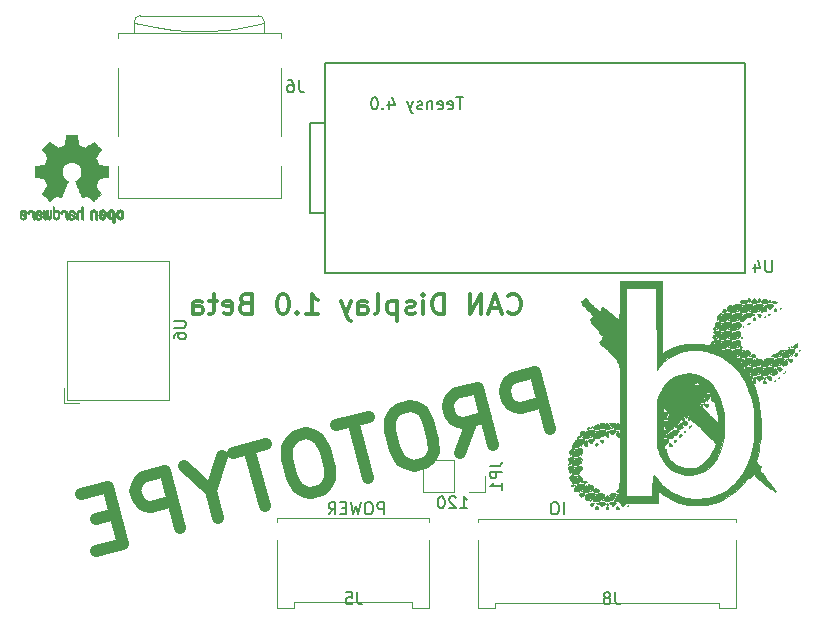
<source format=gbr>
%TF.GenerationSoftware,KiCad,Pcbnew,(5.1.9)-1*%
%TF.CreationDate,2021-02-21T10:06:19+01:00*%
%TF.ProjectId,CanDisplayFoReal,43616e44-6973-4706-9c61-79466f526561,rev?*%
%TF.SameCoordinates,Original*%
%TF.FileFunction,Legend,Bot*%
%TF.FilePolarity,Positive*%
%FSLAX46Y46*%
G04 Gerber Fmt 4.6, Leading zero omitted, Abs format (unit mm)*
G04 Created by KiCad (PCBNEW (5.1.9)-1) date 2021-02-21 10:06:19*
%MOMM*%
%LPD*%
G01*
G04 APERTURE LIST*
%ADD10C,0.150000*%
%ADD11C,0.300000*%
%ADD12C,1.000000*%
%ADD13C,0.010000*%
%ADD14C,0.120000*%
G04 APERTURE END LIST*
D10*
X166497809Y-91308380D02*
X166497809Y-90308380D01*
X165831142Y-90308380D02*
X165640666Y-90308380D01*
X165545428Y-90356000D01*
X165450190Y-90451238D01*
X165402571Y-90641714D01*
X165402571Y-90975047D01*
X165450190Y-91165523D01*
X165545428Y-91260761D01*
X165640666Y-91308380D01*
X165831142Y-91308380D01*
X165926380Y-91260761D01*
X166021619Y-91165523D01*
X166069238Y-90975047D01*
X166069238Y-90641714D01*
X166021619Y-90451238D01*
X165926380Y-90356000D01*
X165831142Y-90308380D01*
X151265523Y-91308380D02*
X151265523Y-90308380D01*
X150884571Y-90308380D01*
X150789333Y-90356000D01*
X150741714Y-90403619D01*
X150694095Y-90498857D01*
X150694095Y-90641714D01*
X150741714Y-90736952D01*
X150789333Y-90784571D01*
X150884571Y-90832190D01*
X151265523Y-90832190D01*
X150075047Y-90308380D02*
X149884571Y-90308380D01*
X149789333Y-90356000D01*
X149694095Y-90451238D01*
X149646476Y-90641714D01*
X149646476Y-90975047D01*
X149694095Y-91165523D01*
X149789333Y-91260761D01*
X149884571Y-91308380D01*
X150075047Y-91308380D01*
X150170285Y-91260761D01*
X150265523Y-91165523D01*
X150313142Y-90975047D01*
X150313142Y-90641714D01*
X150265523Y-90451238D01*
X150170285Y-90356000D01*
X150075047Y-90308380D01*
X149313142Y-90308380D02*
X149075047Y-91308380D01*
X148884571Y-90594095D01*
X148694095Y-91308380D01*
X148456000Y-90308380D01*
X148075047Y-90784571D02*
X147741714Y-90784571D01*
X147598857Y-91308380D02*
X148075047Y-91308380D01*
X148075047Y-90308380D01*
X147598857Y-90308380D01*
X146598857Y-91308380D02*
X146932190Y-90832190D01*
X147170285Y-91308380D02*
X147170285Y-90308380D01*
X146789333Y-90308380D01*
X146694095Y-90356000D01*
X146646476Y-90403619D01*
X146598857Y-90498857D01*
X146598857Y-90641714D01*
X146646476Y-90736952D01*
X146694095Y-90784571D01*
X146789333Y-90832190D01*
X147170285Y-90832190D01*
X157750666Y-90800380D02*
X158322095Y-90800380D01*
X158036380Y-90800380D02*
X158036380Y-89800380D01*
X158131619Y-89943238D01*
X158226857Y-90038476D01*
X158322095Y-90086095D01*
X157369714Y-89895619D02*
X157322095Y-89848000D01*
X157226857Y-89800380D01*
X156988761Y-89800380D01*
X156893523Y-89848000D01*
X156845904Y-89895619D01*
X156798285Y-89990857D01*
X156798285Y-90086095D01*
X156845904Y-90228952D01*
X157417333Y-90800380D01*
X156798285Y-90800380D01*
X156179238Y-89800380D02*
X156084000Y-89800380D01*
X155988761Y-89848000D01*
X155941142Y-89895619D01*
X155893523Y-89990857D01*
X155845904Y-90181333D01*
X155845904Y-90419428D01*
X155893523Y-90609904D01*
X155941142Y-90705142D01*
X155988761Y-90752761D01*
X156084000Y-90800380D01*
X156179238Y-90800380D01*
X156274476Y-90752761D01*
X156322095Y-90705142D01*
X156369714Y-90609904D01*
X156417333Y-90419428D01*
X156417333Y-90181333D01*
X156369714Y-89990857D01*
X156322095Y-89895619D01*
X156274476Y-89848000D01*
X156179238Y-89800380D01*
X157988380Y-56018380D02*
X157416952Y-56018380D01*
X157702666Y-57018380D02*
X157702666Y-56018380D01*
X156702666Y-56970761D02*
X156797904Y-57018380D01*
X156988380Y-57018380D01*
X157083619Y-56970761D01*
X157131238Y-56875523D01*
X157131238Y-56494571D01*
X157083619Y-56399333D01*
X156988380Y-56351714D01*
X156797904Y-56351714D01*
X156702666Y-56399333D01*
X156655047Y-56494571D01*
X156655047Y-56589809D01*
X157131238Y-56685047D01*
X155845523Y-56970761D02*
X155940761Y-57018380D01*
X156131238Y-57018380D01*
X156226476Y-56970761D01*
X156274095Y-56875523D01*
X156274095Y-56494571D01*
X156226476Y-56399333D01*
X156131238Y-56351714D01*
X155940761Y-56351714D01*
X155845523Y-56399333D01*
X155797904Y-56494571D01*
X155797904Y-56589809D01*
X156274095Y-56685047D01*
X155369333Y-56351714D02*
X155369333Y-57018380D01*
X155369333Y-56446952D02*
X155321714Y-56399333D01*
X155226476Y-56351714D01*
X155083619Y-56351714D01*
X154988380Y-56399333D01*
X154940761Y-56494571D01*
X154940761Y-57018380D01*
X154512190Y-56970761D02*
X154416952Y-57018380D01*
X154226476Y-57018380D01*
X154131238Y-56970761D01*
X154083619Y-56875523D01*
X154083619Y-56827904D01*
X154131238Y-56732666D01*
X154226476Y-56685047D01*
X154369333Y-56685047D01*
X154464571Y-56637428D01*
X154512190Y-56542190D01*
X154512190Y-56494571D01*
X154464571Y-56399333D01*
X154369333Y-56351714D01*
X154226476Y-56351714D01*
X154131238Y-56399333D01*
X153750285Y-56351714D02*
X153512190Y-57018380D01*
X153274095Y-56351714D02*
X153512190Y-57018380D01*
X153607428Y-57256476D01*
X153655047Y-57304095D01*
X153750285Y-57351714D01*
X151702666Y-56351714D02*
X151702666Y-57018380D01*
X151940761Y-55970761D02*
X152178857Y-56685047D01*
X151559809Y-56685047D01*
X151178857Y-56923142D02*
X151131238Y-56970761D01*
X151178857Y-57018380D01*
X151226476Y-56970761D01*
X151178857Y-56923142D01*
X151178857Y-57018380D01*
X150512190Y-56018380D02*
X150416952Y-56018380D01*
X150321714Y-56066000D01*
X150274095Y-56113619D01*
X150226476Y-56208857D01*
X150178857Y-56399333D01*
X150178857Y-56637428D01*
X150226476Y-56827904D01*
X150274095Y-56923142D01*
X150321714Y-56970761D01*
X150416952Y-57018380D01*
X150512190Y-57018380D01*
X150607428Y-56970761D01*
X150655047Y-56923142D01*
X150702666Y-56827904D01*
X150750285Y-56637428D01*
X150750285Y-56399333D01*
X150702666Y-56208857D01*
X150655047Y-56113619D01*
X150607428Y-56066000D01*
X150512190Y-56018380D01*
D11*
X161789333Y-74209000D02*
X161872666Y-74292333D01*
X162122666Y-74375666D01*
X162289333Y-74375666D01*
X162539333Y-74292333D01*
X162706000Y-74125666D01*
X162789333Y-73959000D01*
X162872666Y-73625666D01*
X162872666Y-73375666D01*
X162789333Y-73042333D01*
X162706000Y-72875666D01*
X162539333Y-72709000D01*
X162289333Y-72625666D01*
X162122666Y-72625666D01*
X161872666Y-72709000D01*
X161789333Y-72792333D01*
X161122666Y-73875666D02*
X160289333Y-73875666D01*
X161289333Y-74375666D02*
X160706000Y-72625666D01*
X160122666Y-74375666D01*
X159539333Y-74375666D02*
X159539333Y-72625666D01*
X158539333Y-74375666D01*
X158539333Y-72625666D01*
X156372666Y-74375666D02*
X156372666Y-72625666D01*
X155956000Y-72625666D01*
X155706000Y-72709000D01*
X155539333Y-72875666D01*
X155456000Y-73042333D01*
X155372666Y-73375666D01*
X155372666Y-73625666D01*
X155456000Y-73959000D01*
X155539333Y-74125666D01*
X155706000Y-74292333D01*
X155956000Y-74375666D01*
X156372666Y-74375666D01*
X154622666Y-74375666D02*
X154622666Y-73209000D01*
X154622666Y-72625666D02*
X154706000Y-72709000D01*
X154622666Y-72792333D01*
X154539333Y-72709000D01*
X154622666Y-72625666D01*
X154622666Y-72792333D01*
X153872666Y-74292333D02*
X153706000Y-74375666D01*
X153372666Y-74375666D01*
X153206000Y-74292333D01*
X153122666Y-74125666D01*
X153122666Y-74042333D01*
X153206000Y-73875666D01*
X153372666Y-73792333D01*
X153622666Y-73792333D01*
X153789333Y-73709000D01*
X153872666Y-73542333D01*
X153872666Y-73459000D01*
X153789333Y-73292333D01*
X153622666Y-73209000D01*
X153372666Y-73209000D01*
X153206000Y-73292333D01*
X152372666Y-73209000D02*
X152372666Y-74959000D01*
X152372666Y-73292333D02*
X152206000Y-73209000D01*
X151872666Y-73209000D01*
X151706000Y-73292333D01*
X151622666Y-73375666D01*
X151539333Y-73542333D01*
X151539333Y-74042333D01*
X151622666Y-74209000D01*
X151706000Y-74292333D01*
X151872666Y-74375666D01*
X152206000Y-74375666D01*
X152372666Y-74292333D01*
X150539333Y-74375666D02*
X150706000Y-74292333D01*
X150789333Y-74125666D01*
X150789333Y-72625666D01*
X149122666Y-74375666D02*
X149122666Y-73459000D01*
X149206000Y-73292333D01*
X149372666Y-73209000D01*
X149706000Y-73209000D01*
X149872666Y-73292333D01*
X149122666Y-74292333D02*
X149289333Y-74375666D01*
X149706000Y-74375666D01*
X149872666Y-74292333D01*
X149956000Y-74125666D01*
X149956000Y-73959000D01*
X149872666Y-73792333D01*
X149706000Y-73709000D01*
X149289333Y-73709000D01*
X149122666Y-73625666D01*
X148456000Y-73209000D02*
X148039333Y-74375666D01*
X147622666Y-73209000D02*
X148039333Y-74375666D01*
X148206000Y-74792333D01*
X148289333Y-74875666D01*
X148456000Y-74959000D01*
X144706000Y-74375666D02*
X145706000Y-74375666D01*
X145206000Y-74375666D02*
X145206000Y-72625666D01*
X145372666Y-72875666D01*
X145539333Y-73042333D01*
X145706000Y-73125666D01*
X143956000Y-74209000D02*
X143872666Y-74292333D01*
X143956000Y-74375666D01*
X144039333Y-74292333D01*
X143956000Y-74209000D01*
X143956000Y-74375666D01*
X142789333Y-72625666D02*
X142622666Y-72625666D01*
X142456000Y-72709000D01*
X142372666Y-72792333D01*
X142289333Y-72959000D01*
X142206000Y-73292333D01*
X142206000Y-73709000D01*
X142289333Y-74042333D01*
X142372666Y-74209000D01*
X142456000Y-74292333D01*
X142622666Y-74375666D01*
X142789333Y-74375666D01*
X142956000Y-74292333D01*
X143039333Y-74209000D01*
X143122666Y-74042333D01*
X143206000Y-73709000D01*
X143206000Y-73292333D01*
X143122666Y-72959000D01*
X143039333Y-72792333D01*
X142956000Y-72709000D01*
X142789333Y-72625666D01*
X139539333Y-73459000D02*
X139289333Y-73542333D01*
X139206000Y-73625666D01*
X139122666Y-73792333D01*
X139122666Y-74042333D01*
X139206000Y-74209000D01*
X139289333Y-74292333D01*
X139456000Y-74375666D01*
X140122666Y-74375666D01*
X140122666Y-72625666D01*
X139539333Y-72625666D01*
X139372666Y-72709000D01*
X139289333Y-72792333D01*
X139206000Y-72959000D01*
X139206000Y-73125666D01*
X139289333Y-73292333D01*
X139372666Y-73375666D01*
X139539333Y-73459000D01*
X140122666Y-73459000D01*
X137706000Y-74292333D02*
X137872666Y-74375666D01*
X138206000Y-74375666D01*
X138372666Y-74292333D01*
X138456000Y-74125666D01*
X138456000Y-73459000D01*
X138372666Y-73292333D01*
X138206000Y-73209000D01*
X137872666Y-73209000D01*
X137706000Y-73292333D01*
X137622666Y-73459000D01*
X137622666Y-73625666D01*
X138456000Y-73792333D01*
X137122666Y-73209000D02*
X136456000Y-73209000D01*
X136872666Y-72625666D02*
X136872666Y-74125666D01*
X136789333Y-74292333D01*
X136622666Y-74375666D01*
X136456000Y-74375666D01*
X135122666Y-74375666D02*
X135122666Y-73459000D01*
X135206000Y-73292333D01*
X135372666Y-73209000D01*
X135706000Y-73209000D01*
X135872666Y-73292333D01*
X135122666Y-74292333D02*
X135289333Y-74375666D01*
X135706000Y-74375666D01*
X135872666Y-74292333D01*
X135956000Y-74125666D01*
X135956000Y-73959000D01*
X135872666Y-73792333D01*
X135706000Y-73709000D01*
X135289333Y-73709000D01*
X135122666Y-73625666D01*
D12*
X165327958Y-84116074D02*
X164033862Y-79286445D01*
X162194004Y-79779434D01*
X161795663Y-80132663D01*
X161627304Y-80424269D01*
X161520569Y-80945858D01*
X161705439Y-81635805D01*
X162058669Y-82034146D01*
X162350275Y-82202504D01*
X162871863Y-82309240D01*
X164711722Y-81816251D01*
X157738541Y-86149653D02*
X158732181Y-83418464D01*
X160498329Y-85410170D02*
X159204233Y-80580541D01*
X157364375Y-81073529D01*
X156966034Y-81426759D01*
X156797675Y-81718365D01*
X156690940Y-82239953D01*
X156875810Y-82929900D01*
X157229040Y-83328241D01*
X157520646Y-83496600D01*
X158042234Y-83603335D01*
X159882093Y-83110346D01*
X153454675Y-82121130D02*
X152534746Y-82367624D01*
X152136404Y-82720854D01*
X151799687Y-83304066D01*
X151816199Y-84285619D01*
X152247564Y-85895495D01*
X152724041Y-86753801D01*
X153307252Y-87090518D01*
X153828841Y-87197254D01*
X154748770Y-86950759D01*
X155147111Y-86597530D01*
X155483829Y-86014318D01*
X155467317Y-85032765D01*
X155035952Y-83422889D01*
X154559475Y-82564583D01*
X153976263Y-82227865D01*
X153454675Y-82121130D01*
X150004940Y-83045484D02*
X147245152Y-83784967D01*
X149919141Y-88244854D02*
X148625046Y-83415225D01*
X144715346Y-84462826D02*
X143795417Y-84709321D01*
X143397076Y-85062550D01*
X143060358Y-85645762D01*
X143076870Y-86627315D01*
X143508235Y-88237191D01*
X143984712Y-89095497D01*
X144567924Y-89432214D01*
X145089512Y-89538950D01*
X146009441Y-89292455D01*
X146407782Y-88939226D01*
X146744500Y-88356014D01*
X146727988Y-87374461D01*
X146296623Y-85764585D01*
X145820146Y-84906279D01*
X145236934Y-84569561D01*
X144715346Y-84462826D01*
X141265611Y-85387180D02*
X138505823Y-86126663D01*
X141179812Y-90586551D02*
X139885717Y-85756921D01*
X136653876Y-89334328D02*
X137270112Y-91634151D01*
X137585893Y-86373157D02*
X136653876Y-89334328D01*
X134366141Y-87235887D01*
X134050360Y-92496882D02*
X132756264Y-87667252D01*
X130916406Y-88160241D01*
X130518064Y-88513471D01*
X130349706Y-88805077D01*
X130242971Y-89326665D01*
X130427841Y-90016612D01*
X130781071Y-90414953D01*
X131072677Y-90583312D01*
X131594265Y-90690047D01*
X133434124Y-90197058D01*
X128542871Y-91261171D02*
X126932995Y-91692536D01*
X126920907Y-94407213D02*
X129220730Y-93790977D01*
X127926635Y-88961348D01*
X125626812Y-89577583D01*
D13*
%TO.C,G\u002A\u002A\u002A*%
G36*
X178293032Y-81965788D02*
G01*
X178293000Y-81967748D01*
X178338443Y-82015947D01*
X178381993Y-82008937D01*
X178468968Y-82030528D01*
X178503049Y-82097393D01*
X178569190Y-82203287D01*
X178657343Y-82202507D01*
X178715588Y-82122011D01*
X178737463Y-82039713D01*
X178701945Y-81991905D01*
X178581103Y-81954637D01*
X178499375Y-81936622D01*
X178344351Y-81921209D01*
X178293032Y-81965788D01*
G37*
X178293032Y-81965788D02*
X178293000Y-81967748D01*
X178338443Y-82015947D01*
X178381993Y-82008937D01*
X178468968Y-82030528D01*
X178503049Y-82097393D01*
X178569190Y-82203287D01*
X178657343Y-82202507D01*
X178715588Y-82122011D01*
X178737463Y-82039713D01*
X178701945Y-81991905D01*
X178581103Y-81954637D01*
X178499375Y-81936622D01*
X178344351Y-81921209D01*
X178293032Y-81965788D01*
G36*
X176533502Y-83468162D02*
G01*
X176549845Y-83559715D01*
X176575590Y-83611561D01*
X176687672Y-83721965D01*
X176821673Y-83732725D01*
X176932144Y-83645096D01*
X176953415Y-83601125D01*
X176975650Y-83504226D01*
X176925384Y-83458666D01*
X176786248Y-83438162D01*
X176606523Y-83432402D01*
X176533502Y-83468162D01*
G37*
X176533502Y-83468162D02*
X176549845Y-83559715D01*
X176575590Y-83611561D01*
X176687672Y-83721965D01*
X176821673Y-83732725D01*
X176932144Y-83645096D01*
X176953415Y-83601125D01*
X176975650Y-83504226D01*
X176925384Y-83458666D01*
X176786248Y-83438162D01*
X176606523Y-83432402D01*
X176533502Y-83468162D01*
G36*
X177206037Y-83793824D02*
G01*
X177150000Y-83871000D01*
X177106267Y-83969381D01*
X177106175Y-83998000D01*
X177161521Y-83956521D01*
X177245250Y-83871000D01*
X177305906Y-83780207D01*
X177289076Y-83744000D01*
X177206037Y-83793824D01*
G37*
X177206037Y-83793824D02*
X177150000Y-83871000D01*
X177106267Y-83969381D01*
X177106175Y-83998000D01*
X177161521Y-83956521D01*
X177245250Y-83871000D01*
X177305906Y-83780207D01*
X177289076Y-83744000D01*
X177206037Y-83793824D01*
G36*
X176293332Y-83679077D02*
G01*
X176211479Y-83808031D01*
X176066708Y-84061500D01*
X176243229Y-84060527D01*
X176409247Y-84039308D01*
X176512699Y-84000766D01*
X176571868Y-83923827D01*
X176552120Y-83791300D01*
X176544449Y-83768802D01*
X176471301Y-83620116D01*
X176391220Y-83589781D01*
X176293332Y-83679077D01*
G37*
X176293332Y-83679077D02*
X176211479Y-83808031D01*
X176066708Y-84061500D01*
X176243229Y-84060527D01*
X176409247Y-84039308D01*
X176512699Y-84000766D01*
X176571868Y-83923827D01*
X176552120Y-83791300D01*
X176544449Y-83768802D01*
X176471301Y-83620116D01*
X176391220Y-83589781D01*
X176293332Y-83679077D01*
G36*
X176708085Y-84298095D02*
G01*
X176705500Y-84315500D01*
X176727166Y-84377349D01*
X176733503Y-84379000D01*
X176787717Y-84334503D01*
X176800750Y-84315500D01*
X176795716Y-84256985D01*
X176772748Y-84252000D01*
X176708085Y-84298095D01*
G37*
X176708085Y-84298095D02*
X176705500Y-84315500D01*
X176727166Y-84377349D01*
X176733503Y-84379000D01*
X176787717Y-84334503D01*
X176800750Y-84315500D01*
X176795716Y-84256985D01*
X176772748Y-84252000D01*
X176708085Y-84298095D01*
G36*
X175787388Y-84200157D02*
G01*
X175687334Y-84220100D01*
X175664938Y-84268601D01*
X175710920Y-84383490D01*
X175731819Y-84426625D01*
X175810709Y-84562511D01*
X175875321Y-84631021D01*
X175883330Y-84633000D01*
X175950996Y-84587445D01*
X176058304Y-84473578D01*
X176096561Y-84426625D01*
X176258826Y-84220250D01*
X176101163Y-84200157D01*
X175905756Y-84192288D01*
X175787388Y-84200157D01*
G37*
X175787388Y-84200157D02*
X175687334Y-84220100D01*
X175664938Y-84268601D01*
X175710920Y-84383490D01*
X175731819Y-84426625D01*
X175810709Y-84562511D01*
X175875321Y-84631021D01*
X175883330Y-84633000D01*
X175950996Y-84587445D01*
X176058304Y-84473578D01*
X176096561Y-84426625D01*
X176258826Y-84220250D01*
X176101163Y-84200157D01*
X175905756Y-84192288D01*
X175787388Y-84200157D01*
G36*
X176270414Y-84612002D02*
G01*
X176261000Y-84668497D01*
X176295356Y-84751268D01*
X176380012Y-84733465D01*
X176446809Y-84670403D01*
X176485194Y-84575935D01*
X176454584Y-84539655D01*
X176345585Y-84529582D01*
X176270414Y-84612002D01*
G37*
X176270414Y-84612002D02*
X176261000Y-84668497D01*
X176295356Y-84751268D01*
X176380012Y-84733465D01*
X176446809Y-84670403D01*
X176485194Y-84575935D01*
X176454584Y-84539655D01*
X176345585Y-84529582D01*
X176270414Y-84612002D01*
G36*
X175481323Y-84322379D02*
G01*
X175438957Y-84385556D01*
X175351746Y-84511568D01*
X175324161Y-84551053D01*
X175233068Y-84689147D01*
X175184156Y-84778797D01*
X175181500Y-84789178D01*
X175238302Y-84809654D01*
X175382004Y-84821930D01*
X175467250Y-84823500D01*
X175648269Y-84813883D01*
X175732813Y-84777305D01*
X175750888Y-84712375D01*
X175720791Y-84617225D01*
X175651231Y-84493766D01*
X175569428Y-84381382D01*
X175502607Y-84319457D01*
X175481323Y-84322379D01*
G37*
X175481323Y-84322379D02*
X175438957Y-84385556D01*
X175351746Y-84511568D01*
X175324161Y-84551053D01*
X175233068Y-84689147D01*
X175184156Y-84778797D01*
X175181500Y-84789178D01*
X175238302Y-84809654D01*
X175382004Y-84821930D01*
X175467250Y-84823500D01*
X175648269Y-84813883D01*
X175732813Y-84777305D01*
X175750888Y-84712375D01*
X175720791Y-84617225D01*
X175651231Y-84493766D01*
X175569428Y-84381382D01*
X175502607Y-84319457D01*
X175481323Y-84322379D01*
G36*
X175841565Y-85051509D02*
G01*
X175816500Y-85105502D01*
X175852207Y-85216050D01*
X175932311Y-85224199D01*
X176006049Y-85142778D01*
X176041589Y-85045490D01*
X175984924Y-85015218D01*
X175945735Y-85014000D01*
X175841565Y-85051509D01*
G37*
X175841565Y-85051509D02*
X175816500Y-85105502D01*
X175852207Y-85216050D01*
X175932311Y-85224199D01*
X176006049Y-85142778D01*
X176041589Y-85045490D01*
X175984924Y-85015218D01*
X175945735Y-85014000D01*
X175841565Y-85051509D01*
G36*
X175435654Y-85310968D02*
G01*
X175383219Y-85416137D01*
X175404480Y-85497572D01*
X175525673Y-85521995D01*
X175528329Y-85522000D01*
X175642501Y-85510138D01*
X175653571Y-85453369D01*
X175623935Y-85391141D01*
X175529494Y-85294971D01*
X175435654Y-85310968D01*
G37*
X175435654Y-85310968D02*
X175383219Y-85416137D01*
X175404480Y-85497572D01*
X175525673Y-85521995D01*
X175528329Y-85522000D01*
X175642501Y-85510138D01*
X175653571Y-85453369D01*
X175623935Y-85391141D01*
X175529494Y-85294971D01*
X175435654Y-85310968D01*
G36*
X176687246Y-79422218D02*
G01*
X176224494Y-79531718D01*
X175798070Y-79706039D01*
X175592030Y-79827953D01*
X175452235Y-79939621D01*
X175285470Y-80096222D01*
X175117772Y-80269949D01*
X174975174Y-80433000D01*
X174883711Y-80557567D01*
X174864000Y-80605494D01*
X174827410Y-80689098D01*
X174779632Y-80754499D01*
X174712255Y-80864744D01*
X174621995Y-81050478D01*
X174543045Y-81235750D01*
X174499317Y-81349724D01*
X174464693Y-81458835D01*
X174437947Y-81579448D01*
X174417858Y-81727930D01*
X174403202Y-81920645D01*
X174392754Y-82173960D01*
X174385292Y-82504240D01*
X174379592Y-82927852D01*
X174374431Y-83461161D01*
X174374127Y-83495273D01*
X174370187Y-84099586D01*
X174371533Y-84594058D01*
X174380179Y-84995804D01*
X174398140Y-85321939D01*
X174427432Y-85589581D01*
X174470068Y-85815845D01*
X174528065Y-86017847D01*
X174603436Y-86212703D01*
X174698197Y-86417529D01*
X174724400Y-86470782D01*
X175000522Y-86903565D01*
X175365542Y-87290071D01*
X175791893Y-87608471D01*
X176252009Y-87836935D01*
X176565751Y-87928885D01*
X176765772Y-87967033D01*
X176930897Y-87985683D01*
X177099015Y-87983948D01*
X177308012Y-87960941D01*
X177595775Y-87915775D01*
X177672140Y-87902991D01*
X177946652Y-87843158D01*
X178205342Y-87763731D01*
X178394608Y-87681315D01*
X178402390Y-87676755D01*
X178578223Y-87554853D01*
X178774050Y-87394074D01*
X178963981Y-87219171D01*
X179122127Y-87054896D01*
X179222599Y-86926001D01*
X179244765Y-86871375D01*
X179286453Y-86797594D01*
X179310362Y-86792000D01*
X179377721Y-86739444D01*
X179445290Y-86617375D01*
X179503409Y-86477844D01*
X179595430Y-86262625D01*
X179703994Y-86012229D01*
X179733602Y-85944505D01*
X179916214Y-85408896D01*
X179929538Y-85342158D01*
X179372500Y-85342158D01*
X179349468Y-85426301D01*
X179288320Y-85594806D01*
X179200978Y-85815309D01*
X179175030Y-85878173D01*
X178906420Y-86382245D01*
X178558875Y-86806987D01*
X178146557Y-87138464D01*
X177683624Y-87362737D01*
X177658000Y-87371348D01*
X177428832Y-87409675D01*
X177126205Y-87411255D01*
X176796829Y-87380442D01*
X176487409Y-87321590D01*
X176246027Y-87239711D01*
X176005145Y-87094722D01*
X175762688Y-86897533D01*
X175537256Y-86670332D01*
X175347446Y-86435309D01*
X175211857Y-86214650D01*
X175149089Y-86030543D01*
X175156532Y-85939976D01*
X175146586Y-85812673D01*
X175100627Y-85757074D01*
X175014027Y-85657996D01*
X174960985Y-85544072D01*
X174952180Y-85454158D01*
X174998292Y-85427110D01*
X175011018Y-85431034D01*
X175109003Y-85403856D01*
X175226241Y-85266218D01*
X175237420Y-85248514D01*
X175322517Y-85101726D01*
X175369044Y-85003772D01*
X175372000Y-84990629D01*
X175315803Y-84964963D01*
X175176249Y-84951225D01*
X175130585Y-84950500D01*
X174973132Y-84942772D01*
X174904261Y-84894875D01*
X174885596Y-84769736D01*
X174884066Y-84712375D01*
X174884535Y-84567605D01*
X174900309Y-84536602D01*
X174939686Y-84606326D01*
X174944684Y-84617125D01*
X175017658Y-84735026D01*
X175084766Y-84736754D01*
X175159536Y-84618777D01*
X175187928Y-84553625D01*
X175306012Y-84347450D01*
X175461487Y-84177402D01*
X175603009Y-84087473D01*
X175149750Y-84087473D01*
X175122546Y-84192522D01*
X175022104Y-84203909D01*
X175019318Y-84203385D01*
X174925480Y-84152683D01*
X174886749Y-84026005D01*
X174882576Y-83955852D01*
X174882156Y-83813454D01*
X174902210Y-83782906D01*
X174957415Y-83849190D01*
X174969728Y-83866688D01*
X175054002Y-83957260D01*
X175106470Y-83973376D01*
X175139961Y-84004562D01*
X175149750Y-84087473D01*
X175603009Y-84087473D01*
X175620848Y-84076138D01*
X175692828Y-84061500D01*
X175774096Y-84027104D01*
X175771400Y-83934500D01*
X175772761Y-83839250D01*
X175118000Y-83839250D01*
X175086250Y-83871000D01*
X175054500Y-83839250D01*
X175086250Y-83807500D01*
X175118000Y-83839250D01*
X175772761Y-83839250D01*
X175772854Y-83832764D01*
X175809094Y-83807500D01*
X175876600Y-83851610D01*
X175880000Y-83871000D01*
X175905631Y-83937538D01*
X175970280Y-83905149D01*
X176055585Y-83788207D01*
X176103118Y-83696375D01*
X176195125Y-83521750D01*
X175626000Y-83521750D01*
X175594250Y-83553500D01*
X175562500Y-83521750D01*
X175435500Y-83521750D01*
X175403750Y-83553500D01*
X175372000Y-83521750D01*
X175403750Y-83490000D01*
X175435500Y-83521750D01*
X175562500Y-83521750D01*
X175594250Y-83490000D01*
X175626000Y-83521750D01*
X176195125Y-83521750D01*
X176228145Y-83459081D01*
X176292598Y-83384166D01*
X175541334Y-83384166D01*
X175532617Y-83421917D01*
X175499000Y-83426500D01*
X175446733Y-83403266D01*
X175456667Y-83384166D01*
X175532027Y-83376566D01*
X175541334Y-83384166D01*
X176292598Y-83384166D01*
X176342580Y-83326072D01*
X176356801Y-83320666D01*
X175985834Y-83320666D01*
X175977117Y-83358417D01*
X175943500Y-83363000D01*
X175891233Y-83339766D01*
X175901167Y-83320666D01*
X175976527Y-83313066D01*
X175985834Y-83320666D01*
X176356801Y-83320666D01*
X176467406Y-83278622D01*
X176564222Y-83284819D01*
X176677777Y-83296585D01*
X176685984Y-83264604D01*
X176657875Y-83231258D01*
X176642856Y-83204250D01*
X176070500Y-83204250D01*
X176038750Y-83236000D01*
X176007000Y-83204250D01*
X175880000Y-83204250D01*
X175848250Y-83236000D01*
X175816500Y-83204250D01*
X175848250Y-83172500D01*
X175880000Y-83204250D01*
X176007000Y-83204250D01*
X176038750Y-83172500D01*
X176070500Y-83204250D01*
X176642856Y-83204250D01*
X176583635Y-83097757D01*
X176620494Y-82991400D01*
X176677049Y-82957771D01*
X176745571Y-82948857D01*
X176744738Y-82969884D01*
X176749570Y-83057746D01*
X176778025Y-83112031D01*
X176843620Y-83161131D01*
X176870117Y-83140750D01*
X176956900Y-82985952D01*
X177033337Y-82925631D01*
X177061613Y-82935945D01*
X177070986Y-83020086D01*
X177031112Y-83148305D01*
X176986233Y-83264663D01*
X177018942Y-83297679D01*
X177124563Y-83282751D01*
X177199449Y-83280317D01*
X177284363Y-83309867D01*
X177395249Y-83383562D01*
X177548049Y-83513564D01*
X177758707Y-83712033D01*
X178009232Y-83957552D01*
X178285309Y-84229714D01*
X178558722Y-84497796D01*
X178803675Y-84736601D01*
X178994372Y-84920935D01*
X179048466Y-84972619D01*
X179209303Y-85133619D01*
X179325267Y-85265319D01*
X179372382Y-85340373D01*
X179372500Y-85342158D01*
X179929538Y-85342158D01*
X180039437Y-84791692D01*
X180103106Y-84123642D01*
X180107058Y-83435495D01*
X180102681Y-83382475D01*
X179562521Y-83382475D01*
X179553806Y-83502803D01*
X179509366Y-83517569D01*
X179444999Y-83477725D01*
X179328340Y-83375814D01*
X179186907Y-83227064D01*
X179153604Y-83188375D01*
X179025842Y-83059723D01*
X178916057Y-82987614D01*
X178890606Y-82982000D01*
X178809833Y-82943060D01*
X178801000Y-82913486D01*
X178760511Y-82838700D01*
X175405091Y-82838700D01*
X175398409Y-82918500D01*
X175337272Y-83059522D01*
X175271695Y-83128030D01*
X175191916Y-83207230D01*
X175181500Y-83242902D01*
X175220590Y-83277883D01*
X175245000Y-83267750D01*
X175302049Y-83251840D01*
X175292678Y-83327199D01*
X175274314Y-83378201D01*
X175186582Y-83441314D01*
X175064497Y-83441512D01*
X174946432Y-83407488D01*
X174895799Y-83324958D01*
X174883913Y-83182992D01*
X174884441Y-83040459D01*
X174900483Y-83011913D01*
X174940712Y-83084528D01*
X174944684Y-83093125D01*
X175012445Y-83207412D01*
X175075319Y-83215430D01*
X175151136Y-83111521D01*
X175201490Y-83011595D01*
X175283208Y-82821612D01*
X175293739Y-82716862D01*
X175225643Y-82672733D01*
X175096539Y-82664500D01*
X174955659Y-82654007D01*
X174894592Y-82597045D01*
X174876766Y-82455387D01*
X174875908Y-82433873D01*
X174867238Y-82203246D01*
X175004912Y-82322748D01*
X175229794Y-82533874D01*
X175358846Y-82699287D01*
X175405091Y-82838700D01*
X178760511Y-82838700D01*
X178759016Y-82835939D01*
X178696886Y-82759750D01*
X176515000Y-82759750D01*
X176483250Y-82791500D01*
X176451500Y-82759750D01*
X176324500Y-82759750D01*
X176292750Y-82791500D01*
X176261000Y-82759750D01*
X175626000Y-82759750D01*
X175594250Y-82791500D01*
X175562500Y-82759750D01*
X175594250Y-82728000D01*
X175626000Y-82759750D01*
X176261000Y-82759750D01*
X176292750Y-82728000D01*
X176324500Y-82759750D01*
X176451500Y-82759750D01*
X176483250Y-82728000D01*
X176515000Y-82759750D01*
X178696886Y-82759750D01*
X178649556Y-82701711D01*
X178513923Y-82557896D01*
X178470127Y-82510552D01*
X177207720Y-82510552D01*
X177192782Y-82570575D01*
X177121889Y-82637941D01*
X177001014Y-82716214D01*
X176971543Y-82710110D01*
X177036022Y-82622166D01*
X176430334Y-82622166D01*
X176421617Y-82659917D01*
X176388000Y-82664500D01*
X176335733Y-82641266D01*
X176345667Y-82622166D01*
X175541334Y-82622166D01*
X175532617Y-82659917D01*
X175499000Y-82664500D01*
X175446733Y-82641266D01*
X175456667Y-82622166D01*
X175532027Y-82614566D01*
X175541334Y-82622166D01*
X176345667Y-82622166D01*
X176421027Y-82614566D01*
X176430334Y-82622166D01*
X177036022Y-82622166D01*
X177036602Y-82621376D01*
X177055103Y-82600610D01*
X177104754Y-82558666D01*
X176874834Y-82558666D01*
X176866117Y-82596417D01*
X176832500Y-82601000D01*
X176780233Y-82577766D01*
X176790167Y-82558666D01*
X175985834Y-82558666D01*
X175977117Y-82596417D01*
X175943500Y-82601000D01*
X175891233Y-82577766D01*
X175901167Y-82558666D01*
X175976527Y-82551066D01*
X175985834Y-82558666D01*
X176790167Y-82558666D01*
X176865527Y-82551066D01*
X176874834Y-82558666D01*
X177104754Y-82558666D01*
X177151067Y-82519543D01*
X177207720Y-82510552D01*
X178470127Y-82510552D01*
X178406943Y-82442250D01*
X176959500Y-82442250D01*
X176927750Y-82474000D01*
X176896000Y-82442250D01*
X176769000Y-82442250D01*
X176737250Y-82474000D01*
X176705500Y-82442250D01*
X176070500Y-82442250D01*
X176038750Y-82474000D01*
X176007000Y-82442250D01*
X175880000Y-82442250D01*
X175848250Y-82474000D01*
X175816500Y-82442250D01*
X175848250Y-82410500D01*
X175880000Y-82442250D01*
X176007000Y-82442250D01*
X176038750Y-82410500D01*
X176070500Y-82442250D01*
X176705500Y-82442250D01*
X176737250Y-82410500D01*
X176769000Y-82442250D01*
X176896000Y-82442250D01*
X176927750Y-82410500D01*
X176959500Y-82442250D01*
X178406943Y-82442250D01*
X178366326Y-82398344D01*
X178265928Y-82266776D01*
X178235697Y-82197784D01*
X178235525Y-82189494D01*
X177579517Y-82189494D01*
X177515440Y-82262802D01*
X177455978Y-82283500D01*
X177430381Y-82247218D01*
X177468774Y-82186715D01*
X177546422Y-82120148D01*
X177578158Y-82118990D01*
X177579517Y-82189494D01*
X178235525Y-82189494D01*
X178232240Y-82031916D01*
X178173696Y-81966456D01*
X178166000Y-81966000D01*
X178109665Y-82017432D01*
X178102500Y-82061250D01*
X178064303Y-82145690D01*
X178031594Y-82156500D01*
X177988202Y-82105853D01*
X177995624Y-82022904D01*
X177997506Y-81997750D01*
X177404000Y-81997750D01*
X177372250Y-82029500D01*
X177340500Y-81997750D01*
X177213500Y-81997750D01*
X177181750Y-82029500D01*
X177150000Y-81997750D01*
X176515000Y-81997750D01*
X176483250Y-82029500D01*
X176451500Y-81997750D01*
X176324500Y-81997750D01*
X176292750Y-82029500D01*
X176261000Y-81997750D01*
X175626000Y-81997750D01*
X175594250Y-82029500D01*
X175562500Y-81997750D01*
X175435500Y-81997750D01*
X175403750Y-82029500D01*
X175372000Y-81997750D01*
X175403750Y-81966000D01*
X175435500Y-81997750D01*
X175562500Y-81997750D01*
X175594250Y-81966000D01*
X175626000Y-81997750D01*
X176261000Y-81997750D01*
X176292750Y-81966000D01*
X176324500Y-81997750D01*
X176451500Y-81997750D01*
X176483250Y-81966000D01*
X176515000Y-81997750D01*
X177150000Y-81997750D01*
X177181750Y-81966000D01*
X177213500Y-81997750D01*
X177340500Y-81997750D01*
X177372250Y-81966000D01*
X177404000Y-81997750D01*
X177997506Y-81997750D01*
X178002801Y-81927024D01*
X177929822Y-81910130D01*
X177879212Y-81918240D01*
X177744024Y-81909525D01*
X177694925Y-81861336D01*
X177694885Y-81860166D01*
X177319334Y-81860166D01*
X177310617Y-81897917D01*
X177277000Y-81902500D01*
X177224733Y-81879266D01*
X177234667Y-81860166D01*
X176430334Y-81860166D01*
X176421617Y-81897917D01*
X176388000Y-81902500D01*
X176335733Y-81879266D01*
X176345667Y-81860166D01*
X175541334Y-81860166D01*
X175532617Y-81897917D01*
X175499000Y-81902500D01*
X175446733Y-81879266D01*
X175456667Y-81860166D01*
X175532027Y-81852566D01*
X175541334Y-81860166D01*
X176345667Y-81860166D01*
X176421027Y-81852566D01*
X176430334Y-81860166D01*
X177234667Y-81860166D01*
X177310027Y-81852566D01*
X177319334Y-81860166D01*
X177694885Y-81860166D01*
X177693118Y-81809315D01*
X177717281Y-81796666D01*
X176874834Y-81796666D01*
X176866117Y-81834417D01*
X176832500Y-81839000D01*
X176780233Y-81815766D01*
X176790167Y-81796666D01*
X175985834Y-81796666D01*
X175977117Y-81834417D01*
X175943500Y-81839000D01*
X175891233Y-81815766D01*
X175901167Y-81796666D01*
X175096834Y-81796666D01*
X175088117Y-81834417D01*
X175054500Y-81839000D01*
X175002233Y-81815766D01*
X175012167Y-81796666D01*
X175087527Y-81789066D01*
X175096834Y-81796666D01*
X175901167Y-81796666D01*
X175976527Y-81789066D01*
X175985834Y-81796666D01*
X176790167Y-81796666D01*
X176865527Y-81789066D01*
X176874834Y-81796666D01*
X177717281Y-81796666D01*
X177750582Y-81779234D01*
X177887808Y-81767658D01*
X178125288Y-81771152D01*
X178213625Y-81774407D01*
X178401673Y-81768173D01*
X178473495Y-81722682D01*
X178457084Y-81680250D01*
X177848500Y-81680250D01*
X177816750Y-81712000D01*
X177785000Y-81680250D01*
X177658000Y-81680250D01*
X177626250Y-81712000D01*
X177594500Y-81680250D01*
X176959500Y-81680250D01*
X176927750Y-81712000D01*
X176896000Y-81680250D01*
X176769000Y-81680250D01*
X176737250Y-81712000D01*
X176705500Y-81680250D01*
X176070500Y-81680250D01*
X176038750Y-81712000D01*
X176007000Y-81680250D01*
X175880000Y-81680250D01*
X175848250Y-81712000D01*
X175816500Y-81680250D01*
X175181500Y-81680250D01*
X175149750Y-81712000D01*
X175118000Y-81680250D01*
X175149750Y-81648500D01*
X175181500Y-81680250D01*
X175816500Y-81680250D01*
X175848250Y-81648500D01*
X175880000Y-81680250D01*
X176007000Y-81680250D01*
X176038750Y-81648500D01*
X176070500Y-81680250D01*
X176705500Y-81680250D01*
X176737250Y-81648500D01*
X176769000Y-81680250D01*
X176896000Y-81680250D01*
X176927750Y-81648500D01*
X176959500Y-81680250D01*
X177594500Y-81680250D01*
X177626250Y-81648500D01*
X177658000Y-81680250D01*
X177785000Y-81680250D01*
X177816750Y-81648500D01*
X177848500Y-81680250D01*
X178457084Y-81680250D01*
X178436600Y-81627289D01*
X178372375Y-81549348D01*
X178287134Y-81422644D01*
X178253932Y-81309072D01*
X178277805Y-81244270D01*
X178329572Y-81246386D01*
X178404443Y-81324011D01*
X178477093Y-81471651D01*
X178485354Y-81495365D01*
X178542982Y-81637731D01*
X178592860Y-81709443D01*
X178599550Y-81711510D01*
X178650019Y-81661932D01*
X178733737Y-81541666D01*
X178825064Y-81392549D01*
X178898363Y-81256418D01*
X178905936Y-81235750D01*
X178102500Y-81235750D01*
X178070750Y-81267500D01*
X178039000Y-81235750D01*
X177404000Y-81235750D01*
X177372250Y-81267500D01*
X177340500Y-81235750D01*
X177213500Y-81235750D01*
X177181750Y-81267500D01*
X177150000Y-81235750D01*
X176515000Y-81235750D01*
X176483250Y-81267500D01*
X176451500Y-81235750D01*
X176324500Y-81235750D01*
X176292750Y-81267500D01*
X176261000Y-81235750D01*
X175626000Y-81235750D01*
X175594250Y-81267500D01*
X175562500Y-81235750D01*
X175435500Y-81235750D01*
X175403750Y-81267500D01*
X175372000Y-81235750D01*
X175403750Y-81204000D01*
X175435500Y-81235750D01*
X175562500Y-81235750D01*
X175594250Y-81204000D01*
X175626000Y-81235750D01*
X176261000Y-81235750D01*
X176292750Y-81204000D01*
X176324500Y-81235750D01*
X176451500Y-81235750D01*
X176483250Y-81204000D01*
X176515000Y-81235750D01*
X177150000Y-81235750D01*
X177181750Y-81204000D01*
X177213500Y-81235750D01*
X177340500Y-81235750D01*
X177372250Y-81204000D01*
X177404000Y-81235750D01*
X178039000Y-81235750D01*
X178070750Y-81204000D01*
X178102500Y-81235750D01*
X178905936Y-81235750D01*
X178928000Y-81175544D01*
X178871922Y-81152816D01*
X178733227Y-81140981D01*
X178694682Y-81140500D01*
X178461363Y-81140500D01*
X178501133Y-81098166D01*
X178208334Y-81098166D01*
X178199617Y-81135917D01*
X178166000Y-81140500D01*
X178113733Y-81117266D01*
X178123667Y-81098166D01*
X177319334Y-81098166D01*
X177310617Y-81135917D01*
X177277000Y-81140500D01*
X177224733Y-81117266D01*
X177234667Y-81098166D01*
X176430334Y-81098166D01*
X176421617Y-81135917D01*
X176388000Y-81140500D01*
X176335733Y-81117266D01*
X176345667Y-81098166D01*
X175541334Y-81098166D01*
X175532617Y-81135917D01*
X175499000Y-81140500D01*
X175446733Y-81117266D01*
X175456667Y-81098166D01*
X175532027Y-81090566D01*
X175541334Y-81098166D01*
X176345667Y-81098166D01*
X176421027Y-81090566D01*
X176430334Y-81098166D01*
X177234667Y-81098166D01*
X177310027Y-81090566D01*
X177319334Y-81098166D01*
X178123667Y-81098166D01*
X178199027Y-81090566D01*
X178208334Y-81098166D01*
X178501133Y-81098166D01*
X178560787Y-81034666D01*
X177763834Y-81034666D01*
X177755117Y-81072417D01*
X177721500Y-81077000D01*
X177669233Y-81053766D01*
X177679167Y-81034666D01*
X176874834Y-81034666D01*
X176866117Y-81072417D01*
X176832500Y-81077000D01*
X176780233Y-81053766D01*
X176790167Y-81034666D01*
X175985834Y-81034666D01*
X175977117Y-81072417D01*
X175943500Y-81077000D01*
X175891233Y-81053766D01*
X175901167Y-81034666D01*
X175976527Y-81027066D01*
X175985834Y-81034666D01*
X176790167Y-81034666D01*
X176865527Y-81027066D01*
X176874834Y-81034666D01*
X177679167Y-81034666D01*
X177754527Y-81027066D01*
X177763834Y-81034666D01*
X178560787Y-81034666D01*
X178614048Y-80977973D01*
X178682759Y-80918250D01*
X178547000Y-80918250D01*
X178515250Y-80950000D01*
X178483500Y-80918250D01*
X177848500Y-80918250D01*
X177816750Y-80950000D01*
X177785000Y-80918250D01*
X177658000Y-80918250D01*
X177626250Y-80950000D01*
X177594500Y-80918250D01*
X176959500Y-80918250D01*
X176927750Y-80950000D01*
X176896000Y-80918250D01*
X176769000Y-80918250D01*
X176737250Y-80950000D01*
X176705500Y-80918250D01*
X176070500Y-80918250D01*
X176038750Y-80950000D01*
X176007000Y-80918250D01*
X175880000Y-80918250D01*
X175848250Y-80950000D01*
X175816500Y-80918250D01*
X175848250Y-80886500D01*
X175880000Y-80918250D01*
X176007000Y-80918250D01*
X176038750Y-80886500D01*
X176070500Y-80918250D01*
X176705500Y-80918250D01*
X176737250Y-80886500D01*
X176769000Y-80918250D01*
X176896000Y-80918250D01*
X176927750Y-80886500D01*
X176959500Y-80918250D01*
X177594500Y-80918250D01*
X177626250Y-80886500D01*
X177658000Y-80918250D01*
X177785000Y-80918250D01*
X177816750Y-80886500D01*
X177848500Y-80918250D01*
X178483500Y-80918250D01*
X178515250Y-80886500D01*
X178547000Y-80918250D01*
X178682759Y-80918250D01*
X178728680Y-80878337D01*
X178788334Y-80885359D01*
X178794168Y-80898598D01*
X178866530Y-81006847D01*
X178915916Y-81051244D01*
X178980601Y-81169537D01*
X178968329Y-81287678D01*
X178951080Y-81404295D01*
X178994952Y-81430263D01*
X179038340Y-81419763D01*
X179115653Y-81398826D01*
X179084880Y-81426599D01*
X179039125Y-81456360D01*
X178939512Y-81559594D01*
X178933553Y-81653603D01*
X179014813Y-81701456D01*
X179081154Y-81697528D01*
X179170899Y-81692862D01*
X179232087Y-81738930D01*
X179285176Y-81862261D01*
X179332563Y-82023500D01*
X179405656Y-82323262D01*
X179472444Y-82659686D01*
X179525393Y-82988251D01*
X179556969Y-83264435D01*
X179562521Y-83382475D01*
X180102681Y-83382475D01*
X180051127Y-82758002D01*
X179935150Y-82121911D01*
X179758962Y-81557972D01*
X179757075Y-81553250D01*
X179471793Y-80937852D01*
X179174065Y-80473750D01*
X178293000Y-80473750D01*
X178261250Y-80505500D01*
X178229500Y-80473750D01*
X178102500Y-80473750D01*
X178070750Y-80505500D01*
X178039000Y-80473750D01*
X177404000Y-80473750D01*
X177372250Y-80505500D01*
X177340500Y-80473750D01*
X177213500Y-80473750D01*
X177181750Y-80505500D01*
X177150000Y-80473750D01*
X176515000Y-80473750D01*
X176483250Y-80505500D01*
X176451500Y-80473750D01*
X176324500Y-80473750D01*
X176292750Y-80505500D01*
X176261000Y-80473750D01*
X176292750Y-80442000D01*
X176324500Y-80473750D01*
X176451500Y-80473750D01*
X176483250Y-80442000D01*
X176515000Y-80473750D01*
X177150000Y-80473750D01*
X177181750Y-80442000D01*
X177213500Y-80473750D01*
X177340500Y-80473750D01*
X177372250Y-80442000D01*
X177404000Y-80473750D01*
X178039000Y-80473750D01*
X178070750Y-80442000D01*
X178102500Y-80473750D01*
X178229500Y-80473750D01*
X178261250Y-80442000D01*
X178293000Y-80473750D01*
X179174065Y-80473750D01*
X179150404Y-80436867D01*
X179040925Y-80318847D01*
X178222791Y-80318847D01*
X178146284Y-80367966D01*
X178023125Y-80391589D01*
X177827917Y-80402156D01*
X177666496Y-80378081D01*
X177548655Y-80343334D01*
X177536053Y-80336166D01*
X177319334Y-80336166D01*
X177310617Y-80373917D01*
X177277000Y-80378500D01*
X177224733Y-80355266D01*
X177234667Y-80336166D01*
X176430334Y-80336166D01*
X176421617Y-80373917D01*
X176388000Y-80378500D01*
X176335733Y-80355266D01*
X176345667Y-80336166D01*
X176421027Y-80328566D01*
X176430334Y-80336166D01*
X177234667Y-80336166D01*
X177310027Y-80328566D01*
X177319334Y-80336166D01*
X177536053Y-80336166D01*
X177478982Y-80303707D01*
X177508019Y-80272666D01*
X176874834Y-80272666D01*
X176866117Y-80310417D01*
X176832500Y-80315000D01*
X176780233Y-80291766D01*
X176790167Y-80272666D01*
X175985834Y-80272666D01*
X175977117Y-80310417D01*
X175943500Y-80315000D01*
X175891233Y-80291766D01*
X175901167Y-80272666D01*
X175976527Y-80265066D01*
X175985834Y-80272666D01*
X176790167Y-80272666D01*
X176865527Y-80265066D01*
X176874834Y-80272666D01*
X177508019Y-80272666D01*
X177523461Y-80256159D01*
X177574778Y-80189613D01*
X177565905Y-80156250D01*
X176959500Y-80156250D01*
X176927750Y-80188000D01*
X176896000Y-80156250D01*
X176769000Y-80156250D01*
X176737250Y-80188000D01*
X176705500Y-80156250D01*
X176737250Y-80124500D01*
X176769000Y-80156250D01*
X176896000Y-80156250D01*
X176927750Y-80124500D01*
X176959500Y-80156250D01*
X177565905Y-80156250D01*
X177544270Y-80074910D01*
X177533971Y-80053200D01*
X177460330Y-79902250D01*
X177600123Y-80061000D01*
X177709843Y-80158705D01*
X177766546Y-80143558D01*
X177767750Y-80140375D01*
X177829022Y-80066659D01*
X177851799Y-80061000D01*
X177882189Y-80107757D01*
X177871464Y-80156250D01*
X177876688Y-80224520D01*
X177978464Y-80250213D01*
X178032207Y-80251500D01*
X178185270Y-80272233D01*
X178222791Y-80318847D01*
X179040925Y-80318847D01*
X178782583Y-80040351D01*
X178358008Y-79738362D01*
X177866354Y-79520957D01*
X177554116Y-79431545D01*
X177144421Y-79386005D01*
X176687246Y-79422218D01*
G37*
X176687246Y-79422218D02*
X176224494Y-79531718D01*
X175798070Y-79706039D01*
X175592030Y-79827953D01*
X175452235Y-79939621D01*
X175285470Y-80096222D01*
X175117772Y-80269949D01*
X174975174Y-80433000D01*
X174883711Y-80557567D01*
X174864000Y-80605494D01*
X174827410Y-80689098D01*
X174779632Y-80754499D01*
X174712255Y-80864744D01*
X174621995Y-81050478D01*
X174543045Y-81235750D01*
X174499317Y-81349724D01*
X174464693Y-81458835D01*
X174437947Y-81579448D01*
X174417858Y-81727930D01*
X174403202Y-81920645D01*
X174392754Y-82173960D01*
X174385292Y-82504240D01*
X174379592Y-82927852D01*
X174374431Y-83461161D01*
X174374127Y-83495273D01*
X174370187Y-84099586D01*
X174371533Y-84594058D01*
X174380179Y-84995804D01*
X174398140Y-85321939D01*
X174427432Y-85589581D01*
X174470068Y-85815845D01*
X174528065Y-86017847D01*
X174603436Y-86212703D01*
X174698197Y-86417529D01*
X174724400Y-86470782D01*
X175000522Y-86903565D01*
X175365542Y-87290071D01*
X175791893Y-87608471D01*
X176252009Y-87836935D01*
X176565751Y-87928885D01*
X176765772Y-87967033D01*
X176930897Y-87985683D01*
X177099015Y-87983948D01*
X177308012Y-87960941D01*
X177595775Y-87915775D01*
X177672140Y-87902991D01*
X177946652Y-87843158D01*
X178205342Y-87763731D01*
X178394608Y-87681315D01*
X178402390Y-87676755D01*
X178578223Y-87554853D01*
X178774050Y-87394074D01*
X178963981Y-87219171D01*
X179122127Y-87054896D01*
X179222599Y-86926001D01*
X179244765Y-86871375D01*
X179286453Y-86797594D01*
X179310362Y-86792000D01*
X179377721Y-86739444D01*
X179445290Y-86617375D01*
X179503409Y-86477844D01*
X179595430Y-86262625D01*
X179703994Y-86012229D01*
X179733602Y-85944505D01*
X179916214Y-85408896D01*
X179929538Y-85342158D01*
X179372500Y-85342158D01*
X179349468Y-85426301D01*
X179288320Y-85594806D01*
X179200978Y-85815309D01*
X179175030Y-85878173D01*
X178906420Y-86382245D01*
X178558875Y-86806987D01*
X178146557Y-87138464D01*
X177683624Y-87362737D01*
X177658000Y-87371348D01*
X177428832Y-87409675D01*
X177126205Y-87411255D01*
X176796829Y-87380442D01*
X176487409Y-87321590D01*
X176246027Y-87239711D01*
X176005145Y-87094722D01*
X175762688Y-86897533D01*
X175537256Y-86670332D01*
X175347446Y-86435309D01*
X175211857Y-86214650D01*
X175149089Y-86030543D01*
X175156532Y-85939976D01*
X175146586Y-85812673D01*
X175100627Y-85757074D01*
X175014027Y-85657996D01*
X174960985Y-85544072D01*
X174952180Y-85454158D01*
X174998292Y-85427110D01*
X175011018Y-85431034D01*
X175109003Y-85403856D01*
X175226241Y-85266218D01*
X175237420Y-85248514D01*
X175322517Y-85101726D01*
X175369044Y-85003772D01*
X175372000Y-84990629D01*
X175315803Y-84964963D01*
X175176249Y-84951225D01*
X175130585Y-84950500D01*
X174973132Y-84942772D01*
X174904261Y-84894875D01*
X174885596Y-84769736D01*
X174884066Y-84712375D01*
X174884535Y-84567605D01*
X174900309Y-84536602D01*
X174939686Y-84606326D01*
X174944684Y-84617125D01*
X175017658Y-84735026D01*
X175084766Y-84736754D01*
X175159536Y-84618777D01*
X175187928Y-84553625D01*
X175306012Y-84347450D01*
X175461487Y-84177402D01*
X175603009Y-84087473D01*
X175149750Y-84087473D01*
X175122546Y-84192522D01*
X175022104Y-84203909D01*
X175019318Y-84203385D01*
X174925480Y-84152683D01*
X174886749Y-84026005D01*
X174882576Y-83955852D01*
X174882156Y-83813454D01*
X174902210Y-83782906D01*
X174957415Y-83849190D01*
X174969728Y-83866688D01*
X175054002Y-83957260D01*
X175106470Y-83973376D01*
X175139961Y-84004562D01*
X175149750Y-84087473D01*
X175603009Y-84087473D01*
X175620848Y-84076138D01*
X175692828Y-84061500D01*
X175774096Y-84027104D01*
X175771400Y-83934500D01*
X175772761Y-83839250D01*
X175118000Y-83839250D01*
X175086250Y-83871000D01*
X175054500Y-83839250D01*
X175086250Y-83807500D01*
X175118000Y-83839250D01*
X175772761Y-83839250D01*
X175772854Y-83832764D01*
X175809094Y-83807500D01*
X175876600Y-83851610D01*
X175880000Y-83871000D01*
X175905631Y-83937538D01*
X175970280Y-83905149D01*
X176055585Y-83788207D01*
X176103118Y-83696375D01*
X176195125Y-83521750D01*
X175626000Y-83521750D01*
X175594250Y-83553500D01*
X175562500Y-83521750D01*
X175435500Y-83521750D01*
X175403750Y-83553500D01*
X175372000Y-83521750D01*
X175403750Y-83490000D01*
X175435500Y-83521750D01*
X175562500Y-83521750D01*
X175594250Y-83490000D01*
X175626000Y-83521750D01*
X176195125Y-83521750D01*
X176228145Y-83459081D01*
X176292598Y-83384166D01*
X175541334Y-83384166D01*
X175532617Y-83421917D01*
X175499000Y-83426500D01*
X175446733Y-83403266D01*
X175456667Y-83384166D01*
X175532027Y-83376566D01*
X175541334Y-83384166D01*
X176292598Y-83384166D01*
X176342580Y-83326072D01*
X176356801Y-83320666D01*
X175985834Y-83320666D01*
X175977117Y-83358417D01*
X175943500Y-83363000D01*
X175891233Y-83339766D01*
X175901167Y-83320666D01*
X175976527Y-83313066D01*
X175985834Y-83320666D01*
X176356801Y-83320666D01*
X176467406Y-83278622D01*
X176564222Y-83284819D01*
X176677777Y-83296585D01*
X176685984Y-83264604D01*
X176657875Y-83231258D01*
X176642856Y-83204250D01*
X176070500Y-83204250D01*
X176038750Y-83236000D01*
X176007000Y-83204250D01*
X175880000Y-83204250D01*
X175848250Y-83236000D01*
X175816500Y-83204250D01*
X175848250Y-83172500D01*
X175880000Y-83204250D01*
X176007000Y-83204250D01*
X176038750Y-83172500D01*
X176070500Y-83204250D01*
X176642856Y-83204250D01*
X176583635Y-83097757D01*
X176620494Y-82991400D01*
X176677049Y-82957771D01*
X176745571Y-82948857D01*
X176744738Y-82969884D01*
X176749570Y-83057746D01*
X176778025Y-83112031D01*
X176843620Y-83161131D01*
X176870117Y-83140750D01*
X176956900Y-82985952D01*
X177033337Y-82925631D01*
X177061613Y-82935945D01*
X177070986Y-83020086D01*
X177031112Y-83148305D01*
X176986233Y-83264663D01*
X177018942Y-83297679D01*
X177124563Y-83282751D01*
X177199449Y-83280317D01*
X177284363Y-83309867D01*
X177395249Y-83383562D01*
X177548049Y-83513564D01*
X177758707Y-83712033D01*
X178009232Y-83957552D01*
X178285309Y-84229714D01*
X178558722Y-84497796D01*
X178803675Y-84736601D01*
X178994372Y-84920935D01*
X179048466Y-84972619D01*
X179209303Y-85133619D01*
X179325267Y-85265319D01*
X179372382Y-85340373D01*
X179372500Y-85342158D01*
X179929538Y-85342158D01*
X180039437Y-84791692D01*
X180103106Y-84123642D01*
X180107058Y-83435495D01*
X180102681Y-83382475D01*
X179562521Y-83382475D01*
X179553806Y-83502803D01*
X179509366Y-83517569D01*
X179444999Y-83477725D01*
X179328340Y-83375814D01*
X179186907Y-83227064D01*
X179153604Y-83188375D01*
X179025842Y-83059723D01*
X178916057Y-82987614D01*
X178890606Y-82982000D01*
X178809833Y-82943060D01*
X178801000Y-82913486D01*
X178760511Y-82838700D01*
X175405091Y-82838700D01*
X175398409Y-82918500D01*
X175337272Y-83059522D01*
X175271695Y-83128030D01*
X175191916Y-83207230D01*
X175181500Y-83242902D01*
X175220590Y-83277883D01*
X175245000Y-83267750D01*
X175302049Y-83251840D01*
X175292678Y-83327199D01*
X175274314Y-83378201D01*
X175186582Y-83441314D01*
X175064497Y-83441512D01*
X174946432Y-83407488D01*
X174895799Y-83324958D01*
X174883913Y-83182992D01*
X174884441Y-83040459D01*
X174900483Y-83011913D01*
X174940712Y-83084528D01*
X174944684Y-83093125D01*
X175012445Y-83207412D01*
X175075319Y-83215430D01*
X175151136Y-83111521D01*
X175201490Y-83011595D01*
X175283208Y-82821612D01*
X175293739Y-82716862D01*
X175225643Y-82672733D01*
X175096539Y-82664500D01*
X174955659Y-82654007D01*
X174894592Y-82597045D01*
X174876766Y-82455387D01*
X174875908Y-82433873D01*
X174867238Y-82203246D01*
X175004912Y-82322748D01*
X175229794Y-82533874D01*
X175358846Y-82699287D01*
X175405091Y-82838700D01*
X178760511Y-82838700D01*
X178759016Y-82835939D01*
X178696886Y-82759750D01*
X176515000Y-82759750D01*
X176483250Y-82791500D01*
X176451500Y-82759750D01*
X176324500Y-82759750D01*
X176292750Y-82791500D01*
X176261000Y-82759750D01*
X175626000Y-82759750D01*
X175594250Y-82791500D01*
X175562500Y-82759750D01*
X175594250Y-82728000D01*
X175626000Y-82759750D01*
X176261000Y-82759750D01*
X176292750Y-82728000D01*
X176324500Y-82759750D01*
X176451500Y-82759750D01*
X176483250Y-82728000D01*
X176515000Y-82759750D01*
X178696886Y-82759750D01*
X178649556Y-82701711D01*
X178513923Y-82557896D01*
X178470127Y-82510552D01*
X177207720Y-82510552D01*
X177192782Y-82570575D01*
X177121889Y-82637941D01*
X177001014Y-82716214D01*
X176971543Y-82710110D01*
X177036022Y-82622166D01*
X176430334Y-82622166D01*
X176421617Y-82659917D01*
X176388000Y-82664500D01*
X176335733Y-82641266D01*
X176345667Y-82622166D01*
X175541334Y-82622166D01*
X175532617Y-82659917D01*
X175499000Y-82664500D01*
X175446733Y-82641266D01*
X175456667Y-82622166D01*
X175532027Y-82614566D01*
X175541334Y-82622166D01*
X176345667Y-82622166D01*
X176421027Y-82614566D01*
X176430334Y-82622166D01*
X177036022Y-82622166D01*
X177036602Y-82621376D01*
X177055103Y-82600610D01*
X177104754Y-82558666D01*
X176874834Y-82558666D01*
X176866117Y-82596417D01*
X176832500Y-82601000D01*
X176780233Y-82577766D01*
X176790167Y-82558666D01*
X175985834Y-82558666D01*
X175977117Y-82596417D01*
X175943500Y-82601000D01*
X175891233Y-82577766D01*
X175901167Y-82558666D01*
X175976527Y-82551066D01*
X175985834Y-82558666D01*
X176790167Y-82558666D01*
X176865527Y-82551066D01*
X176874834Y-82558666D01*
X177104754Y-82558666D01*
X177151067Y-82519543D01*
X177207720Y-82510552D01*
X178470127Y-82510552D01*
X178406943Y-82442250D01*
X176959500Y-82442250D01*
X176927750Y-82474000D01*
X176896000Y-82442250D01*
X176769000Y-82442250D01*
X176737250Y-82474000D01*
X176705500Y-82442250D01*
X176070500Y-82442250D01*
X176038750Y-82474000D01*
X176007000Y-82442250D01*
X175880000Y-82442250D01*
X175848250Y-82474000D01*
X175816500Y-82442250D01*
X175848250Y-82410500D01*
X175880000Y-82442250D01*
X176007000Y-82442250D01*
X176038750Y-82410500D01*
X176070500Y-82442250D01*
X176705500Y-82442250D01*
X176737250Y-82410500D01*
X176769000Y-82442250D01*
X176896000Y-82442250D01*
X176927750Y-82410500D01*
X176959500Y-82442250D01*
X178406943Y-82442250D01*
X178366326Y-82398344D01*
X178265928Y-82266776D01*
X178235697Y-82197784D01*
X178235525Y-82189494D01*
X177579517Y-82189494D01*
X177515440Y-82262802D01*
X177455978Y-82283500D01*
X177430381Y-82247218D01*
X177468774Y-82186715D01*
X177546422Y-82120148D01*
X177578158Y-82118990D01*
X177579517Y-82189494D01*
X178235525Y-82189494D01*
X178232240Y-82031916D01*
X178173696Y-81966456D01*
X178166000Y-81966000D01*
X178109665Y-82017432D01*
X178102500Y-82061250D01*
X178064303Y-82145690D01*
X178031594Y-82156500D01*
X177988202Y-82105853D01*
X177995624Y-82022904D01*
X177997506Y-81997750D01*
X177404000Y-81997750D01*
X177372250Y-82029500D01*
X177340500Y-81997750D01*
X177213500Y-81997750D01*
X177181750Y-82029500D01*
X177150000Y-81997750D01*
X176515000Y-81997750D01*
X176483250Y-82029500D01*
X176451500Y-81997750D01*
X176324500Y-81997750D01*
X176292750Y-82029500D01*
X176261000Y-81997750D01*
X175626000Y-81997750D01*
X175594250Y-82029500D01*
X175562500Y-81997750D01*
X175435500Y-81997750D01*
X175403750Y-82029500D01*
X175372000Y-81997750D01*
X175403750Y-81966000D01*
X175435500Y-81997750D01*
X175562500Y-81997750D01*
X175594250Y-81966000D01*
X175626000Y-81997750D01*
X176261000Y-81997750D01*
X176292750Y-81966000D01*
X176324500Y-81997750D01*
X176451500Y-81997750D01*
X176483250Y-81966000D01*
X176515000Y-81997750D01*
X177150000Y-81997750D01*
X177181750Y-81966000D01*
X177213500Y-81997750D01*
X177340500Y-81997750D01*
X177372250Y-81966000D01*
X177404000Y-81997750D01*
X177997506Y-81997750D01*
X178002801Y-81927024D01*
X177929822Y-81910130D01*
X177879212Y-81918240D01*
X177744024Y-81909525D01*
X177694925Y-81861336D01*
X177694885Y-81860166D01*
X177319334Y-81860166D01*
X177310617Y-81897917D01*
X177277000Y-81902500D01*
X177224733Y-81879266D01*
X177234667Y-81860166D01*
X176430334Y-81860166D01*
X176421617Y-81897917D01*
X176388000Y-81902500D01*
X176335733Y-81879266D01*
X176345667Y-81860166D01*
X175541334Y-81860166D01*
X175532617Y-81897917D01*
X175499000Y-81902500D01*
X175446733Y-81879266D01*
X175456667Y-81860166D01*
X175532027Y-81852566D01*
X175541334Y-81860166D01*
X176345667Y-81860166D01*
X176421027Y-81852566D01*
X176430334Y-81860166D01*
X177234667Y-81860166D01*
X177310027Y-81852566D01*
X177319334Y-81860166D01*
X177694885Y-81860166D01*
X177693118Y-81809315D01*
X177717281Y-81796666D01*
X176874834Y-81796666D01*
X176866117Y-81834417D01*
X176832500Y-81839000D01*
X176780233Y-81815766D01*
X176790167Y-81796666D01*
X175985834Y-81796666D01*
X175977117Y-81834417D01*
X175943500Y-81839000D01*
X175891233Y-81815766D01*
X175901167Y-81796666D01*
X175096834Y-81796666D01*
X175088117Y-81834417D01*
X175054500Y-81839000D01*
X175002233Y-81815766D01*
X175012167Y-81796666D01*
X175087527Y-81789066D01*
X175096834Y-81796666D01*
X175901167Y-81796666D01*
X175976527Y-81789066D01*
X175985834Y-81796666D01*
X176790167Y-81796666D01*
X176865527Y-81789066D01*
X176874834Y-81796666D01*
X177717281Y-81796666D01*
X177750582Y-81779234D01*
X177887808Y-81767658D01*
X178125288Y-81771152D01*
X178213625Y-81774407D01*
X178401673Y-81768173D01*
X178473495Y-81722682D01*
X178457084Y-81680250D01*
X177848500Y-81680250D01*
X177816750Y-81712000D01*
X177785000Y-81680250D01*
X177658000Y-81680250D01*
X177626250Y-81712000D01*
X177594500Y-81680250D01*
X176959500Y-81680250D01*
X176927750Y-81712000D01*
X176896000Y-81680250D01*
X176769000Y-81680250D01*
X176737250Y-81712000D01*
X176705500Y-81680250D01*
X176070500Y-81680250D01*
X176038750Y-81712000D01*
X176007000Y-81680250D01*
X175880000Y-81680250D01*
X175848250Y-81712000D01*
X175816500Y-81680250D01*
X175181500Y-81680250D01*
X175149750Y-81712000D01*
X175118000Y-81680250D01*
X175149750Y-81648500D01*
X175181500Y-81680250D01*
X175816500Y-81680250D01*
X175848250Y-81648500D01*
X175880000Y-81680250D01*
X176007000Y-81680250D01*
X176038750Y-81648500D01*
X176070500Y-81680250D01*
X176705500Y-81680250D01*
X176737250Y-81648500D01*
X176769000Y-81680250D01*
X176896000Y-81680250D01*
X176927750Y-81648500D01*
X176959500Y-81680250D01*
X177594500Y-81680250D01*
X177626250Y-81648500D01*
X177658000Y-81680250D01*
X177785000Y-81680250D01*
X177816750Y-81648500D01*
X177848500Y-81680250D01*
X178457084Y-81680250D01*
X178436600Y-81627289D01*
X178372375Y-81549348D01*
X178287134Y-81422644D01*
X178253932Y-81309072D01*
X178277805Y-81244270D01*
X178329572Y-81246386D01*
X178404443Y-81324011D01*
X178477093Y-81471651D01*
X178485354Y-81495365D01*
X178542982Y-81637731D01*
X178592860Y-81709443D01*
X178599550Y-81711510D01*
X178650019Y-81661932D01*
X178733737Y-81541666D01*
X178825064Y-81392549D01*
X178898363Y-81256418D01*
X178905936Y-81235750D01*
X178102500Y-81235750D01*
X178070750Y-81267500D01*
X178039000Y-81235750D01*
X177404000Y-81235750D01*
X177372250Y-81267500D01*
X177340500Y-81235750D01*
X177213500Y-81235750D01*
X177181750Y-81267500D01*
X177150000Y-81235750D01*
X176515000Y-81235750D01*
X176483250Y-81267500D01*
X176451500Y-81235750D01*
X176324500Y-81235750D01*
X176292750Y-81267500D01*
X176261000Y-81235750D01*
X175626000Y-81235750D01*
X175594250Y-81267500D01*
X175562500Y-81235750D01*
X175435500Y-81235750D01*
X175403750Y-81267500D01*
X175372000Y-81235750D01*
X175403750Y-81204000D01*
X175435500Y-81235750D01*
X175562500Y-81235750D01*
X175594250Y-81204000D01*
X175626000Y-81235750D01*
X176261000Y-81235750D01*
X176292750Y-81204000D01*
X176324500Y-81235750D01*
X176451500Y-81235750D01*
X176483250Y-81204000D01*
X176515000Y-81235750D01*
X177150000Y-81235750D01*
X177181750Y-81204000D01*
X177213500Y-81235750D01*
X177340500Y-81235750D01*
X177372250Y-81204000D01*
X177404000Y-81235750D01*
X178039000Y-81235750D01*
X178070750Y-81204000D01*
X178102500Y-81235750D01*
X178905936Y-81235750D01*
X178928000Y-81175544D01*
X178871922Y-81152816D01*
X178733227Y-81140981D01*
X178694682Y-81140500D01*
X178461363Y-81140500D01*
X178501133Y-81098166D01*
X178208334Y-81098166D01*
X178199617Y-81135917D01*
X178166000Y-81140500D01*
X178113733Y-81117266D01*
X178123667Y-81098166D01*
X177319334Y-81098166D01*
X177310617Y-81135917D01*
X177277000Y-81140500D01*
X177224733Y-81117266D01*
X177234667Y-81098166D01*
X176430334Y-81098166D01*
X176421617Y-81135917D01*
X176388000Y-81140500D01*
X176335733Y-81117266D01*
X176345667Y-81098166D01*
X175541334Y-81098166D01*
X175532617Y-81135917D01*
X175499000Y-81140500D01*
X175446733Y-81117266D01*
X175456667Y-81098166D01*
X175532027Y-81090566D01*
X175541334Y-81098166D01*
X176345667Y-81098166D01*
X176421027Y-81090566D01*
X176430334Y-81098166D01*
X177234667Y-81098166D01*
X177310027Y-81090566D01*
X177319334Y-81098166D01*
X178123667Y-81098166D01*
X178199027Y-81090566D01*
X178208334Y-81098166D01*
X178501133Y-81098166D01*
X178560787Y-81034666D01*
X177763834Y-81034666D01*
X177755117Y-81072417D01*
X177721500Y-81077000D01*
X177669233Y-81053766D01*
X177679167Y-81034666D01*
X176874834Y-81034666D01*
X176866117Y-81072417D01*
X176832500Y-81077000D01*
X176780233Y-81053766D01*
X176790167Y-81034666D01*
X175985834Y-81034666D01*
X175977117Y-81072417D01*
X175943500Y-81077000D01*
X175891233Y-81053766D01*
X175901167Y-81034666D01*
X175976527Y-81027066D01*
X175985834Y-81034666D01*
X176790167Y-81034666D01*
X176865527Y-81027066D01*
X176874834Y-81034666D01*
X177679167Y-81034666D01*
X177754527Y-81027066D01*
X177763834Y-81034666D01*
X178560787Y-81034666D01*
X178614048Y-80977973D01*
X178682759Y-80918250D01*
X178547000Y-80918250D01*
X178515250Y-80950000D01*
X178483500Y-80918250D01*
X177848500Y-80918250D01*
X177816750Y-80950000D01*
X177785000Y-80918250D01*
X177658000Y-80918250D01*
X177626250Y-80950000D01*
X177594500Y-80918250D01*
X176959500Y-80918250D01*
X176927750Y-80950000D01*
X176896000Y-80918250D01*
X176769000Y-80918250D01*
X176737250Y-80950000D01*
X176705500Y-80918250D01*
X176070500Y-80918250D01*
X176038750Y-80950000D01*
X176007000Y-80918250D01*
X175880000Y-80918250D01*
X175848250Y-80950000D01*
X175816500Y-80918250D01*
X175848250Y-80886500D01*
X175880000Y-80918250D01*
X176007000Y-80918250D01*
X176038750Y-80886500D01*
X176070500Y-80918250D01*
X176705500Y-80918250D01*
X176737250Y-80886500D01*
X176769000Y-80918250D01*
X176896000Y-80918250D01*
X176927750Y-80886500D01*
X176959500Y-80918250D01*
X177594500Y-80918250D01*
X177626250Y-80886500D01*
X177658000Y-80918250D01*
X177785000Y-80918250D01*
X177816750Y-80886500D01*
X177848500Y-80918250D01*
X178483500Y-80918250D01*
X178515250Y-80886500D01*
X178547000Y-80918250D01*
X178682759Y-80918250D01*
X178728680Y-80878337D01*
X178788334Y-80885359D01*
X178794168Y-80898598D01*
X178866530Y-81006847D01*
X178915916Y-81051244D01*
X178980601Y-81169537D01*
X178968329Y-81287678D01*
X178951080Y-81404295D01*
X178994952Y-81430263D01*
X179038340Y-81419763D01*
X179115653Y-81398826D01*
X179084880Y-81426599D01*
X179039125Y-81456360D01*
X178939512Y-81559594D01*
X178933553Y-81653603D01*
X179014813Y-81701456D01*
X179081154Y-81697528D01*
X179170899Y-81692862D01*
X179232087Y-81738930D01*
X179285176Y-81862261D01*
X179332563Y-82023500D01*
X179405656Y-82323262D01*
X179472444Y-82659686D01*
X179525393Y-82988251D01*
X179556969Y-83264435D01*
X179562521Y-83382475D01*
X180102681Y-83382475D01*
X180051127Y-82758002D01*
X179935150Y-82121911D01*
X179758962Y-81557972D01*
X179757075Y-81553250D01*
X179471793Y-80937852D01*
X179174065Y-80473750D01*
X178293000Y-80473750D01*
X178261250Y-80505500D01*
X178229500Y-80473750D01*
X178102500Y-80473750D01*
X178070750Y-80505500D01*
X178039000Y-80473750D01*
X177404000Y-80473750D01*
X177372250Y-80505500D01*
X177340500Y-80473750D01*
X177213500Y-80473750D01*
X177181750Y-80505500D01*
X177150000Y-80473750D01*
X176515000Y-80473750D01*
X176483250Y-80505500D01*
X176451500Y-80473750D01*
X176324500Y-80473750D01*
X176292750Y-80505500D01*
X176261000Y-80473750D01*
X176292750Y-80442000D01*
X176324500Y-80473750D01*
X176451500Y-80473750D01*
X176483250Y-80442000D01*
X176515000Y-80473750D01*
X177150000Y-80473750D01*
X177181750Y-80442000D01*
X177213500Y-80473750D01*
X177340500Y-80473750D01*
X177372250Y-80442000D01*
X177404000Y-80473750D01*
X178039000Y-80473750D01*
X178070750Y-80442000D01*
X178102500Y-80473750D01*
X178229500Y-80473750D01*
X178261250Y-80442000D01*
X178293000Y-80473750D01*
X179174065Y-80473750D01*
X179150404Y-80436867D01*
X179040925Y-80318847D01*
X178222791Y-80318847D01*
X178146284Y-80367966D01*
X178023125Y-80391589D01*
X177827917Y-80402156D01*
X177666496Y-80378081D01*
X177548655Y-80343334D01*
X177536053Y-80336166D01*
X177319334Y-80336166D01*
X177310617Y-80373917D01*
X177277000Y-80378500D01*
X177224733Y-80355266D01*
X177234667Y-80336166D01*
X176430334Y-80336166D01*
X176421617Y-80373917D01*
X176388000Y-80378500D01*
X176335733Y-80355266D01*
X176345667Y-80336166D01*
X176421027Y-80328566D01*
X176430334Y-80336166D01*
X177234667Y-80336166D01*
X177310027Y-80328566D01*
X177319334Y-80336166D01*
X177536053Y-80336166D01*
X177478982Y-80303707D01*
X177508019Y-80272666D01*
X176874834Y-80272666D01*
X176866117Y-80310417D01*
X176832500Y-80315000D01*
X176780233Y-80291766D01*
X176790167Y-80272666D01*
X175985834Y-80272666D01*
X175977117Y-80310417D01*
X175943500Y-80315000D01*
X175891233Y-80291766D01*
X175901167Y-80272666D01*
X175976527Y-80265066D01*
X175985834Y-80272666D01*
X176790167Y-80272666D01*
X176865527Y-80265066D01*
X176874834Y-80272666D01*
X177508019Y-80272666D01*
X177523461Y-80256159D01*
X177574778Y-80189613D01*
X177565905Y-80156250D01*
X176959500Y-80156250D01*
X176927750Y-80188000D01*
X176896000Y-80156250D01*
X176769000Y-80156250D01*
X176737250Y-80188000D01*
X176705500Y-80156250D01*
X176737250Y-80124500D01*
X176769000Y-80156250D01*
X176896000Y-80156250D01*
X176927750Y-80124500D01*
X176959500Y-80156250D01*
X177565905Y-80156250D01*
X177544270Y-80074910D01*
X177533971Y-80053200D01*
X177460330Y-79902250D01*
X177600123Y-80061000D01*
X177709843Y-80158705D01*
X177766546Y-80143558D01*
X177767750Y-80140375D01*
X177829022Y-80066659D01*
X177851799Y-80061000D01*
X177882189Y-80107757D01*
X177871464Y-80156250D01*
X177876688Y-80224520D01*
X177978464Y-80250213D01*
X178032207Y-80251500D01*
X178185270Y-80272233D01*
X178222791Y-80318847D01*
X179040925Y-80318847D01*
X178782583Y-80040351D01*
X178358008Y-79738362D01*
X177866354Y-79520957D01*
X177554116Y-79431545D01*
X177144421Y-79386005D01*
X176687246Y-79422218D01*
G36*
X182120939Y-73036253D02*
G01*
X182100919Y-73052681D01*
X182068307Y-73149040D01*
X182091145Y-73262982D01*
X182153809Y-73328440D01*
X182166500Y-73330000D01*
X182228568Y-73279209D01*
X182257038Y-73224131D01*
X182262733Y-73106694D01*
X182205943Y-73031522D01*
X182120939Y-73036253D01*
G37*
X182120939Y-73036253D02*
X182100919Y-73052681D01*
X182068307Y-73149040D01*
X182091145Y-73262982D01*
X182153809Y-73328440D01*
X182166500Y-73330000D01*
X182228568Y-73279209D01*
X182257038Y-73224131D01*
X182262733Y-73106694D01*
X182205943Y-73031522D01*
X182120939Y-73036253D01*
G36*
X182939875Y-73045818D02*
G01*
X182942542Y-73156747D01*
X182967044Y-73229556D01*
X183036519Y-73322126D01*
X183111573Y-73290831D01*
X183144163Y-73229019D01*
X183153082Y-73090275D01*
X183065386Y-73017448D01*
X183020003Y-73012500D01*
X182939875Y-73045818D01*
G37*
X182939875Y-73045818D02*
X182942542Y-73156747D01*
X182967044Y-73229556D01*
X183036519Y-73322126D01*
X183111573Y-73290831D01*
X183144163Y-73229019D01*
X183153082Y-73090275D01*
X183065386Y-73017448D01*
X183020003Y-73012500D01*
X182939875Y-73045818D01*
G36*
X183888165Y-73190932D02*
G01*
X183881000Y-73234750D01*
X183915289Y-73319253D01*
X183944500Y-73330000D01*
X184000836Y-73278567D01*
X184008000Y-73234750D01*
X183973712Y-73150246D01*
X183944500Y-73139500D01*
X183888165Y-73190932D01*
G37*
X183888165Y-73190932D02*
X183881000Y-73234750D01*
X183915289Y-73319253D01*
X183944500Y-73330000D01*
X184000836Y-73278567D01*
X184008000Y-73234750D01*
X183973712Y-73150246D01*
X183944500Y-73139500D01*
X183888165Y-73190932D01*
G36*
X181663396Y-73167912D02*
G01*
X181579125Y-73202206D01*
X181438688Y-73288028D01*
X181422547Y-73348705D01*
X181530444Y-73383891D01*
X181722000Y-73393500D01*
X181902922Y-73384935D01*
X182017435Y-73363036D01*
X182038528Y-73345875D01*
X181985903Y-73206932D01*
X181852294Y-73144932D01*
X181663396Y-73167912D01*
G37*
X181663396Y-73167912D02*
X181579125Y-73202206D01*
X181438688Y-73288028D01*
X181422547Y-73348705D01*
X181530444Y-73383891D01*
X181722000Y-73393500D01*
X181902922Y-73384935D01*
X182017435Y-73363036D01*
X182038528Y-73345875D01*
X181985903Y-73206932D01*
X181852294Y-73144932D01*
X181663396Y-73167912D01*
G36*
X182523398Y-73053486D02*
G01*
X182420500Y-73139500D01*
X182316200Y-73267158D01*
X182317848Y-73346013D01*
X182432151Y-73385003D01*
X182611000Y-73393500D01*
X182792116Y-73382077D01*
X182907074Y-73352873D01*
X182928500Y-73330000D01*
X182887514Y-73242397D01*
X182801500Y-73139500D01*
X182687776Y-73046269D01*
X182611000Y-73012500D01*
X182523398Y-73053486D01*
G37*
X182523398Y-73053486D02*
X182420500Y-73139500D01*
X182316200Y-73267158D01*
X182317848Y-73346013D01*
X182432151Y-73385003D01*
X182611000Y-73393500D01*
X182792116Y-73382077D01*
X182907074Y-73352873D01*
X182928500Y-73330000D01*
X182887514Y-73242397D01*
X182801500Y-73139500D01*
X182687776Y-73046269D01*
X182611000Y-73012500D01*
X182523398Y-73053486D01*
G36*
X183356488Y-73095366D02*
G01*
X183310956Y-73138044D01*
X183205770Y-73266391D01*
X183206507Y-73345644D01*
X183319871Y-73384861D01*
X183500000Y-73393500D01*
X183680922Y-73384935D01*
X183795435Y-73363036D01*
X183816528Y-73345875D01*
X183755258Y-73214839D01*
X183592537Y-73090332D01*
X183580831Y-73084050D01*
X183459987Y-73045094D01*
X183356488Y-73095366D01*
G37*
X183356488Y-73095366D02*
X183310956Y-73138044D01*
X183205770Y-73266391D01*
X183206507Y-73345644D01*
X183319871Y-73384861D01*
X183500000Y-73393500D01*
X183680922Y-73384935D01*
X183795435Y-73363036D01*
X183816528Y-73345875D01*
X183755258Y-73214839D01*
X183592537Y-73090332D01*
X183580831Y-73084050D01*
X183459987Y-73045094D01*
X183356488Y-73095366D01*
G36*
X184154437Y-73256873D02*
G01*
X184119125Y-73261641D01*
X184072682Y-73315836D01*
X184071500Y-73330000D01*
X184128033Y-73368352D01*
X184270211Y-73389758D01*
X184341375Y-73391480D01*
X184503152Y-73386010D01*
X184556414Y-73365869D01*
X184519580Y-73320474D01*
X184496417Y-73302393D01*
X184358897Y-73240502D01*
X184274167Y-73236054D01*
X184154437Y-73256873D01*
G37*
X184154437Y-73256873D02*
X184119125Y-73261641D01*
X184072682Y-73315836D01*
X184071500Y-73330000D01*
X184128033Y-73368352D01*
X184270211Y-73389758D01*
X184341375Y-73391480D01*
X184503152Y-73386010D01*
X184556414Y-73365869D01*
X184519580Y-73320474D01*
X184496417Y-73302393D01*
X184358897Y-73240502D01*
X184274167Y-73236054D01*
X184154437Y-73256873D01*
G36*
X183740225Y-73528394D02*
G01*
X183647636Y-73562969D01*
X183651839Y-73640563D01*
X183725851Y-73760370D01*
X183818581Y-73869714D01*
X183906867Y-73888715D01*
X184031265Y-73818418D01*
X184094687Y-73769891D01*
X184225203Y-73648773D01*
X184243665Y-73571713D01*
X184145673Y-73531405D01*
X183944500Y-73520500D01*
X183740225Y-73528394D01*
G37*
X183740225Y-73528394D02*
X183647636Y-73562969D01*
X183651839Y-73640563D01*
X183725851Y-73760370D01*
X183818581Y-73869714D01*
X183906867Y-73888715D01*
X184031265Y-73818418D01*
X184094687Y-73769891D01*
X184225203Y-73648773D01*
X184243665Y-73571713D01*
X184145673Y-73531405D01*
X183944500Y-73520500D01*
X183740225Y-73528394D01*
G36*
X184791167Y-73859166D02*
G01*
X184799884Y-73896917D01*
X184833500Y-73901500D01*
X184885768Y-73878266D01*
X184875834Y-73859166D01*
X184800474Y-73851566D01*
X184791167Y-73859166D01*
G37*
X184791167Y-73859166D02*
X184799884Y-73896917D01*
X184833500Y-73901500D01*
X184885768Y-73878266D01*
X184875834Y-73859166D01*
X184800474Y-73851566D01*
X184791167Y-73859166D01*
G36*
X180596703Y-73602507D02*
G01*
X180382526Y-73672906D01*
X180283307Y-73795810D01*
X180285486Y-73924921D01*
X180331827Y-74052818D01*
X180389756Y-74075154D01*
X180472630Y-73987760D01*
X180564953Y-73837630D01*
X180647813Y-73684438D01*
X180667053Y-73613388D01*
X180626142Y-73598787D01*
X180596703Y-73602507D01*
G37*
X180596703Y-73602507D02*
X180382526Y-73672906D01*
X180283307Y-73795810D01*
X180285486Y-73924921D01*
X180331827Y-74052818D01*
X180389756Y-74075154D01*
X180472630Y-73987760D01*
X180564953Y-73837630D01*
X180647813Y-73684438D01*
X180667053Y-73613388D01*
X180626142Y-73598787D01*
X180596703Y-73602507D01*
G36*
X181096332Y-73526807D02*
G01*
X180981379Y-73542934D01*
X180960000Y-73555544D01*
X180989244Y-73632436D01*
X181060392Y-73766368D01*
X181148572Y-73915391D01*
X181228911Y-74037555D01*
X181276536Y-74090911D01*
X181277500Y-74091021D01*
X181324983Y-74041094D01*
X181408426Y-73914837D01*
X181452125Y-73840805D01*
X181537926Y-73683473D01*
X181588893Y-73576358D01*
X181595000Y-73555544D01*
X181537853Y-73535547D01*
X181391747Y-73522859D01*
X181277500Y-73520500D01*
X181096332Y-73526807D01*
G37*
X181096332Y-73526807D02*
X180981379Y-73542934D01*
X180960000Y-73555544D01*
X180989244Y-73632436D01*
X181060392Y-73766368D01*
X181148572Y-73915391D01*
X181228911Y-74037555D01*
X181276536Y-74090911D01*
X181277500Y-74091021D01*
X181324983Y-74041094D01*
X181408426Y-73914837D01*
X181452125Y-73840805D01*
X181537926Y-73683473D01*
X181588893Y-73576358D01*
X181595000Y-73555544D01*
X181537853Y-73535547D01*
X181391747Y-73522859D01*
X181277500Y-73520500D01*
X181096332Y-73526807D01*
G36*
X181985332Y-73526807D02*
G01*
X181870379Y-73542934D01*
X181849000Y-73555544D01*
X181878244Y-73632436D01*
X181949392Y-73766368D01*
X182037572Y-73915391D01*
X182117911Y-74037555D01*
X182165536Y-74090911D01*
X182166500Y-74091021D01*
X182213983Y-74041094D01*
X182297426Y-73914837D01*
X182341125Y-73840805D01*
X182426926Y-73683473D01*
X182477893Y-73576358D01*
X182484000Y-73555544D01*
X182426853Y-73535547D01*
X182280747Y-73522859D01*
X182166500Y-73520500D01*
X181985332Y-73526807D01*
G37*
X181985332Y-73526807D02*
X181870379Y-73542934D01*
X181849000Y-73555544D01*
X181878244Y-73632436D01*
X181949392Y-73766368D01*
X182037572Y-73915391D01*
X182117911Y-74037555D01*
X182165536Y-74090911D01*
X182166500Y-74091021D01*
X182213983Y-74041094D01*
X182297426Y-73914837D01*
X182341125Y-73840805D01*
X182426926Y-73683473D01*
X182477893Y-73576358D01*
X182484000Y-73555544D01*
X182426853Y-73535547D01*
X182280747Y-73522859D01*
X182166500Y-73520500D01*
X181985332Y-73526807D01*
G36*
X182874332Y-73526807D02*
G01*
X182759379Y-73542934D01*
X182738000Y-73555544D01*
X182767244Y-73632436D01*
X182838392Y-73766368D01*
X182926572Y-73915391D01*
X183006911Y-74037555D01*
X183054536Y-74090911D01*
X183055500Y-74091021D01*
X183102983Y-74041094D01*
X183186426Y-73914837D01*
X183230125Y-73840805D01*
X183315926Y-73683473D01*
X183366893Y-73576358D01*
X183373000Y-73555544D01*
X183315853Y-73535547D01*
X183169747Y-73522859D01*
X183055500Y-73520500D01*
X182874332Y-73526807D01*
G37*
X182874332Y-73526807D02*
X182759379Y-73542934D01*
X182738000Y-73555544D01*
X182767244Y-73632436D01*
X182838392Y-73766368D01*
X182926572Y-73915391D01*
X183006911Y-74037555D01*
X183054536Y-74090911D01*
X183055500Y-74091021D01*
X183102983Y-74041094D01*
X183186426Y-73914837D01*
X183230125Y-73840805D01*
X183315926Y-73683473D01*
X183366893Y-73576358D01*
X183373000Y-73555544D01*
X183315853Y-73535547D01*
X183169747Y-73522859D01*
X183055500Y-73520500D01*
X182874332Y-73526807D01*
G36*
X184299339Y-73922538D02*
G01*
X184274089Y-73980875D01*
X184296178Y-74070883D01*
X184389000Y-74092000D01*
X184493221Y-74059861D01*
X184503912Y-73980875D01*
X184441298Y-73886405D01*
X184389000Y-73869750D01*
X184299339Y-73922538D01*
G37*
X184299339Y-73922538D02*
X184274089Y-73980875D01*
X184296178Y-74070883D01*
X184389000Y-74092000D01*
X184493221Y-74059861D01*
X184503912Y-73980875D01*
X184441298Y-73886405D01*
X184389000Y-73869750D01*
X184299339Y-73922538D01*
G36*
X179978036Y-73963220D02*
G01*
X179953728Y-73980672D01*
X179885196Y-74083199D01*
X179933469Y-74140332D01*
X180071000Y-74155500D01*
X180204767Y-74137750D01*
X180261486Y-74094986D01*
X180261500Y-74094234D01*
X180208943Y-74005044D01*
X180093393Y-73953602D01*
X179978036Y-73963220D01*
G37*
X179978036Y-73963220D02*
X179953728Y-73980672D01*
X179885196Y-74083199D01*
X179933469Y-74140332D01*
X180071000Y-74155500D01*
X180204767Y-74137750D01*
X180261486Y-74094986D01*
X180261500Y-74094234D01*
X180208943Y-74005044D01*
X180093393Y-73953602D01*
X179978036Y-73963220D01*
G36*
X180787409Y-73634298D02*
G01*
X180707997Y-73754292D01*
X180619637Y-73903012D01*
X180547202Y-74038507D01*
X180515566Y-74118828D01*
X180515500Y-74120455D01*
X180572648Y-74140452D01*
X180718754Y-74153140D01*
X180833000Y-74155500D01*
X181014169Y-74149192D01*
X181129122Y-74133065D01*
X181150500Y-74120455D01*
X181121257Y-74043563D01*
X181050109Y-73909631D01*
X180961929Y-73760608D01*
X180881590Y-73638444D01*
X180833965Y-73585088D01*
X180833000Y-73584978D01*
X180787409Y-73634298D01*
G37*
X180787409Y-73634298D02*
X180707997Y-73754292D01*
X180619637Y-73903012D01*
X180547202Y-74038507D01*
X180515566Y-74118828D01*
X180515500Y-74120455D01*
X180572648Y-74140452D01*
X180718754Y-74153140D01*
X180833000Y-74155500D01*
X181014169Y-74149192D01*
X181129122Y-74133065D01*
X181150500Y-74120455D01*
X181121257Y-74043563D01*
X181050109Y-73909631D01*
X180961929Y-73760608D01*
X180881590Y-73638444D01*
X180833965Y-73585088D01*
X180833000Y-73584978D01*
X180787409Y-73634298D01*
G36*
X181676409Y-73634298D02*
G01*
X181596997Y-73754292D01*
X181508637Y-73903012D01*
X181436202Y-74038507D01*
X181404566Y-74118828D01*
X181404500Y-74120455D01*
X181461648Y-74140452D01*
X181607754Y-74153140D01*
X181722000Y-74155500D01*
X181903169Y-74149192D01*
X182018122Y-74133065D01*
X182039500Y-74120455D01*
X182010257Y-74043563D01*
X181939109Y-73909631D01*
X181850929Y-73760608D01*
X181770590Y-73638444D01*
X181722965Y-73585088D01*
X181722000Y-73584978D01*
X181676409Y-73634298D01*
G37*
X181676409Y-73634298D02*
X181596997Y-73754292D01*
X181508637Y-73903012D01*
X181436202Y-74038507D01*
X181404566Y-74118828D01*
X181404500Y-74120455D01*
X181461648Y-74140452D01*
X181607754Y-74153140D01*
X181722000Y-74155500D01*
X181903169Y-74149192D01*
X182018122Y-74133065D01*
X182039500Y-74120455D01*
X182010257Y-74043563D01*
X181939109Y-73909631D01*
X181850929Y-73760608D01*
X181770590Y-73638444D01*
X181722965Y-73585088D01*
X181722000Y-73584978D01*
X181676409Y-73634298D01*
G36*
X182565409Y-73634298D02*
G01*
X182485997Y-73754292D01*
X182397637Y-73903012D01*
X182325202Y-74038507D01*
X182293566Y-74118828D01*
X182293500Y-74120455D01*
X182350648Y-74140452D01*
X182496754Y-74153140D01*
X182611000Y-74155500D01*
X182792169Y-74149192D01*
X182907122Y-74133065D01*
X182928500Y-74120455D01*
X182899257Y-74043563D01*
X182828109Y-73909631D01*
X182739929Y-73760608D01*
X182659590Y-73638444D01*
X182611965Y-73585088D01*
X182611000Y-73584978D01*
X182565409Y-73634298D01*
G37*
X182565409Y-73634298D02*
X182485997Y-73754292D01*
X182397637Y-73903012D01*
X182325202Y-74038507D01*
X182293566Y-74118828D01*
X182293500Y-74120455D01*
X182350648Y-74140452D01*
X182496754Y-74153140D01*
X182611000Y-74155500D01*
X182792169Y-74149192D01*
X182907122Y-74133065D01*
X182928500Y-74120455D01*
X182899257Y-74043563D01*
X182828109Y-73909631D01*
X182739929Y-73760608D01*
X182659590Y-73638444D01*
X182611965Y-73585088D01*
X182611000Y-73584978D01*
X182565409Y-73634298D01*
G36*
X183457543Y-73634088D02*
G01*
X183375881Y-73754342D01*
X183285972Y-73903336D01*
X183213089Y-74039155D01*
X183182508Y-74119884D01*
X183182500Y-74120455D01*
X183220255Y-74149947D01*
X183344707Y-74119024D01*
X183420625Y-74090021D01*
X183529123Y-74062437D01*
X183565431Y-74078171D01*
X183592262Y-74071453D01*
X183629597Y-74017073D01*
X183648153Y-73904366D01*
X183622901Y-73758685D01*
X183569324Y-73634088D01*
X183505683Y-73584489D01*
X183457543Y-73634088D01*
G37*
X183457543Y-73634088D02*
X183375881Y-73754342D01*
X183285972Y-73903336D01*
X183213089Y-74039155D01*
X183182508Y-74119884D01*
X183182500Y-74120455D01*
X183220255Y-74149947D01*
X183344707Y-74119024D01*
X183420625Y-74090021D01*
X183529123Y-74062437D01*
X183565431Y-74078171D01*
X183592262Y-74071453D01*
X183629597Y-74017073D01*
X183648153Y-73904366D01*
X183622901Y-73758685D01*
X183569324Y-73634088D01*
X183505683Y-73584489D01*
X183457543Y-73634088D01*
G36*
X182550085Y-74392095D02*
G01*
X182547500Y-74409500D01*
X182569166Y-74471349D01*
X182575503Y-74473000D01*
X182629717Y-74428503D01*
X182642750Y-74409500D01*
X182637716Y-74350985D01*
X182614748Y-74346000D01*
X182550085Y-74392095D01*
G37*
X182550085Y-74392095D02*
X182547500Y-74409500D01*
X182569166Y-74471349D01*
X182575503Y-74473000D01*
X182629717Y-74428503D01*
X182642750Y-74409500D01*
X182637716Y-74350985D01*
X182614748Y-74346000D01*
X182550085Y-74392095D01*
G36*
X183817826Y-74379588D02*
G01*
X183785750Y-74409500D01*
X183760868Y-74458667D01*
X183797281Y-74457138D01*
X183912750Y-74409500D01*
X183992535Y-74367551D01*
X183956659Y-74351859D01*
X183932373Y-74350463D01*
X183817826Y-74379588D01*
G37*
X183817826Y-74379588D02*
X183785750Y-74409500D01*
X183760868Y-74458667D01*
X183797281Y-74457138D01*
X183912750Y-74409500D01*
X183992535Y-74367551D01*
X183956659Y-74351859D01*
X183932373Y-74350463D01*
X183817826Y-74379588D01*
G36*
X182837050Y-74325425D02*
G01*
X182842609Y-74327492D01*
X182917629Y-74403714D01*
X182947789Y-74476401D01*
X183013882Y-74582929D01*
X183101891Y-74582868D01*
X183160588Y-74502011D01*
X183182160Y-74415941D01*
X183140593Y-74369614D01*
X183007650Y-74338998D01*
X182960250Y-74331509D01*
X182850627Y-74318377D01*
X182837050Y-74325425D01*
G37*
X182837050Y-74325425D02*
X182842609Y-74327492D01*
X182917629Y-74403714D01*
X182947789Y-74476401D01*
X183013882Y-74582929D01*
X183101891Y-74582868D01*
X183160588Y-74502011D01*
X183182160Y-74415941D01*
X183140593Y-74369614D01*
X183007650Y-74338998D01*
X182960250Y-74331509D01*
X182850627Y-74318377D01*
X182837050Y-74325425D01*
G36*
X183500000Y-74568250D02*
G01*
X183531750Y-74600000D01*
X183563500Y-74568250D01*
X183531750Y-74536500D01*
X183500000Y-74568250D01*
G37*
X183500000Y-74568250D02*
X183531750Y-74600000D01*
X183563500Y-74568250D01*
X183531750Y-74536500D01*
X183500000Y-74568250D01*
G36*
X181962225Y-74290394D02*
G01*
X181869636Y-74324969D01*
X181873839Y-74402563D01*
X181947851Y-74522370D01*
X182066618Y-74640640D01*
X182189446Y-74641755D01*
X182337516Y-74525406D01*
X182345932Y-74516532D01*
X182442158Y-74401715D01*
X182483947Y-74327306D01*
X182484000Y-74326032D01*
X182426862Y-74301194D01*
X182280776Y-74285432D01*
X182166500Y-74282500D01*
X181962225Y-74290394D01*
G37*
X181962225Y-74290394D02*
X181869636Y-74324969D01*
X181873839Y-74402563D01*
X181947851Y-74522370D01*
X182066618Y-74640640D01*
X182189446Y-74641755D01*
X182337516Y-74525406D01*
X182345932Y-74516532D01*
X182442158Y-74401715D01*
X182483947Y-74327306D01*
X182484000Y-74326032D01*
X182426862Y-74301194D01*
X182280776Y-74285432D01*
X182166500Y-74282500D01*
X181962225Y-74290394D01*
G36*
X179649529Y-74335920D02*
G01*
X179543535Y-74466053D01*
X179467869Y-74627710D01*
X179453184Y-74693243D01*
X179453017Y-74822877D01*
X179499327Y-74838495D01*
X179587075Y-74742159D01*
X179674125Y-74602805D01*
X179772741Y-74422806D01*
X179810209Y-74325961D01*
X179792581Y-74287661D01*
X179752879Y-74282500D01*
X179649529Y-74335920D01*
G37*
X179649529Y-74335920D02*
X179543535Y-74466053D01*
X179467869Y-74627710D01*
X179453184Y-74693243D01*
X179453017Y-74822877D01*
X179499327Y-74838495D01*
X179587075Y-74742159D01*
X179674125Y-74602805D01*
X179772741Y-74422806D01*
X179810209Y-74325961D01*
X179792581Y-74287661D01*
X179752879Y-74282500D01*
X179649529Y-74335920D01*
G36*
X180207332Y-74288807D02*
G01*
X180092379Y-74304934D01*
X180071000Y-74317544D01*
X180100244Y-74394436D01*
X180171392Y-74528368D01*
X180259572Y-74677391D01*
X180339911Y-74799555D01*
X180387536Y-74852911D01*
X180388500Y-74853021D01*
X180435983Y-74803094D01*
X180519426Y-74676837D01*
X180563125Y-74602805D01*
X180648926Y-74445473D01*
X180699893Y-74338358D01*
X180706000Y-74317544D01*
X180648853Y-74297547D01*
X180502747Y-74284859D01*
X180388500Y-74282500D01*
X180207332Y-74288807D01*
G37*
X180207332Y-74288807D02*
X180092379Y-74304934D01*
X180071000Y-74317544D01*
X180100244Y-74394436D01*
X180171392Y-74528368D01*
X180259572Y-74677391D01*
X180339911Y-74799555D01*
X180387536Y-74852911D01*
X180388500Y-74853021D01*
X180435983Y-74803094D01*
X180519426Y-74676837D01*
X180563125Y-74602805D01*
X180648926Y-74445473D01*
X180699893Y-74338358D01*
X180706000Y-74317544D01*
X180648853Y-74297547D01*
X180502747Y-74284859D01*
X180388500Y-74282500D01*
X180207332Y-74288807D01*
G36*
X181096332Y-74288807D02*
G01*
X180981379Y-74304934D01*
X180960000Y-74317544D01*
X180989244Y-74394436D01*
X181060392Y-74528368D01*
X181148572Y-74677391D01*
X181228911Y-74799555D01*
X181276536Y-74852911D01*
X181277500Y-74853021D01*
X181324983Y-74803094D01*
X181408426Y-74676837D01*
X181452125Y-74602805D01*
X181537926Y-74445473D01*
X181588893Y-74338358D01*
X181595000Y-74317544D01*
X181537853Y-74297547D01*
X181391747Y-74284859D01*
X181277500Y-74282500D01*
X181096332Y-74288807D01*
G37*
X181096332Y-74288807D02*
X180981379Y-74304934D01*
X180960000Y-74317544D01*
X180989244Y-74394436D01*
X181060392Y-74528368D01*
X181148572Y-74677391D01*
X181228911Y-74799555D01*
X181276536Y-74852911D01*
X181277500Y-74853021D01*
X181324983Y-74803094D01*
X181408426Y-74676837D01*
X181452125Y-74602805D01*
X181537926Y-74445473D01*
X181588893Y-74338358D01*
X181595000Y-74317544D01*
X181537853Y-74297547D01*
X181391747Y-74284859D01*
X181277500Y-74282500D01*
X181096332Y-74288807D01*
G36*
X182521339Y-74684538D02*
G01*
X182496089Y-74742875D01*
X182518178Y-74832883D01*
X182611000Y-74854000D01*
X182715221Y-74821861D01*
X182725912Y-74742875D01*
X182663298Y-74648405D01*
X182611000Y-74631750D01*
X182521339Y-74684538D01*
G37*
X182521339Y-74684538D02*
X182496089Y-74742875D01*
X182518178Y-74832883D01*
X182611000Y-74854000D01*
X182715221Y-74821861D01*
X182725912Y-74742875D01*
X182663298Y-74648405D01*
X182611000Y-74631750D01*
X182521339Y-74684538D01*
G36*
X179898409Y-74396298D02*
G01*
X179818997Y-74516292D01*
X179730637Y-74665012D01*
X179658202Y-74800507D01*
X179626566Y-74880828D01*
X179626500Y-74882455D01*
X179683648Y-74902452D01*
X179829754Y-74915140D01*
X179944000Y-74917500D01*
X180125169Y-74911192D01*
X180240122Y-74895065D01*
X180261500Y-74882455D01*
X180232257Y-74805563D01*
X180161109Y-74671631D01*
X180072929Y-74522608D01*
X179992590Y-74400444D01*
X179944965Y-74347088D01*
X179944000Y-74346978D01*
X179898409Y-74396298D01*
G37*
X179898409Y-74396298D02*
X179818997Y-74516292D01*
X179730637Y-74665012D01*
X179658202Y-74800507D01*
X179626566Y-74880828D01*
X179626500Y-74882455D01*
X179683648Y-74902452D01*
X179829754Y-74915140D01*
X179944000Y-74917500D01*
X180125169Y-74911192D01*
X180240122Y-74895065D01*
X180261500Y-74882455D01*
X180232257Y-74805563D01*
X180161109Y-74671631D01*
X180072929Y-74522608D01*
X179992590Y-74400444D01*
X179944965Y-74347088D01*
X179944000Y-74346978D01*
X179898409Y-74396298D01*
G36*
X180787409Y-74396298D02*
G01*
X180707997Y-74516292D01*
X180619637Y-74665012D01*
X180547202Y-74800507D01*
X180515566Y-74880828D01*
X180515500Y-74882455D01*
X180572648Y-74902452D01*
X180718754Y-74915140D01*
X180833000Y-74917500D01*
X181014169Y-74911192D01*
X181129122Y-74895065D01*
X181150500Y-74882455D01*
X181121257Y-74805563D01*
X181050109Y-74671631D01*
X180961929Y-74522608D01*
X180881590Y-74400444D01*
X180833965Y-74347088D01*
X180833000Y-74346978D01*
X180787409Y-74396298D01*
G37*
X180787409Y-74396298D02*
X180707997Y-74516292D01*
X180619637Y-74665012D01*
X180547202Y-74800507D01*
X180515566Y-74880828D01*
X180515500Y-74882455D01*
X180572648Y-74902452D01*
X180718754Y-74915140D01*
X180833000Y-74917500D01*
X181014169Y-74911192D01*
X181129122Y-74895065D01*
X181150500Y-74882455D01*
X181121257Y-74805563D01*
X181050109Y-74671631D01*
X180961929Y-74522608D01*
X180881590Y-74400444D01*
X180833965Y-74347088D01*
X180833000Y-74346978D01*
X180787409Y-74396298D01*
G36*
X181679543Y-74396088D02*
G01*
X181597881Y-74516342D01*
X181507972Y-74665336D01*
X181435089Y-74801155D01*
X181404508Y-74881884D01*
X181404500Y-74882455D01*
X181455795Y-74915277D01*
X181579485Y-74905839D01*
X181730285Y-74859625D01*
X181778376Y-74837188D01*
X181884444Y-74758716D01*
X181912656Y-74695250D01*
X181861282Y-74555549D01*
X181794179Y-74424133D01*
X181737451Y-74350216D01*
X181727683Y-74346489D01*
X181679543Y-74396088D01*
G37*
X181679543Y-74396088D02*
X181597881Y-74516342D01*
X181507972Y-74665336D01*
X181435089Y-74801155D01*
X181404508Y-74881884D01*
X181404500Y-74882455D01*
X181455795Y-74915277D01*
X181579485Y-74905839D01*
X181730285Y-74859625D01*
X181778376Y-74837188D01*
X181884444Y-74758716D01*
X181912656Y-74695250D01*
X181861282Y-74555549D01*
X181794179Y-74424133D01*
X181737451Y-74350216D01*
X181727683Y-74346489D01*
X181679543Y-74396088D01*
G36*
X182070887Y-75132116D02*
G01*
X182039500Y-75171500D01*
X182079475Y-75230587D01*
X182195130Y-75192765D01*
X182230000Y-75171500D01*
X182279870Y-75125180D01*
X182216801Y-75109678D01*
X182182375Y-75108972D01*
X182070887Y-75132116D01*
G37*
X182070887Y-75132116D02*
X182039500Y-75171500D01*
X182079475Y-75230587D01*
X182195130Y-75192765D01*
X182230000Y-75171500D01*
X182279870Y-75125180D01*
X182216801Y-75109678D01*
X182182375Y-75108972D01*
X182070887Y-75132116D01*
G36*
X181658500Y-75393750D02*
G01*
X181690250Y-75425500D01*
X181722000Y-75393750D01*
X181690250Y-75362000D01*
X181658500Y-75393750D01*
G37*
X181658500Y-75393750D02*
X181690250Y-75425500D01*
X181722000Y-75393750D01*
X181690250Y-75362000D01*
X181658500Y-75393750D01*
G36*
X179396377Y-75055425D02*
G01*
X179322851Y-75098885D01*
X179309000Y-75168512D01*
X179331133Y-75302260D01*
X179383886Y-75454145D01*
X179446797Y-75574673D01*
X179493818Y-75615510D01*
X179544785Y-75565175D01*
X179630401Y-75438484D01*
X179674125Y-75364805D01*
X179759926Y-75207473D01*
X179810893Y-75100358D01*
X179817000Y-75079544D01*
X179760610Y-75057589D01*
X179619756Y-75045387D01*
X179563000Y-75044500D01*
X179396377Y-75055425D01*
G37*
X179396377Y-75055425D02*
X179322851Y-75098885D01*
X179309000Y-75168512D01*
X179331133Y-75302260D01*
X179383886Y-75454145D01*
X179446797Y-75574673D01*
X179493818Y-75615510D01*
X179544785Y-75565175D01*
X179630401Y-75438484D01*
X179674125Y-75364805D01*
X179759926Y-75207473D01*
X179810893Y-75100358D01*
X179817000Y-75079544D01*
X179760610Y-75057589D01*
X179619756Y-75045387D01*
X179563000Y-75044500D01*
X179396377Y-75055425D01*
G36*
X180207332Y-75050807D02*
G01*
X180092379Y-75066934D01*
X180071000Y-75079544D01*
X180100244Y-75156436D01*
X180171392Y-75290368D01*
X180259572Y-75439391D01*
X180339911Y-75561555D01*
X180387536Y-75614911D01*
X180388500Y-75615021D01*
X180435983Y-75565094D01*
X180519426Y-75438837D01*
X180563125Y-75364805D01*
X180648926Y-75207473D01*
X180699893Y-75100358D01*
X180706000Y-75079544D01*
X180648853Y-75059547D01*
X180502747Y-75046859D01*
X180388500Y-75044500D01*
X180207332Y-75050807D01*
G37*
X180207332Y-75050807D02*
X180092379Y-75066934D01*
X180071000Y-75079544D01*
X180100244Y-75156436D01*
X180171392Y-75290368D01*
X180259572Y-75439391D01*
X180339911Y-75561555D01*
X180387536Y-75614911D01*
X180388500Y-75615021D01*
X180435983Y-75565094D01*
X180519426Y-75438837D01*
X180563125Y-75364805D01*
X180648926Y-75207473D01*
X180699893Y-75100358D01*
X180706000Y-75079544D01*
X180648853Y-75059547D01*
X180502747Y-75046859D01*
X180388500Y-75044500D01*
X180207332Y-75050807D01*
G36*
X181054875Y-75052280D02*
G01*
X180966436Y-75071713D01*
X180960000Y-75079544D01*
X180989763Y-75159139D01*
X181062203Y-75294447D01*
X181152044Y-75443552D01*
X181234013Y-75564539D01*
X181282836Y-75615494D01*
X181283183Y-75615510D01*
X181333587Y-75564946D01*
X181394308Y-75454262D01*
X181468743Y-75244044D01*
X181454362Y-75115827D01*
X181344708Y-75054937D01*
X181214000Y-75044500D01*
X181054875Y-75052280D01*
G37*
X181054875Y-75052280D02*
X180966436Y-75071713D01*
X180960000Y-75079544D01*
X180989763Y-75159139D01*
X181062203Y-75294447D01*
X181152044Y-75443552D01*
X181234013Y-75564539D01*
X181282836Y-75615494D01*
X181283183Y-75615510D01*
X181333587Y-75564946D01*
X181394308Y-75454262D01*
X181468743Y-75244044D01*
X181454362Y-75115827D01*
X181344708Y-75054937D01*
X181214000Y-75044500D01*
X181054875Y-75052280D01*
G36*
X179269432Y-75449233D02*
G01*
X179214450Y-75488419D01*
X179151880Y-75589414D01*
X179202172Y-75663198D01*
X179287792Y-75679500D01*
X179356162Y-75640180D01*
X179347544Y-75579056D01*
X179313767Y-75473189D01*
X179309000Y-75444281D01*
X179269432Y-75449233D01*
G37*
X179269432Y-75449233D02*
X179214450Y-75488419D01*
X179151880Y-75589414D01*
X179202172Y-75663198D01*
X179287792Y-75679500D01*
X179356162Y-75640180D01*
X179347544Y-75579056D01*
X179313767Y-75473189D01*
X179309000Y-75444281D01*
X179269432Y-75449233D01*
G36*
X179898409Y-75158298D02*
G01*
X179818997Y-75278292D01*
X179730637Y-75427012D01*
X179658202Y-75562507D01*
X179626566Y-75642828D01*
X179626500Y-75644455D01*
X179683648Y-75664452D01*
X179829754Y-75677140D01*
X179944000Y-75679500D01*
X180125169Y-75673192D01*
X180240122Y-75657065D01*
X180261500Y-75644455D01*
X180232257Y-75567563D01*
X180161109Y-75433631D01*
X180072929Y-75284608D01*
X179992590Y-75162444D01*
X179944965Y-75109088D01*
X179944000Y-75108978D01*
X179898409Y-75158298D01*
G37*
X179898409Y-75158298D02*
X179818997Y-75278292D01*
X179730637Y-75427012D01*
X179658202Y-75562507D01*
X179626566Y-75642828D01*
X179626500Y-75644455D01*
X179683648Y-75664452D01*
X179829754Y-75677140D01*
X179944000Y-75679500D01*
X180125169Y-75673192D01*
X180240122Y-75657065D01*
X180261500Y-75644455D01*
X180232257Y-75567563D01*
X180161109Y-75433631D01*
X180072929Y-75284608D01*
X179992590Y-75162444D01*
X179944965Y-75109088D01*
X179944000Y-75108978D01*
X179898409Y-75158298D01*
G36*
X180787409Y-75158298D02*
G01*
X180707997Y-75278292D01*
X180619637Y-75427012D01*
X180547202Y-75562507D01*
X180515566Y-75642828D01*
X180515500Y-75644455D01*
X180572648Y-75664452D01*
X180718754Y-75677140D01*
X180833000Y-75679500D01*
X181014169Y-75673192D01*
X181129122Y-75657065D01*
X181150500Y-75644455D01*
X181121257Y-75567563D01*
X181050109Y-75433631D01*
X180961929Y-75284608D01*
X180881590Y-75162444D01*
X180833965Y-75109088D01*
X180833000Y-75108978D01*
X180787409Y-75158298D01*
G37*
X180787409Y-75158298D02*
X180707997Y-75278292D01*
X180619637Y-75427012D01*
X180547202Y-75562507D01*
X180515566Y-75642828D01*
X180515500Y-75644455D01*
X180572648Y-75664452D01*
X180718754Y-75677140D01*
X180833000Y-75679500D01*
X181014169Y-75673192D01*
X181129122Y-75657065D01*
X181150500Y-75644455D01*
X181121257Y-75567563D01*
X181050109Y-75433631D01*
X180961929Y-75284608D01*
X180881590Y-75162444D01*
X180833965Y-75109088D01*
X180833000Y-75108978D01*
X180787409Y-75158298D01*
G36*
X179318332Y-75812807D02*
G01*
X179203379Y-75828934D01*
X179182000Y-75841544D01*
X179211244Y-75918436D01*
X179282392Y-76052368D01*
X179370572Y-76201391D01*
X179450911Y-76323555D01*
X179498536Y-76376911D01*
X179499500Y-76377021D01*
X179546983Y-76327094D01*
X179630426Y-76200837D01*
X179674125Y-76126805D01*
X179759926Y-75969473D01*
X179810893Y-75862358D01*
X179817000Y-75841544D01*
X179759853Y-75821547D01*
X179613747Y-75808859D01*
X179499500Y-75806500D01*
X179318332Y-75812807D01*
G37*
X179318332Y-75812807D02*
X179203379Y-75828934D01*
X179182000Y-75841544D01*
X179211244Y-75918436D01*
X179282392Y-76052368D01*
X179370572Y-76201391D01*
X179450911Y-76323555D01*
X179498536Y-76376911D01*
X179499500Y-76377021D01*
X179546983Y-76327094D01*
X179630426Y-76200837D01*
X179674125Y-76126805D01*
X179759926Y-75969473D01*
X179810893Y-75862358D01*
X179817000Y-75841544D01*
X179759853Y-75821547D01*
X179613747Y-75808859D01*
X179499500Y-75806500D01*
X179318332Y-75812807D01*
G36*
X180207332Y-75812807D02*
G01*
X180092379Y-75828934D01*
X180071000Y-75841544D01*
X180100244Y-75918436D01*
X180171392Y-76052368D01*
X180259572Y-76201391D01*
X180339911Y-76323555D01*
X180387536Y-76376911D01*
X180388500Y-76377021D01*
X180435983Y-76327094D01*
X180519426Y-76200837D01*
X180563125Y-76126805D01*
X180648926Y-75969473D01*
X180699893Y-75862358D01*
X180706000Y-75841544D01*
X180648853Y-75821547D01*
X180502747Y-75808859D01*
X180388500Y-75806500D01*
X180207332Y-75812807D01*
G37*
X180207332Y-75812807D02*
X180092379Y-75828934D01*
X180071000Y-75841544D01*
X180100244Y-75918436D01*
X180171392Y-76052368D01*
X180259572Y-76201391D01*
X180339911Y-76323555D01*
X180387536Y-76376911D01*
X180388500Y-76377021D01*
X180435983Y-76327094D01*
X180519426Y-76200837D01*
X180563125Y-76126805D01*
X180648926Y-75969473D01*
X180699893Y-75862358D01*
X180706000Y-75841544D01*
X180648853Y-75821547D01*
X180502747Y-75808859D01*
X180388500Y-75806500D01*
X180207332Y-75812807D01*
G36*
X181054875Y-75814280D02*
G01*
X180966436Y-75833713D01*
X180960000Y-75841544D01*
X180990124Y-75923054D01*
X181063463Y-76059261D01*
X181154467Y-76208310D01*
X181237588Y-76328345D01*
X181287164Y-76377510D01*
X181333807Y-76324565D01*
X181392304Y-76194773D01*
X181398289Y-76178024D01*
X181458038Y-75976159D01*
X181451070Y-75863849D01*
X181364827Y-75815775D01*
X181214000Y-75806500D01*
X181054875Y-75814280D01*
G37*
X181054875Y-75814280D02*
X180966436Y-75833713D01*
X180960000Y-75841544D01*
X180990124Y-75923054D01*
X181063463Y-76059261D01*
X181154467Y-76208310D01*
X181237588Y-76328345D01*
X181287164Y-76377510D01*
X181333807Y-76324565D01*
X181392304Y-76194773D01*
X181398289Y-76178024D01*
X181458038Y-75976159D01*
X181451070Y-75863849D01*
X181364827Y-75815775D01*
X181214000Y-75806500D01*
X181054875Y-75814280D01*
G36*
X181552667Y-76272166D02*
G01*
X181545067Y-76347526D01*
X181552667Y-76356833D01*
X181590418Y-76348116D01*
X181595000Y-76314500D01*
X181571767Y-76262232D01*
X181552667Y-76272166D01*
G37*
X181552667Y-76272166D02*
X181545067Y-76347526D01*
X181552667Y-76356833D01*
X181590418Y-76348116D01*
X181595000Y-76314500D01*
X181571767Y-76262232D01*
X181552667Y-76272166D01*
G36*
X179100867Y-76174875D02*
G01*
X179076880Y-76279968D01*
X179091463Y-76335631D01*
X179160981Y-76407480D01*
X179266281Y-76442058D01*
X179352565Y-76428740D01*
X179372500Y-76390136D01*
X179338365Y-76303856D01*
X179281525Y-76215511D01*
X179182233Y-76145078D01*
X179100867Y-76174875D01*
G37*
X179100867Y-76174875D02*
X179076880Y-76279968D01*
X179091463Y-76335631D01*
X179160981Y-76407480D01*
X179266281Y-76442058D01*
X179352565Y-76428740D01*
X179372500Y-76390136D01*
X179338365Y-76303856D01*
X179281525Y-76215511D01*
X179182233Y-76145078D01*
X179100867Y-76174875D01*
G36*
X179898409Y-75920298D02*
G01*
X179818997Y-76040292D01*
X179730637Y-76189012D01*
X179658202Y-76324507D01*
X179626566Y-76404828D01*
X179626500Y-76406455D01*
X179683648Y-76426452D01*
X179829754Y-76439140D01*
X179944000Y-76441500D01*
X180125169Y-76435192D01*
X180240122Y-76419065D01*
X180261500Y-76406455D01*
X180232257Y-76329563D01*
X180161109Y-76195631D01*
X180072929Y-76046608D01*
X179992590Y-75924444D01*
X179944965Y-75871088D01*
X179944000Y-75870978D01*
X179898409Y-75920298D01*
G37*
X179898409Y-75920298D02*
X179818997Y-76040292D01*
X179730637Y-76189012D01*
X179658202Y-76324507D01*
X179626566Y-76404828D01*
X179626500Y-76406455D01*
X179683648Y-76426452D01*
X179829754Y-76439140D01*
X179944000Y-76441500D01*
X180125169Y-76435192D01*
X180240122Y-76419065D01*
X180261500Y-76406455D01*
X180232257Y-76329563D01*
X180161109Y-76195631D01*
X180072929Y-76046608D01*
X179992590Y-75924444D01*
X179944965Y-75871088D01*
X179944000Y-75870978D01*
X179898409Y-75920298D01*
G36*
X180787409Y-75920298D02*
G01*
X180707997Y-76040292D01*
X180619637Y-76189012D01*
X180547202Y-76324507D01*
X180515566Y-76404828D01*
X180515500Y-76406455D01*
X180572648Y-76426452D01*
X180718754Y-76439140D01*
X180833000Y-76441500D01*
X181014169Y-76435192D01*
X181129122Y-76419065D01*
X181150500Y-76406455D01*
X181121257Y-76329563D01*
X181050109Y-76195631D01*
X180961929Y-76046608D01*
X180881590Y-75924444D01*
X180833965Y-75871088D01*
X180833000Y-75870978D01*
X180787409Y-75920298D01*
G37*
X180787409Y-75920298D02*
X180707997Y-76040292D01*
X180619637Y-76189012D01*
X180547202Y-76324507D01*
X180515566Y-76404828D01*
X180515500Y-76406455D01*
X180572648Y-76426452D01*
X180718754Y-76439140D01*
X180833000Y-76441500D01*
X181014169Y-76435192D01*
X181129122Y-76419065D01*
X181150500Y-76406455D01*
X181121257Y-76329563D01*
X181050109Y-76195631D01*
X180961929Y-76046608D01*
X180881590Y-75924444D01*
X180833965Y-75871088D01*
X180833000Y-75870978D01*
X180787409Y-75920298D01*
G36*
X179318332Y-76574807D02*
G01*
X179203379Y-76590934D01*
X179182000Y-76603544D01*
X179211244Y-76680436D01*
X179282392Y-76814368D01*
X179370572Y-76963391D01*
X179450911Y-77085555D01*
X179498536Y-77138911D01*
X179499500Y-77139021D01*
X179546983Y-77089094D01*
X179630426Y-76962837D01*
X179674125Y-76888805D01*
X179759926Y-76731473D01*
X179810893Y-76624358D01*
X179817000Y-76603544D01*
X179759853Y-76583547D01*
X179613747Y-76570859D01*
X179499500Y-76568500D01*
X179318332Y-76574807D01*
G37*
X179318332Y-76574807D02*
X179203379Y-76590934D01*
X179182000Y-76603544D01*
X179211244Y-76680436D01*
X179282392Y-76814368D01*
X179370572Y-76963391D01*
X179450911Y-77085555D01*
X179498536Y-77138911D01*
X179499500Y-77139021D01*
X179546983Y-77089094D01*
X179630426Y-76962837D01*
X179674125Y-76888805D01*
X179759926Y-76731473D01*
X179810893Y-76624358D01*
X179817000Y-76603544D01*
X179759853Y-76583547D01*
X179613747Y-76570859D01*
X179499500Y-76568500D01*
X179318332Y-76574807D01*
G36*
X180207332Y-76574807D02*
G01*
X180092379Y-76590934D01*
X180071000Y-76603544D01*
X180100244Y-76680436D01*
X180171392Y-76814368D01*
X180259572Y-76963391D01*
X180339911Y-77085555D01*
X180387536Y-77138911D01*
X180388500Y-77139021D01*
X180435983Y-77089094D01*
X180519426Y-76962837D01*
X180563125Y-76888805D01*
X180648926Y-76731473D01*
X180699893Y-76624358D01*
X180706000Y-76603544D01*
X180648853Y-76583547D01*
X180502747Y-76570859D01*
X180388500Y-76568500D01*
X180207332Y-76574807D01*
G37*
X180207332Y-76574807D02*
X180092379Y-76590934D01*
X180071000Y-76603544D01*
X180100244Y-76680436D01*
X180171392Y-76814368D01*
X180259572Y-76963391D01*
X180339911Y-77085555D01*
X180387536Y-77138911D01*
X180388500Y-77139021D01*
X180435983Y-77089094D01*
X180519426Y-76962837D01*
X180563125Y-76888805D01*
X180648926Y-76731473D01*
X180699893Y-76624358D01*
X180706000Y-76603544D01*
X180648853Y-76583547D01*
X180502747Y-76570859D01*
X180388500Y-76568500D01*
X180207332Y-76574807D01*
G36*
X181054875Y-76576280D02*
G01*
X180966436Y-76595713D01*
X180960000Y-76603544D01*
X180990124Y-76685054D01*
X181063463Y-76821261D01*
X181154467Y-76970310D01*
X181237588Y-77090345D01*
X181287164Y-77139510D01*
X181333807Y-77086565D01*
X181392304Y-76956773D01*
X181398289Y-76940024D01*
X181458038Y-76738159D01*
X181451070Y-76625849D01*
X181364827Y-76577775D01*
X181214000Y-76568500D01*
X181054875Y-76576280D01*
G37*
X181054875Y-76576280D02*
X180966436Y-76595713D01*
X180960000Y-76603544D01*
X180990124Y-76685054D01*
X181063463Y-76821261D01*
X181154467Y-76970310D01*
X181237588Y-77090345D01*
X181287164Y-77139510D01*
X181333807Y-77086565D01*
X181392304Y-76956773D01*
X181398289Y-76940024D01*
X181458038Y-76738159D01*
X181451070Y-76625849D01*
X181364827Y-76577775D01*
X181214000Y-76568500D01*
X181054875Y-76576280D01*
G36*
X185722500Y-77108250D02*
G01*
X185754250Y-77140000D01*
X185786000Y-77108250D01*
X185754250Y-77076500D01*
X185722500Y-77108250D01*
G37*
X185722500Y-77108250D02*
X185754250Y-77140000D01*
X185786000Y-77108250D01*
X185754250Y-77076500D01*
X185722500Y-77108250D01*
G36*
X179898409Y-76682298D02*
G01*
X179818997Y-76802292D01*
X179730637Y-76951012D01*
X179658202Y-77086507D01*
X179626566Y-77166828D01*
X179626500Y-77168455D01*
X179683648Y-77188452D01*
X179829754Y-77201140D01*
X179944000Y-77203500D01*
X180125169Y-77197192D01*
X180240122Y-77181065D01*
X180261500Y-77168455D01*
X180232257Y-77091563D01*
X180161109Y-76957631D01*
X180072929Y-76808608D01*
X179992590Y-76686444D01*
X179944965Y-76633088D01*
X179944000Y-76632978D01*
X179898409Y-76682298D01*
G37*
X179898409Y-76682298D02*
X179818997Y-76802292D01*
X179730637Y-76951012D01*
X179658202Y-77086507D01*
X179626566Y-77166828D01*
X179626500Y-77168455D01*
X179683648Y-77188452D01*
X179829754Y-77201140D01*
X179944000Y-77203500D01*
X180125169Y-77197192D01*
X180240122Y-77181065D01*
X180261500Y-77168455D01*
X180232257Y-77091563D01*
X180161109Y-76957631D01*
X180072929Y-76808608D01*
X179992590Y-76686444D01*
X179944965Y-76633088D01*
X179944000Y-76632978D01*
X179898409Y-76682298D01*
G36*
X180787409Y-76682298D02*
G01*
X180707997Y-76802292D01*
X180619637Y-76951012D01*
X180547202Y-77086507D01*
X180515566Y-77166828D01*
X180515500Y-77168455D01*
X180572648Y-77188452D01*
X180718754Y-77201140D01*
X180833000Y-77203500D01*
X181014169Y-77197192D01*
X181129122Y-77181065D01*
X181150500Y-77168455D01*
X181121257Y-77091563D01*
X181050109Y-76957631D01*
X180961929Y-76808608D01*
X180881590Y-76686444D01*
X180833965Y-76633088D01*
X180833000Y-76632978D01*
X180787409Y-76682298D01*
G37*
X180787409Y-76682298D02*
X180707997Y-76802292D01*
X180619637Y-76951012D01*
X180547202Y-77086507D01*
X180515566Y-77166828D01*
X180515500Y-77168455D01*
X180572648Y-77188452D01*
X180718754Y-77201140D01*
X180833000Y-77203500D01*
X181014169Y-77197192D01*
X181129122Y-77181065D01*
X181150500Y-77168455D01*
X181121257Y-77091563D01*
X181050109Y-76957631D01*
X180961929Y-76808608D01*
X180881590Y-76686444D01*
X180833965Y-76633088D01*
X180833000Y-76632978D01*
X180787409Y-76682298D01*
G36*
X181406211Y-77124934D02*
G01*
X181404500Y-77140000D01*
X181456187Y-77195728D01*
X181503498Y-77203500D01*
X181569224Y-77172715D01*
X181563250Y-77140000D01*
X181482068Y-77078922D01*
X181464253Y-77076500D01*
X181406211Y-77124934D01*
G37*
X181406211Y-77124934D02*
X181404500Y-77140000D01*
X181456187Y-77195728D01*
X181503498Y-77203500D01*
X181569224Y-77172715D01*
X181563250Y-77140000D01*
X181482068Y-77078922D01*
X181464253Y-77076500D01*
X181406211Y-77124934D01*
G36*
X185532000Y-77171750D02*
G01*
X185563750Y-77203500D01*
X185595500Y-77171750D01*
X185563750Y-77140000D01*
X185532000Y-77171750D01*
G37*
X185532000Y-77171750D02*
X185563750Y-77203500D01*
X185595500Y-77171750D01*
X185563750Y-77140000D01*
X185532000Y-77171750D01*
G36*
X186147147Y-76861105D02*
G01*
X186021269Y-76951748D01*
X185907095Y-77056670D01*
X185850293Y-77138114D01*
X185849500Y-77144608D01*
X185902769Y-77185892D01*
X186027766Y-77197072D01*
X186172273Y-77175739D01*
X186214625Y-77161445D01*
X186268988Y-77090774D01*
X186292808Y-76972334D01*
X186281922Y-76863868D01*
X186239064Y-76822500D01*
X186147147Y-76861105D01*
G37*
X186147147Y-76861105D02*
X186021269Y-76951748D01*
X185907095Y-77056670D01*
X185850293Y-77138114D01*
X185849500Y-77144608D01*
X185902769Y-77185892D01*
X186027766Y-77197072D01*
X186172273Y-77175739D01*
X186214625Y-77161445D01*
X186268988Y-77090774D01*
X186292808Y-76972334D01*
X186281922Y-76863868D01*
X186239064Y-76822500D01*
X186147147Y-76861105D01*
G36*
X186421000Y-77425750D02*
G01*
X186452750Y-77457500D01*
X186484500Y-77425750D01*
X186452750Y-77394000D01*
X186421000Y-77425750D01*
G37*
X186421000Y-77425750D02*
X186452750Y-77457500D01*
X186484500Y-77425750D01*
X186452750Y-77394000D01*
X186421000Y-77425750D01*
G36*
X181096332Y-77336807D02*
G01*
X180981379Y-77352934D01*
X180960000Y-77365544D01*
X180989244Y-77442436D01*
X181060392Y-77576368D01*
X181148572Y-77725391D01*
X181228911Y-77847555D01*
X181276536Y-77900911D01*
X181277500Y-77901021D01*
X181324983Y-77851094D01*
X181408426Y-77724837D01*
X181452125Y-77650805D01*
X181537926Y-77493473D01*
X181588893Y-77386358D01*
X181595000Y-77365544D01*
X181537853Y-77345547D01*
X181391747Y-77332859D01*
X181277500Y-77330500D01*
X181096332Y-77336807D01*
G37*
X181096332Y-77336807D02*
X180981379Y-77352934D01*
X180960000Y-77365544D01*
X180989244Y-77442436D01*
X181060392Y-77576368D01*
X181148572Y-77725391D01*
X181228911Y-77847555D01*
X181276536Y-77900911D01*
X181277500Y-77901021D01*
X181324983Y-77851094D01*
X181408426Y-77724837D01*
X181452125Y-77650805D01*
X181537926Y-77493473D01*
X181588893Y-77386358D01*
X181595000Y-77365544D01*
X181537853Y-77345547D01*
X181391747Y-77332859D01*
X181277500Y-77330500D01*
X181096332Y-77336807D01*
G36*
X181887904Y-77449775D02*
G01*
X181939697Y-77558243D01*
X181990048Y-77647630D01*
X182100783Y-77824025D01*
X182175898Y-77890566D01*
X182229954Y-77854066D01*
X182261812Y-77774805D01*
X182249630Y-77628344D01*
X182146525Y-77495332D01*
X181985653Y-77416290D01*
X181965400Y-77412560D01*
X181897401Y-77410081D01*
X181887904Y-77449775D01*
G37*
X181887904Y-77449775D02*
X181939697Y-77558243D01*
X181990048Y-77647630D01*
X182100783Y-77824025D01*
X182175898Y-77890566D01*
X182229954Y-77854066D01*
X182261812Y-77774805D01*
X182249630Y-77628344D01*
X182146525Y-77495332D01*
X181985653Y-77416290D01*
X181965400Y-77412560D01*
X181897401Y-77410081D01*
X181887904Y-77449775D01*
G36*
X184836807Y-77429028D02*
G01*
X184745692Y-77475956D01*
X184672936Y-77552880D01*
X184680007Y-77652440D01*
X184711998Y-77729956D01*
X184778740Y-77851888D01*
X184827818Y-77901510D01*
X184878680Y-77851148D01*
X184964474Y-77724210D01*
X185010022Y-77647510D01*
X185154793Y-77394000D01*
X185006283Y-77394000D01*
X184836807Y-77429028D01*
G37*
X184836807Y-77429028D02*
X184745692Y-77475956D01*
X184672936Y-77552880D01*
X184680007Y-77652440D01*
X184711998Y-77729956D01*
X184778740Y-77851888D01*
X184827818Y-77901510D01*
X184878680Y-77851148D01*
X184964474Y-77724210D01*
X185010022Y-77647510D01*
X185154793Y-77394000D01*
X185006283Y-77394000D01*
X184836807Y-77429028D01*
G36*
X185541815Y-77339058D02*
G01*
X185427760Y-77360944D01*
X185406982Y-77378125D01*
X185438865Y-77457023D01*
X185516770Y-77599471D01*
X185556294Y-77665385D01*
X185703624Y-77905021D01*
X185871812Y-77650872D01*
X185970319Y-77495703D01*
X186030856Y-77388175D01*
X186040000Y-77363611D01*
X185982852Y-77344717D01*
X185836741Y-77332729D01*
X185722500Y-77330500D01*
X185541815Y-77339058D01*
G37*
X185541815Y-77339058D02*
X185427760Y-77360944D01*
X185406982Y-77378125D01*
X185438865Y-77457023D01*
X185516770Y-77599471D01*
X185556294Y-77665385D01*
X185703624Y-77905021D01*
X185871812Y-77650872D01*
X185970319Y-77495703D01*
X186030856Y-77388175D01*
X186040000Y-77363611D01*
X185982852Y-77344717D01*
X185836741Y-77332729D01*
X185722500Y-77330500D01*
X185541815Y-77339058D01*
G36*
X186049414Y-77754002D02*
G01*
X186040000Y-77810497D01*
X186074356Y-77893268D01*
X186159012Y-77875465D01*
X186225809Y-77812403D01*
X186264194Y-77717935D01*
X186233584Y-77681655D01*
X186124585Y-77671582D01*
X186049414Y-77754002D01*
G37*
X186049414Y-77754002D02*
X186040000Y-77810497D01*
X186074356Y-77893268D01*
X186159012Y-77875465D01*
X186225809Y-77812403D01*
X186264194Y-77717935D01*
X186233584Y-77681655D01*
X186124585Y-77671582D01*
X186049414Y-77754002D01*
G36*
X181676409Y-77444298D02*
G01*
X181596997Y-77564292D01*
X181508637Y-77713012D01*
X181436202Y-77848507D01*
X181404566Y-77928828D01*
X181404500Y-77930455D01*
X181461648Y-77950452D01*
X181607754Y-77963140D01*
X181722000Y-77965500D01*
X181903169Y-77959192D01*
X182018122Y-77943065D01*
X182039500Y-77930455D01*
X182010257Y-77853563D01*
X181939109Y-77719631D01*
X181850929Y-77570608D01*
X181770590Y-77448444D01*
X181722965Y-77395088D01*
X181722000Y-77394978D01*
X181676409Y-77444298D01*
G37*
X181676409Y-77444298D02*
X181596997Y-77564292D01*
X181508637Y-77713012D01*
X181436202Y-77848507D01*
X181404566Y-77928828D01*
X181404500Y-77930455D01*
X181461648Y-77950452D01*
X181607754Y-77963140D01*
X181722000Y-77965500D01*
X181903169Y-77959192D01*
X182018122Y-77943065D01*
X182039500Y-77930455D01*
X182010257Y-77853563D01*
X181939109Y-77719631D01*
X181850929Y-77570608D01*
X181770590Y-77448444D01*
X181722965Y-77395088D01*
X181722000Y-77394978D01*
X181676409Y-77444298D01*
G36*
X182405528Y-77783012D02*
G01*
X182304132Y-77865488D01*
X182322188Y-77929641D01*
X182452292Y-77963216D01*
X182515750Y-77965500D01*
X182662721Y-77955285D01*
X182736106Y-77930171D01*
X182738000Y-77924875D01*
X182684415Y-77836411D01*
X182563206Y-77777028D01*
X182433694Y-77772037D01*
X182405528Y-77783012D01*
G37*
X182405528Y-77783012D02*
X182304132Y-77865488D01*
X182322188Y-77929641D01*
X182452292Y-77963216D01*
X182515750Y-77965500D01*
X182662721Y-77955285D01*
X182736106Y-77930171D01*
X182738000Y-77924875D01*
X182684415Y-77836411D01*
X182563206Y-77777028D01*
X182433694Y-77772037D01*
X182405528Y-77783012D01*
G36*
X184356292Y-77700928D02*
G01*
X184299776Y-77727588D01*
X184129861Y-77826455D01*
X184084111Y-77900301D01*
X184161816Y-77947230D01*
X184362264Y-77965346D01*
X184389000Y-77965500D01*
X184570143Y-77956258D01*
X184685098Y-77932628D01*
X184706500Y-77914136D01*
X184672578Y-77827510D01*
X184617276Y-77740752D01*
X184551932Y-77666150D01*
X184480374Y-77653515D01*
X184356292Y-77700928D01*
G37*
X184356292Y-77700928D02*
X184299776Y-77727588D01*
X184129861Y-77826455D01*
X184084111Y-77900301D01*
X184161816Y-77947230D01*
X184362264Y-77965346D01*
X184389000Y-77965500D01*
X184570143Y-77956258D01*
X184685098Y-77932628D01*
X184706500Y-77914136D01*
X184672578Y-77827510D01*
X184617276Y-77740752D01*
X184551932Y-77666150D01*
X184480374Y-77653515D01*
X184356292Y-77700928D01*
G36*
X185232409Y-77444298D02*
G01*
X185152997Y-77564292D01*
X185064637Y-77713012D01*
X184992202Y-77848507D01*
X184960566Y-77928828D01*
X184960500Y-77930455D01*
X185017648Y-77950452D01*
X185163754Y-77963140D01*
X185278000Y-77965500D01*
X185459169Y-77959192D01*
X185574122Y-77943065D01*
X185595500Y-77930455D01*
X185566257Y-77853563D01*
X185495109Y-77719631D01*
X185406929Y-77570608D01*
X185326590Y-77448444D01*
X185278965Y-77395088D01*
X185278000Y-77394978D01*
X185232409Y-77444298D01*
G37*
X185232409Y-77444298D02*
X185152997Y-77564292D01*
X185064637Y-77713012D01*
X184992202Y-77848507D01*
X184960566Y-77928828D01*
X184960500Y-77930455D01*
X185017648Y-77950452D01*
X185163754Y-77963140D01*
X185278000Y-77965500D01*
X185459169Y-77959192D01*
X185574122Y-77943065D01*
X185595500Y-77930455D01*
X185566257Y-77853563D01*
X185495109Y-77719631D01*
X185406929Y-77570608D01*
X185326590Y-77448444D01*
X185278965Y-77395088D01*
X185278000Y-77394978D01*
X185232409Y-77444298D01*
G36*
X185405032Y-78155788D02*
G01*
X185405000Y-78157748D01*
X185450443Y-78205947D01*
X185493993Y-78198937D01*
X185580968Y-78220528D01*
X185615049Y-78287393D01*
X185681190Y-78393287D01*
X185769343Y-78392507D01*
X185827588Y-78312011D01*
X185849463Y-78229713D01*
X185813945Y-78181905D01*
X185693103Y-78144637D01*
X185611375Y-78126622D01*
X185456351Y-78111209D01*
X185405032Y-78155788D01*
G37*
X185405032Y-78155788D02*
X185405000Y-78157748D01*
X185450443Y-78205947D01*
X185493993Y-78198937D01*
X185580968Y-78220528D01*
X185615049Y-78287393D01*
X185681190Y-78393287D01*
X185769343Y-78392507D01*
X185827588Y-78312011D01*
X185849463Y-78229713D01*
X185813945Y-78181905D01*
X185693103Y-78144637D01*
X185611375Y-78126622D01*
X185456351Y-78111209D01*
X185405032Y-78155788D01*
G36*
X181985332Y-78098807D02*
G01*
X181870379Y-78114934D01*
X181849000Y-78127544D01*
X181878244Y-78204436D01*
X181949392Y-78338368D01*
X182037572Y-78487391D01*
X182117911Y-78609555D01*
X182165536Y-78662911D01*
X182166500Y-78663021D01*
X182213983Y-78613094D01*
X182297426Y-78486837D01*
X182341125Y-78412805D01*
X182426926Y-78255473D01*
X182477893Y-78148358D01*
X182484000Y-78127544D01*
X182426853Y-78107547D01*
X182280747Y-78094859D01*
X182166500Y-78092500D01*
X181985332Y-78098807D01*
G37*
X181985332Y-78098807D02*
X181870379Y-78114934D01*
X181849000Y-78127544D01*
X181878244Y-78204436D01*
X181949392Y-78338368D01*
X182037572Y-78487391D01*
X182117911Y-78609555D01*
X182165536Y-78662911D01*
X182166500Y-78663021D01*
X182213983Y-78613094D01*
X182297426Y-78486837D01*
X182341125Y-78412805D01*
X182426926Y-78255473D01*
X182477893Y-78148358D01*
X182484000Y-78127544D01*
X182426853Y-78107547D01*
X182280747Y-78094859D01*
X182166500Y-78092500D01*
X181985332Y-78098807D01*
G36*
X182767089Y-78106288D02*
G01*
X182764272Y-78108562D01*
X182772682Y-78177300D01*
X182828549Y-78309422D01*
X182909151Y-78462462D01*
X182991768Y-78593954D01*
X183053680Y-78661432D01*
X183061183Y-78663510D01*
X183112674Y-78613474D01*
X183184743Y-78492163D01*
X183186145Y-78489375D01*
X183255007Y-78351972D01*
X183295627Y-78270884D01*
X183257213Y-78228777D01*
X183139550Y-78177334D01*
X182988240Y-78130484D01*
X182848886Y-78102158D01*
X182767089Y-78106288D01*
G37*
X182767089Y-78106288D02*
X182764272Y-78108562D01*
X182772682Y-78177300D01*
X182828549Y-78309422D01*
X182909151Y-78462462D01*
X182991768Y-78593954D01*
X183053680Y-78661432D01*
X183061183Y-78663510D01*
X183112674Y-78613474D01*
X183184743Y-78492163D01*
X183186145Y-78489375D01*
X183255007Y-78351972D01*
X183295627Y-78270884D01*
X183257213Y-78228777D01*
X183139550Y-78177334D01*
X182988240Y-78130484D01*
X182848886Y-78102158D01*
X182767089Y-78106288D01*
G36*
X183763332Y-78098807D02*
G01*
X183648379Y-78114934D01*
X183627000Y-78127544D01*
X183656244Y-78204436D01*
X183727392Y-78338368D01*
X183815572Y-78487391D01*
X183895911Y-78609555D01*
X183943536Y-78662911D01*
X183944500Y-78663021D01*
X183991983Y-78613094D01*
X184075426Y-78486837D01*
X184119125Y-78412805D01*
X184204926Y-78255473D01*
X184255893Y-78148358D01*
X184262000Y-78127544D01*
X184204853Y-78107547D01*
X184058747Y-78094859D01*
X183944500Y-78092500D01*
X183763332Y-78098807D01*
G37*
X183763332Y-78098807D02*
X183648379Y-78114934D01*
X183627000Y-78127544D01*
X183656244Y-78204436D01*
X183727392Y-78338368D01*
X183815572Y-78487391D01*
X183895911Y-78609555D01*
X183943536Y-78662911D01*
X183944500Y-78663021D01*
X183991983Y-78613094D01*
X184075426Y-78486837D01*
X184119125Y-78412805D01*
X184204926Y-78255473D01*
X184255893Y-78148358D01*
X184262000Y-78127544D01*
X184204853Y-78107547D01*
X184058747Y-78094859D01*
X183944500Y-78092500D01*
X183763332Y-78098807D01*
G36*
X184652332Y-78098807D02*
G01*
X184537379Y-78114934D01*
X184516000Y-78127544D01*
X184545244Y-78204436D01*
X184616392Y-78338368D01*
X184704572Y-78487391D01*
X184784911Y-78609555D01*
X184832536Y-78662911D01*
X184833500Y-78663021D01*
X184880983Y-78613094D01*
X184964426Y-78486837D01*
X185008125Y-78412805D01*
X185093926Y-78255473D01*
X185144893Y-78148358D01*
X185151000Y-78127544D01*
X185093853Y-78107547D01*
X184947747Y-78094859D01*
X184833500Y-78092500D01*
X184652332Y-78098807D01*
G37*
X184652332Y-78098807D02*
X184537379Y-78114934D01*
X184516000Y-78127544D01*
X184545244Y-78204436D01*
X184616392Y-78338368D01*
X184704572Y-78487391D01*
X184784911Y-78609555D01*
X184832536Y-78662911D01*
X184833500Y-78663021D01*
X184880983Y-78613094D01*
X184964426Y-78486837D01*
X185008125Y-78412805D01*
X185093926Y-78255473D01*
X185144893Y-78148358D01*
X185151000Y-78127544D01*
X185093853Y-78107547D01*
X184947747Y-78094859D01*
X184833500Y-78092500D01*
X184652332Y-78098807D01*
G36*
X182565409Y-78206298D02*
G01*
X182485997Y-78326292D01*
X182397637Y-78475012D01*
X182325202Y-78610507D01*
X182293566Y-78690828D01*
X182293500Y-78692455D01*
X182350648Y-78712452D01*
X182496754Y-78725140D01*
X182611000Y-78727500D01*
X182792169Y-78721192D01*
X182907122Y-78705065D01*
X182928500Y-78692455D01*
X182899257Y-78615563D01*
X182828109Y-78481631D01*
X182739929Y-78332608D01*
X182659590Y-78210444D01*
X182611965Y-78157088D01*
X182611000Y-78156978D01*
X182565409Y-78206298D01*
G37*
X182565409Y-78206298D02*
X182485997Y-78326292D01*
X182397637Y-78475012D01*
X182325202Y-78610507D01*
X182293566Y-78690828D01*
X182293500Y-78692455D01*
X182350648Y-78712452D01*
X182496754Y-78725140D01*
X182611000Y-78727500D01*
X182792169Y-78721192D01*
X182907122Y-78705065D01*
X182928500Y-78692455D01*
X182899257Y-78615563D01*
X182828109Y-78481631D01*
X182739929Y-78332608D01*
X182659590Y-78210444D01*
X182611965Y-78157088D01*
X182611000Y-78156978D01*
X182565409Y-78206298D01*
G36*
X183454409Y-78206298D02*
G01*
X183374997Y-78326292D01*
X183286637Y-78475012D01*
X183214202Y-78610507D01*
X183182566Y-78690828D01*
X183182500Y-78692455D01*
X183239648Y-78712452D01*
X183385754Y-78725140D01*
X183500000Y-78727500D01*
X183681169Y-78721192D01*
X183796122Y-78705065D01*
X183817500Y-78692455D01*
X183788257Y-78615563D01*
X183717109Y-78481631D01*
X183628929Y-78332608D01*
X183548590Y-78210444D01*
X183500965Y-78157088D01*
X183500000Y-78156978D01*
X183454409Y-78206298D01*
G37*
X183454409Y-78206298D02*
X183374997Y-78326292D01*
X183286637Y-78475012D01*
X183214202Y-78610507D01*
X183182566Y-78690828D01*
X183182500Y-78692455D01*
X183239648Y-78712452D01*
X183385754Y-78725140D01*
X183500000Y-78727500D01*
X183681169Y-78721192D01*
X183796122Y-78705065D01*
X183817500Y-78692455D01*
X183788257Y-78615563D01*
X183717109Y-78481631D01*
X183628929Y-78332608D01*
X183548590Y-78210444D01*
X183500965Y-78157088D01*
X183500000Y-78156978D01*
X183454409Y-78206298D01*
G36*
X184343409Y-78206298D02*
G01*
X184263997Y-78326292D01*
X184175637Y-78475012D01*
X184103202Y-78610507D01*
X184071566Y-78690828D01*
X184071500Y-78692455D01*
X184128648Y-78712452D01*
X184274754Y-78725140D01*
X184389000Y-78727500D01*
X184570169Y-78721192D01*
X184685122Y-78705065D01*
X184706500Y-78692455D01*
X184677257Y-78615563D01*
X184606109Y-78481631D01*
X184517929Y-78332608D01*
X184437590Y-78210444D01*
X184389965Y-78157088D01*
X184389000Y-78156978D01*
X184343409Y-78206298D01*
G37*
X184343409Y-78206298D02*
X184263997Y-78326292D01*
X184175637Y-78475012D01*
X184103202Y-78610507D01*
X184071566Y-78690828D01*
X184071500Y-78692455D01*
X184128648Y-78712452D01*
X184274754Y-78725140D01*
X184389000Y-78727500D01*
X184570169Y-78721192D01*
X184685122Y-78705065D01*
X184706500Y-78692455D01*
X184677257Y-78615563D01*
X184606109Y-78481631D01*
X184517929Y-78332608D01*
X184437590Y-78210444D01*
X184389965Y-78157088D01*
X184389000Y-78156978D01*
X184343409Y-78206298D01*
G36*
X185230128Y-78217038D02*
G01*
X185117534Y-78382730D01*
X185103375Y-78407194D01*
X185000165Y-78594395D01*
X184970923Y-78691669D01*
X185026841Y-78719492D01*
X185179112Y-78698335D01*
X185254523Y-78683682D01*
X185336563Y-78643522D01*
X185373270Y-78547764D01*
X185369632Y-78370924D01*
X185348462Y-78203625D01*
X185309790Y-78155105D01*
X185230128Y-78217038D01*
G37*
X185230128Y-78217038D02*
X185117534Y-78382730D01*
X185103375Y-78407194D01*
X185000165Y-78594395D01*
X184970923Y-78691669D01*
X185026841Y-78719492D01*
X185179112Y-78698335D01*
X185254523Y-78683682D01*
X185336563Y-78643522D01*
X185373270Y-78547764D01*
X185369632Y-78370924D01*
X185348462Y-78203625D01*
X185309790Y-78155105D01*
X185230128Y-78217038D01*
G36*
X184575649Y-78867622D02*
G01*
X184523160Y-78918562D01*
X184565555Y-79024679D01*
X184575251Y-79040298D01*
X184676570Y-79120723D01*
X184813057Y-79156074D01*
X184918310Y-79129471D01*
X184919914Y-79127919D01*
X184954745Y-79036245D01*
X184960500Y-78970916D01*
X184930796Y-78889592D01*
X184821196Y-78857313D01*
X184738250Y-78854500D01*
X184575649Y-78867622D01*
G37*
X184575649Y-78867622D02*
X184523160Y-78918562D01*
X184565555Y-79024679D01*
X184575251Y-79040298D01*
X184676570Y-79120723D01*
X184813057Y-79156074D01*
X184918310Y-79129471D01*
X184919914Y-79127919D01*
X184954745Y-79036245D01*
X184960500Y-78970916D01*
X184930796Y-78889592D01*
X184821196Y-78857313D01*
X184738250Y-78854500D01*
X184575649Y-78867622D01*
G36*
X185244635Y-79191927D02*
G01*
X185198625Y-79227400D01*
X185110681Y-79305733D01*
X185087500Y-79338525D01*
X185118389Y-79357532D01*
X185202804Y-79275960D01*
X185222600Y-79251375D01*
X185277518Y-79176159D01*
X185244635Y-79191927D01*
G37*
X185244635Y-79191927D02*
X185198625Y-79227400D01*
X185110681Y-79305733D01*
X185087500Y-79338525D01*
X185118389Y-79357532D01*
X185202804Y-79275960D01*
X185222600Y-79251375D01*
X185277518Y-79176159D01*
X185244635Y-79191927D01*
G36*
X181985332Y-78860807D02*
G01*
X181870379Y-78876934D01*
X181849000Y-78889544D01*
X181878244Y-78966436D01*
X181949392Y-79100368D01*
X182037572Y-79249391D01*
X182117911Y-79371555D01*
X182165536Y-79424911D01*
X182166500Y-79425021D01*
X182213983Y-79375094D01*
X182297426Y-79248837D01*
X182341125Y-79174805D01*
X182426926Y-79017473D01*
X182477893Y-78910358D01*
X182484000Y-78889544D01*
X182426853Y-78869547D01*
X182280747Y-78856859D01*
X182166500Y-78854500D01*
X181985332Y-78860807D01*
G37*
X181985332Y-78860807D02*
X181870379Y-78876934D01*
X181849000Y-78889544D01*
X181878244Y-78966436D01*
X181949392Y-79100368D01*
X182037572Y-79249391D01*
X182117911Y-79371555D01*
X182165536Y-79424911D01*
X182166500Y-79425021D01*
X182213983Y-79375094D01*
X182297426Y-79248837D01*
X182341125Y-79174805D01*
X182426926Y-79017473D01*
X182477893Y-78910358D01*
X182484000Y-78889544D01*
X182426853Y-78869547D01*
X182280747Y-78856859D01*
X182166500Y-78854500D01*
X181985332Y-78860807D01*
G36*
X182874332Y-78860807D02*
G01*
X182759379Y-78876934D01*
X182738000Y-78889544D01*
X182767244Y-78966436D01*
X182838392Y-79100368D01*
X182926572Y-79249391D01*
X183006911Y-79371555D01*
X183054536Y-79424911D01*
X183055500Y-79425021D01*
X183102983Y-79375094D01*
X183186426Y-79248837D01*
X183230125Y-79174805D01*
X183315926Y-79017473D01*
X183366893Y-78910358D01*
X183373000Y-78889544D01*
X183315853Y-78869547D01*
X183169747Y-78856859D01*
X183055500Y-78854500D01*
X182874332Y-78860807D01*
G37*
X182874332Y-78860807D02*
X182759379Y-78876934D01*
X182738000Y-78889544D01*
X182767244Y-78966436D01*
X182838392Y-79100368D01*
X182926572Y-79249391D01*
X183006911Y-79371555D01*
X183054536Y-79424911D01*
X183055500Y-79425021D01*
X183102983Y-79375094D01*
X183186426Y-79248837D01*
X183230125Y-79174805D01*
X183315926Y-79017473D01*
X183366893Y-78910358D01*
X183373000Y-78889544D01*
X183315853Y-78869547D01*
X183169747Y-78856859D01*
X183055500Y-78854500D01*
X182874332Y-78860807D01*
G36*
X183763332Y-78860807D02*
G01*
X183648379Y-78876934D01*
X183627000Y-78889544D01*
X183656244Y-78966436D01*
X183727392Y-79100368D01*
X183815572Y-79249391D01*
X183895911Y-79371555D01*
X183943536Y-79424911D01*
X183944500Y-79425021D01*
X183991983Y-79375094D01*
X184075426Y-79248837D01*
X184119125Y-79174805D01*
X184204926Y-79017473D01*
X184255893Y-78910358D01*
X184262000Y-78889544D01*
X184204853Y-78869547D01*
X184058747Y-78856859D01*
X183944500Y-78854500D01*
X183763332Y-78860807D01*
G37*
X183763332Y-78860807D02*
X183648379Y-78876934D01*
X183627000Y-78889544D01*
X183656244Y-78966436D01*
X183727392Y-79100368D01*
X183815572Y-79249391D01*
X183895911Y-79371555D01*
X183943536Y-79424911D01*
X183944500Y-79425021D01*
X183991983Y-79375094D01*
X184075426Y-79248837D01*
X184119125Y-79174805D01*
X184204926Y-79017473D01*
X184255893Y-78910358D01*
X184262000Y-78889544D01*
X184204853Y-78869547D01*
X184058747Y-78856859D01*
X183944500Y-78854500D01*
X183763332Y-78860807D01*
G36*
X182565409Y-78968298D02*
G01*
X182485997Y-79088292D01*
X182397637Y-79237012D01*
X182325202Y-79372507D01*
X182293566Y-79452828D01*
X182293500Y-79454455D01*
X182350648Y-79474452D01*
X182496754Y-79487140D01*
X182611000Y-79489500D01*
X182792169Y-79483192D01*
X182907122Y-79467065D01*
X182928500Y-79454455D01*
X182899257Y-79377563D01*
X182828109Y-79243631D01*
X182739929Y-79094608D01*
X182659590Y-78972444D01*
X182611965Y-78919088D01*
X182611000Y-78918978D01*
X182565409Y-78968298D01*
G37*
X182565409Y-78968298D02*
X182485997Y-79088292D01*
X182397637Y-79237012D01*
X182325202Y-79372507D01*
X182293566Y-79452828D01*
X182293500Y-79454455D01*
X182350648Y-79474452D01*
X182496754Y-79487140D01*
X182611000Y-79489500D01*
X182792169Y-79483192D01*
X182907122Y-79467065D01*
X182928500Y-79454455D01*
X182899257Y-79377563D01*
X182828109Y-79243631D01*
X182739929Y-79094608D01*
X182659590Y-78972444D01*
X182611965Y-78919088D01*
X182611000Y-78918978D01*
X182565409Y-78968298D01*
G36*
X183454409Y-78968298D02*
G01*
X183374997Y-79088292D01*
X183286637Y-79237012D01*
X183214202Y-79372507D01*
X183182566Y-79452828D01*
X183182500Y-79454455D01*
X183239648Y-79474452D01*
X183385754Y-79487140D01*
X183500000Y-79489500D01*
X183681169Y-79483192D01*
X183796122Y-79467065D01*
X183817500Y-79454455D01*
X183788257Y-79377563D01*
X183717109Y-79243631D01*
X183628929Y-79094608D01*
X183548590Y-78972444D01*
X183500965Y-78919088D01*
X183500000Y-78918978D01*
X183454409Y-78968298D01*
G37*
X183454409Y-78968298D02*
X183374997Y-79088292D01*
X183286637Y-79237012D01*
X183214202Y-79372507D01*
X183182566Y-79452828D01*
X183182500Y-79454455D01*
X183239648Y-79474452D01*
X183385754Y-79487140D01*
X183500000Y-79489500D01*
X183681169Y-79483192D01*
X183796122Y-79467065D01*
X183817500Y-79454455D01*
X183788257Y-79377563D01*
X183717109Y-79243631D01*
X183628929Y-79094608D01*
X183548590Y-78972444D01*
X183500965Y-78919088D01*
X183500000Y-78918978D01*
X183454409Y-78968298D01*
G36*
X184346543Y-78968088D02*
G01*
X184264881Y-79088342D01*
X184174972Y-79237336D01*
X184102089Y-79373155D01*
X184071508Y-79453884D01*
X184071500Y-79454455D01*
X184121985Y-79490363D01*
X184240086Y-79486367D01*
X184375775Y-79450401D01*
X184479023Y-79390401D01*
X184479715Y-79389714D01*
X184558812Y-79301116D01*
X184579500Y-79265702D01*
X184553179Y-79179958D01*
X184493588Y-79057439D01*
X184429791Y-78952742D01*
X184394683Y-78918489D01*
X184346543Y-78968088D01*
G37*
X184346543Y-78968088D02*
X184264881Y-79088342D01*
X184174972Y-79237336D01*
X184102089Y-79373155D01*
X184071508Y-79453884D01*
X184071500Y-79454455D01*
X184121985Y-79490363D01*
X184240086Y-79486367D01*
X184375775Y-79450401D01*
X184479023Y-79390401D01*
X184479715Y-79389714D01*
X184558812Y-79301116D01*
X184579500Y-79265702D01*
X184553179Y-79179958D01*
X184493588Y-79057439D01*
X184429791Y-78952742D01*
X184394683Y-78918489D01*
X184346543Y-78968088D01*
G36*
X184716312Y-79705686D02*
G01*
X184648142Y-79769624D01*
X184662126Y-79806381D01*
X184671003Y-79807000D01*
X184724712Y-79761897D01*
X184744314Y-79733688D01*
X184751799Y-79690235D01*
X184716312Y-79705686D01*
G37*
X184716312Y-79705686D02*
X184648142Y-79769624D01*
X184662126Y-79806381D01*
X184671003Y-79807000D01*
X184724712Y-79761897D01*
X184744314Y-79733688D01*
X184751799Y-79690235D01*
X184716312Y-79705686D01*
G36*
X183437377Y-79730534D02*
G01*
X183413537Y-79775250D01*
X183423294Y-79857171D01*
X183470243Y-79870500D01*
X183552691Y-79819626D01*
X183563500Y-79775250D01*
X183532821Y-79690694D01*
X183506794Y-79680000D01*
X183437377Y-79730534D01*
G37*
X183437377Y-79730534D02*
X183413537Y-79775250D01*
X183423294Y-79857171D01*
X183470243Y-79870500D01*
X183552691Y-79819626D01*
X183563500Y-79775250D01*
X183532821Y-79690694D01*
X183506794Y-79680000D01*
X183437377Y-79730534D01*
G36*
X183681952Y-79634849D02*
G01*
X183636295Y-79689678D01*
X183712378Y-79780658D01*
X183783516Y-79831446D01*
X183910348Y-79910262D01*
X183975959Y-79928413D01*
X184024156Y-79896638D01*
X184029167Y-79891666D01*
X184065534Y-79798288D01*
X184071500Y-79732916D01*
X184041796Y-79651592D01*
X183932196Y-79619313D01*
X183849250Y-79616500D01*
X183681952Y-79634849D01*
G37*
X183681952Y-79634849D02*
X183636295Y-79689678D01*
X183712378Y-79780658D01*
X183783516Y-79831446D01*
X183910348Y-79910262D01*
X183975959Y-79928413D01*
X184024156Y-79896638D01*
X184029167Y-79891666D01*
X184065534Y-79798288D01*
X184071500Y-79732916D01*
X184041796Y-79651592D01*
X183932196Y-79619313D01*
X183849250Y-79616500D01*
X183681952Y-79634849D01*
G36*
X182874379Y-79627477D02*
G01*
X182759422Y-79655546D01*
X182738000Y-79677526D01*
X182781124Y-79758830D01*
X182879979Y-79869848D01*
X182988787Y-79964449D01*
X183055500Y-79997500D01*
X183125454Y-79958597D01*
X183234027Y-79868026D01*
X183346046Y-79742467D01*
X183350908Y-79664600D01*
X183242368Y-79625624D01*
X183055500Y-79616500D01*
X182874379Y-79627477D01*
G37*
X182874379Y-79627477D02*
X182759422Y-79655546D01*
X182738000Y-79677526D01*
X182781124Y-79758830D01*
X182879979Y-79869848D01*
X182988787Y-79964449D01*
X183055500Y-79997500D01*
X183125454Y-79958597D01*
X183234027Y-79868026D01*
X183346046Y-79742467D01*
X183350908Y-79664600D01*
X183242368Y-79625624D01*
X183055500Y-79616500D01*
X182874379Y-79627477D01*
G36*
X184306727Y-79980339D02*
G01*
X184293750Y-79997500D01*
X184296653Y-80056107D01*
X184318005Y-80061000D01*
X184407774Y-80014660D01*
X184420750Y-79997500D01*
X184417848Y-79938892D01*
X184396496Y-79934000D01*
X184306727Y-79980339D01*
G37*
X184306727Y-79980339D02*
X184293750Y-79997500D01*
X184296653Y-80056107D01*
X184318005Y-80061000D01*
X184407774Y-80014660D01*
X184420750Y-79997500D01*
X184417848Y-79938892D01*
X184396496Y-79934000D01*
X184306727Y-79980339D01*
G36*
X183410339Y-80018538D02*
G01*
X183385089Y-80076875D01*
X183407178Y-80166883D01*
X183500000Y-80188000D01*
X183604221Y-80155861D01*
X183614912Y-80076875D01*
X183552298Y-79982405D01*
X183500000Y-79965750D01*
X183410339Y-80018538D01*
G37*
X183410339Y-80018538D02*
X183385089Y-80076875D01*
X183407178Y-80166883D01*
X183500000Y-80188000D01*
X183604221Y-80155861D01*
X183614912Y-80076875D01*
X183552298Y-79982405D01*
X183500000Y-79965750D01*
X183410339Y-80018538D01*
G36*
X168806981Y-83880205D02*
G01*
X168777670Y-83956755D01*
X168814707Y-83997838D01*
X168819415Y-83998000D01*
X168892790Y-83947120D01*
X168920000Y-83897443D01*
X168921722Y-83823002D01*
X168883137Y-83822037D01*
X168806981Y-83880205D01*
G37*
X168806981Y-83880205D02*
X168777670Y-83956755D01*
X168814707Y-83997838D01*
X168819415Y-83998000D01*
X168892790Y-83947120D01*
X168920000Y-83897443D01*
X168921722Y-83823002D01*
X168883137Y-83822037D01*
X168806981Y-83880205D01*
G36*
X169719097Y-83563504D02*
G01*
X169581386Y-83615280D01*
X169540080Y-83668691D01*
X169574557Y-83772477D01*
X169603693Y-83836262D01*
X169673154Y-83961981D01*
X169734912Y-83979898D01*
X169813083Y-83886788D01*
X169863649Y-83801476D01*
X169938983Y-83630092D01*
X169920097Y-83543104D01*
X169805628Y-83538270D01*
X169719097Y-83563504D01*
G37*
X169719097Y-83563504D02*
X169581386Y-83615280D01*
X169540080Y-83668691D01*
X169574557Y-83772477D01*
X169603693Y-83836262D01*
X169673154Y-83961981D01*
X169734912Y-83979898D01*
X169813083Y-83886788D01*
X169863649Y-83801476D01*
X169938983Y-83630092D01*
X169920097Y-83543104D01*
X169805628Y-83538270D01*
X169719097Y-83563504D01*
G36*
X170452701Y-83563490D02*
G01*
X170371349Y-83588612D01*
X170368121Y-83601125D01*
X170480405Y-83824010D01*
X170554082Y-83949360D01*
X170600776Y-83996283D01*
X170609500Y-83998000D01*
X170665088Y-83947470D01*
X170738974Y-83825704D01*
X170740145Y-83823375D01*
X170809525Y-83684560D01*
X170850880Y-83601125D01*
X170809555Y-83572024D01*
X170678197Y-83555178D01*
X170609500Y-83553500D01*
X170452701Y-83563490D01*
G37*
X170452701Y-83563490D02*
X170371349Y-83588612D01*
X170368121Y-83601125D01*
X170480405Y-83824010D01*
X170554082Y-83949360D01*
X170600776Y-83996283D01*
X170609500Y-83998000D01*
X170665088Y-83947470D01*
X170738974Y-83825704D01*
X170740145Y-83823375D01*
X170809525Y-83684560D01*
X170850880Y-83601125D01*
X170809555Y-83572024D01*
X170678197Y-83555178D01*
X170609500Y-83553500D01*
X170452701Y-83563490D01*
G36*
X168474105Y-83980796D02*
G01*
X168450500Y-84011513D01*
X168503797Y-84052158D01*
X168577500Y-84061500D01*
X168680711Y-84036543D01*
X168704500Y-84001946D01*
X168651783Y-83957689D01*
X168577500Y-83951959D01*
X168474105Y-83980796D01*
G37*
X168474105Y-83980796D02*
X168450500Y-84011513D01*
X168503797Y-84052158D01*
X168577500Y-84061500D01*
X168680711Y-84036543D01*
X168704500Y-84001946D01*
X168651783Y-83957689D01*
X168577500Y-83951959D01*
X168474105Y-83980796D01*
G36*
X169193132Y-83724679D02*
G01*
X169067402Y-83827070D01*
X168976190Y-83942452D01*
X168958500Y-83998000D01*
X169015611Y-84034223D01*
X169161632Y-84057214D01*
X169276000Y-84061500D01*
X169457146Y-84052616D01*
X169572101Y-84029902D01*
X169593500Y-84012129D01*
X169551164Y-83901393D01*
X169453908Y-83777875D01*
X169346361Y-83692724D01*
X169304150Y-83680500D01*
X169193132Y-83724679D01*
G37*
X169193132Y-83724679D02*
X169067402Y-83827070D01*
X168976190Y-83942452D01*
X168958500Y-83998000D01*
X169015611Y-84034223D01*
X169161632Y-84057214D01*
X169276000Y-84061500D01*
X169457146Y-84052616D01*
X169572101Y-84029902D01*
X169593500Y-84012129D01*
X169551164Y-83901393D01*
X169453908Y-83777875D01*
X169346361Y-83692724D01*
X169304150Y-83680500D01*
X169193132Y-83724679D01*
G36*
X170105203Y-83601970D02*
G01*
X170014485Y-83718141D01*
X169922613Y-83858148D01*
X169859353Y-83978129D01*
X169847500Y-84021370D01*
X169904643Y-84044267D01*
X170050738Y-84058797D01*
X170165000Y-84061500D01*
X170346162Y-84054277D01*
X170461115Y-84035812D01*
X170482500Y-84021370D01*
X170449608Y-83933251D01*
X170370774Y-83799569D01*
X170275764Y-83664186D01*
X170194344Y-83570965D01*
X170165000Y-83553500D01*
X170105203Y-83601970D01*
G37*
X170105203Y-83601970D02*
X170014485Y-83718141D01*
X169922613Y-83858148D01*
X169859353Y-83978129D01*
X169847500Y-84021370D01*
X169904643Y-84044267D01*
X170050738Y-84058797D01*
X170165000Y-84061500D01*
X170346162Y-84054277D01*
X170461115Y-84035812D01*
X170482500Y-84021370D01*
X170449608Y-83933251D01*
X170370774Y-83799569D01*
X170275764Y-83664186D01*
X170194344Y-83570965D01*
X170165000Y-83553500D01*
X170105203Y-83601970D01*
G36*
X170428368Y-84198610D02*
G01*
X170313412Y-84224460D01*
X170292000Y-84244696D01*
X170337913Y-84308246D01*
X170442136Y-84398008D01*
X170554400Y-84475076D01*
X170623141Y-84500986D01*
X170689881Y-84477242D01*
X170736500Y-84459715D01*
X170864974Y-84367726D01*
X170925681Y-84243084D01*
X170926028Y-84236125D01*
X170869486Y-84208960D01*
X170723847Y-84191716D01*
X170609500Y-84188500D01*
X170428368Y-84198610D01*
G37*
X170428368Y-84198610D02*
X170313412Y-84224460D01*
X170292000Y-84244696D01*
X170337913Y-84308246D01*
X170442136Y-84398008D01*
X170554400Y-84475076D01*
X170623141Y-84500986D01*
X170689881Y-84477242D01*
X170736500Y-84459715D01*
X170864974Y-84367726D01*
X170925681Y-84243084D01*
X170926028Y-84236125D01*
X170869486Y-84208960D01*
X170723847Y-84191716D01*
X170609500Y-84188500D01*
X170428368Y-84198610D01*
G36*
X169539339Y-84195722D02*
G01*
X169424386Y-84214187D01*
X169403000Y-84228629D01*
X169435893Y-84316748D01*
X169514727Y-84450430D01*
X169609737Y-84585813D01*
X169691157Y-84679034D01*
X169720500Y-84696500D01*
X169784590Y-84647443D01*
X169878315Y-84525397D01*
X169905821Y-84482629D01*
X169990036Y-84337108D01*
X170035443Y-84240620D01*
X170038000Y-84228629D01*
X169980858Y-84205732D01*
X169834763Y-84191202D01*
X169720500Y-84188500D01*
X169539339Y-84195722D01*
G37*
X169539339Y-84195722D02*
X169424386Y-84214187D01*
X169403000Y-84228629D01*
X169435893Y-84316748D01*
X169514727Y-84450430D01*
X169609737Y-84585813D01*
X169691157Y-84679034D01*
X169720500Y-84696500D01*
X169784590Y-84647443D01*
X169878315Y-84525397D01*
X169905821Y-84482629D01*
X169990036Y-84337108D01*
X170035443Y-84240620D01*
X170038000Y-84228629D01*
X169980858Y-84205732D01*
X169834763Y-84191202D01*
X169720500Y-84188500D01*
X169539339Y-84195722D01*
G36*
X168182113Y-84228265D02*
G01*
X168050583Y-84281201D01*
X168029332Y-84291300D01*
X167904112Y-84369844D01*
X167852769Y-84471553D01*
X167859326Y-84638890D01*
X167870896Y-84712375D01*
X167911413Y-84760483D01*
X167992731Y-84695729D01*
X168108746Y-84523272D01*
X168122195Y-84499997D01*
X168204818Y-84343541D01*
X168247130Y-84239502D01*
X168247807Y-84218639D01*
X168182113Y-84228265D01*
G37*
X168182113Y-84228265D02*
X168050583Y-84281201D01*
X168029332Y-84291300D01*
X167904112Y-84369844D01*
X167852769Y-84471553D01*
X167859326Y-84638890D01*
X167870896Y-84712375D01*
X167911413Y-84760483D01*
X167992731Y-84695729D01*
X168108746Y-84523272D01*
X168122195Y-84499997D01*
X168204818Y-84343541D01*
X168247130Y-84239502D01*
X168247807Y-84218639D01*
X168182113Y-84228265D01*
G36*
X168650332Y-84194807D02*
G01*
X168535379Y-84210934D01*
X168514000Y-84223544D01*
X168543244Y-84300436D01*
X168614392Y-84434368D01*
X168702572Y-84583391D01*
X168782911Y-84705555D01*
X168830536Y-84758911D01*
X168831500Y-84759021D01*
X168878983Y-84709094D01*
X168962426Y-84582837D01*
X169006125Y-84508805D01*
X169091926Y-84351473D01*
X169142893Y-84244358D01*
X169149000Y-84223544D01*
X169091853Y-84203547D01*
X168945747Y-84190859D01*
X168831500Y-84188500D01*
X168650332Y-84194807D01*
G37*
X168650332Y-84194807D02*
X168535379Y-84210934D01*
X168514000Y-84223544D01*
X168543244Y-84300436D01*
X168614392Y-84434368D01*
X168702572Y-84583391D01*
X168782911Y-84705555D01*
X168830536Y-84758911D01*
X168831500Y-84759021D01*
X168878983Y-84709094D01*
X168962426Y-84582837D01*
X169006125Y-84508805D01*
X169091926Y-84351473D01*
X169142893Y-84244358D01*
X169149000Y-84223544D01*
X169091853Y-84203547D01*
X168945747Y-84190859D01*
X168831500Y-84188500D01*
X168650332Y-84194807D01*
G36*
X170126633Y-84289910D02*
G01*
X170060237Y-84394875D01*
X170018182Y-84577222D01*
X170056907Y-84708786D01*
X170167590Y-84759993D01*
X170169122Y-84760000D01*
X170251002Y-84737920D01*
X170272594Y-84648489D01*
X170264002Y-84553625D01*
X170261986Y-84537750D01*
X170165000Y-84537750D01*
X170133250Y-84569500D01*
X170101500Y-84537750D01*
X170133250Y-84506000D01*
X170165000Y-84537750D01*
X170261986Y-84537750D01*
X170244133Y-84397213D01*
X170232976Y-84301660D01*
X170232786Y-84299625D01*
X170196192Y-84249617D01*
X170126633Y-84289910D01*
G37*
X170126633Y-84289910D02*
X170060237Y-84394875D01*
X170018182Y-84577222D01*
X170056907Y-84708786D01*
X170167590Y-84759993D01*
X170169122Y-84760000D01*
X170251002Y-84737920D01*
X170272594Y-84648489D01*
X170264002Y-84553625D01*
X170261986Y-84537750D01*
X170165000Y-84537750D01*
X170133250Y-84569500D01*
X170101500Y-84537750D01*
X170133250Y-84506000D01*
X170165000Y-84537750D01*
X170261986Y-84537750D01*
X170244133Y-84397213D01*
X170232976Y-84301660D01*
X170232786Y-84299625D01*
X170196192Y-84249617D01*
X170126633Y-84289910D01*
G36*
X167682879Y-84680915D02*
G01*
X167624420Y-84728949D01*
X167584252Y-84801412D01*
X167650848Y-84823004D01*
X167680725Y-84823500D01*
X167788084Y-84799763D01*
X167815500Y-84763747D01*
X167774157Y-84678123D01*
X167682879Y-84680915D01*
G37*
X167682879Y-84680915D02*
X167624420Y-84728949D01*
X167584252Y-84801412D01*
X167650848Y-84823004D01*
X167680725Y-84823500D01*
X167788084Y-84799763D01*
X167815500Y-84763747D01*
X167774157Y-84678123D01*
X167682879Y-84680915D01*
G36*
X168341409Y-84302298D02*
G01*
X168261997Y-84422292D01*
X168173637Y-84571012D01*
X168101202Y-84706507D01*
X168069566Y-84786828D01*
X168069500Y-84788455D01*
X168126648Y-84808452D01*
X168272754Y-84821140D01*
X168387000Y-84823500D01*
X168568169Y-84817192D01*
X168683122Y-84801065D01*
X168704500Y-84788455D01*
X168675257Y-84711563D01*
X168604109Y-84577631D01*
X168515929Y-84428608D01*
X168435590Y-84306444D01*
X168387965Y-84253088D01*
X168387000Y-84252978D01*
X168341409Y-84302298D01*
G37*
X168341409Y-84302298D02*
X168261997Y-84422292D01*
X168173637Y-84571012D01*
X168101202Y-84706507D01*
X168069566Y-84786828D01*
X168069500Y-84788455D01*
X168126648Y-84808452D01*
X168272754Y-84821140D01*
X168387000Y-84823500D01*
X168568169Y-84817192D01*
X168683122Y-84801065D01*
X168704500Y-84788455D01*
X168675257Y-84711563D01*
X168604109Y-84577631D01*
X168515929Y-84428608D01*
X168435590Y-84306444D01*
X168387965Y-84253088D01*
X168387000Y-84252978D01*
X168341409Y-84302298D01*
G36*
X169230409Y-84302298D02*
G01*
X169150997Y-84422292D01*
X169062637Y-84571012D01*
X168990202Y-84706507D01*
X168958566Y-84786828D01*
X168958500Y-84788455D01*
X169013763Y-84811084D01*
X169147798Y-84821758D01*
X169312980Y-84820848D01*
X169461680Y-84808728D01*
X169546273Y-84785773D01*
X169548505Y-84783829D01*
X169541424Y-84714256D01*
X169488096Y-84582206D01*
X169411203Y-84431866D01*
X169333430Y-84307425D01*
X169277458Y-84253069D01*
X169276000Y-84252978D01*
X169230409Y-84302298D01*
G37*
X169230409Y-84302298D02*
X169150997Y-84422292D01*
X169062637Y-84571012D01*
X168990202Y-84706507D01*
X168958566Y-84786828D01*
X168958500Y-84788455D01*
X169013763Y-84811084D01*
X169147798Y-84821758D01*
X169312980Y-84820848D01*
X169461680Y-84808728D01*
X169546273Y-84785773D01*
X169548505Y-84783829D01*
X169541424Y-84714256D01*
X169488096Y-84582206D01*
X169411203Y-84431866D01*
X169333430Y-84307425D01*
X169277458Y-84253069D01*
X169276000Y-84252978D01*
X169230409Y-84302298D01*
G36*
X168601444Y-84966229D02*
G01*
X168523594Y-85014698D01*
X168566384Y-85097824D01*
X168655130Y-85169149D01*
X168790330Y-85250919D01*
X168877124Y-85243443D01*
X168936244Y-85172750D01*
X168895000Y-85172750D01*
X168863250Y-85204500D01*
X168831500Y-85172750D01*
X168863250Y-85141000D01*
X168895000Y-85172750D01*
X168936244Y-85172750D01*
X168965638Y-85137603D01*
X168984411Y-85109250D01*
X169088428Y-84950500D01*
X168801214Y-84950500D01*
X168601444Y-84966229D01*
G37*
X168601444Y-84966229D02*
X168523594Y-85014698D01*
X168566384Y-85097824D01*
X168655130Y-85169149D01*
X168790330Y-85250919D01*
X168877124Y-85243443D01*
X168936244Y-85172750D01*
X168895000Y-85172750D01*
X168863250Y-85204500D01*
X168831500Y-85172750D01*
X168863250Y-85141000D01*
X168895000Y-85172750D01*
X168936244Y-85172750D01*
X168965638Y-85137603D01*
X168984411Y-85109250D01*
X169088428Y-84950500D01*
X168801214Y-84950500D01*
X168601444Y-84966229D01*
G36*
X169613927Y-85049298D02*
G01*
X169604719Y-85119862D01*
X169664883Y-85227562D01*
X169758913Y-85253270D01*
X169803844Y-85226989D01*
X169848828Y-85118045D01*
X169791998Y-85032399D01*
X169715844Y-85014000D01*
X169613927Y-85049298D01*
G37*
X169613927Y-85049298D02*
X169604719Y-85119862D01*
X169664883Y-85227562D01*
X169758913Y-85253270D01*
X169803844Y-85226989D01*
X169848828Y-85118045D01*
X169791998Y-85032399D01*
X169715844Y-85014000D01*
X169613927Y-85049298D01*
G36*
X167761332Y-84956807D02*
G01*
X167646379Y-84972934D01*
X167625000Y-84985544D01*
X167654244Y-85062436D01*
X167725392Y-85196368D01*
X167813572Y-85345391D01*
X167893911Y-85467555D01*
X167941536Y-85520911D01*
X167942500Y-85521021D01*
X167989983Y-85471094D01*
X168073426Y-85344837D01*
X168117125Y-85270805D01*
X168202926Y-85113473D01*
X168253893Y-85006358D01*
X168260000Y-84985544D01*
X168202853Y-84965547D01*
X168056747Y-84952859D01*
X167942500Y-84950500D01*
X167761332Y-84956807D01*
G37*
X167761332Y-84956807D02*
X167646379Y-84972934D01*
X167625000Y-84985544D01*
X167654244Y-85062436D01*
X167725392Y-85196368D01*
X167813572Y-85345391D01*
X167893911Y-85467555D01*
X167941536Y-85520911D01*
X167942500Y-85521021D01*
X167989983Y-85471094D01*
X168073426Y-85344837D01*
X168117125Y-85270805D01*
X168202926Y-85113473D01*
X168253893Y-85006358D01*
X168260000Y-84985544D01*
X168202853Y-84965547D01*
X168056747Y-84952859D01*
X167942500Y-84950500D01*
X167761332Y-84956807D01*
G36*
X168339633Y-85068371D02*
G01*
X168254631Y-85191742D01*
X168192736Y-85328164D01*
X168207163Y-85412930D01*
X168236076Y-85445340D01*
X168371754Y-85526800D01*
X168462883Y-85493248D01*
X168491678Y-85353821D01*
X168488578Y-85315625D01*
X168470014Y-85159058D01*
X168457882Y-85063559D01*
X168457599Y-85061625D01*
X168417443Y-85013586D01*
X168339633Y-85068371D01*
G37*
X168339633Y-85068371D02*
X168254631Y-85191742D01*
X168192736Y-85328164D01*
X168207163Y-85412930D01*
X168236076Y-85445340D01*
X168371754Y-85526800D01*
X168462883Y-85493248D01*
X168491678Y-85353821D01*
X168488578Y-85315625D01*
X168470014Y-85159058D01*
X168457882Y-85063559D01*
X168457599Y-85061625D01*
X168417443Y-85013586D01*
X168339633Y-85068371D01*
G36*
X169164091Y-85369220D02*
G01*
X169158464Y-85455141D01*
X169213338Y-85486956D01*
X169302228Y-85438640D01*
X169378302Y-85359316D01*
X169343587Y-85302275D01*
X169240600Y-85296121D01*
X169164091Y-85369220D01*
G37*
X169164091Y-85369220D02*
X169158464Y-85455141D01*
X169213338Y-85486956D01*
X169302228Y-85438640D01*
X169378302Y-85359316D01*
X169343587Y-85302275D01*
X169240600Y-85296121D01*
X169164091Y-85369220D01*
G36*
X167452409Y-85064298D02*
G01*
X167372997Y-85184292D01*
X167284637Y-85333012D01*
X167212202Y-85468507D01*
X167180566Y-85548828D01*
X167180500Y-85550455D01*
X167237648Y-85570452D01*
X167383754Y-85583140D01*
X167498000Y-85585500D01*
X167679169Y-85579192D01*
X167794122Y-85563065D01*
X167815500Y-85550455D01*
X167786257Y-85473563D01*
X167715109Y-85339631D01*
X167626929Y-85190608D01*
X167546590Y-85068444D01*
X167498965Y-85015088D01*
X167498000Y-85014978D01*
X167452409Y-85064298D01*
G37*
X167452409Y-85064298D02*
X167372997Y-85184292D01*
X167284637Y-85333012D01*
X167212202Y-85468507D01*
X167180566Y-85548828D01*
X167180500Y-85550455D01*
X167237648Y-85570452D01*
X167383754Y-85583140D01*
X167498000Y-85585500D01*
X167679169Y-85579192D01*
X167794122Y-85563065D01*
X167815500Y-85550455D01*
X167786257Y-85473563D01*
X167715109Y-85339631D01*
X167626929Y-85190608D01*
X167546590Y-85068444D01*
X167498965Y-85015088D01*
X167498000Y-85014978D01*
X167452409Y-85064298D01*
G36*
X167076004Y-85766203D02*
G01*
X166985808Y-85910822D01*
X166977413Y-86100025D01*
X167009062Y-86237591D01*
X167056554Y-86268411D01*
X167132294Y-86189158D01*
X167228125Y-86032805D01*
X167326629Y-85853857D01*
X167360770Y-85758117D01*
X167331116Y-85719645D01*
X167238234Y-85712501D01*
X167235126Y-85712500D01*
X167076004Y-85766203D01*
G37*
X167076004Y-85766203D02*
X166985808Y-85910822D01*
X166977413Y-86100025D01*
X167009062Y-86237591D01*
X167056554Y-86268411D01*
X167132294Y-86189158D01*
X167228125Y-86032805D01*
X167326629Y-85853857D01*
X167360770Y-85758117D01*
X167331116Y-85719645D01*
X167238234Y-85712501D01*
X167235126Y-85712500D01*
X167076004Y-85766203D01*
G36*
X167700268Y-85721313D02*
G01*
X167626890Y-85742981D01*
X167625000Y-85747544D01*
X167654968Y-85828227D01*
X167727916Y-85964046D01*
X167818415Y-86113120D01*
X167901035Y-86233568D01*
X167950346Y-86283508D01*
X167950438Y-86283510D01*
X167988730Y-86229002D01*
X168027653Y-86096083D01*
X168029813Y-86085562D01*
X168063978Y-85879147D01*
X168051959Y-85767127D01*
X167979840Y-85721066D01*
X167847250Y-85712500D01*
X167700268Y-85721313D01*
G37*
X167700268Y-85721313D02*
X167626890Y-85742981D01*
X167625000Y-85747544D01*
X167654968Y-85828227D01*
X167727916Y-85964046D01*
X167818415Y-86113120D01*
X167901035Y-86233568D01*
X167950346Y-86283508D01*
X167950438Y-86283510D01*
X167988730Y-86229002D01*
X168027653Y-86096083D01*
X168029813Y-86085562D01*
X168063978Y-85879147D01*
X168051959Y-85767127D01*
X167979840Y-85721066D01*
X167847250Y-85712500D01*
X167700268Y-85721313D01*
G36*
X167452409Y-85826298D02*
G01*
X167372997Y-85946292D01*
X167284637Y-86095012D01*
X167212202Y-86230507D01*
X167180566Y-86310828D01*
X167180500Y-86312455D01*
X167237648Y-86332452D01*
X167383754Y-86345140D01*
X167498000Y-86347500D01*
X167679169Y-86341192D01*
X167794122Y-86325065D01*
X167815500Y-86312455D01*
X167786257Y-86235563D01*
X167715109Y-86101631D01*
X167626929Y-85952608D01*
X167546590Y-85830444D01*
X167498965Y-85777088D01*
X167498000Y-85776978D01*
X167452409Y-85826298D01*
G37*
X167452409Y-85826298D02*
X167372997Y-85946292D01*
X167284637Y-86095012D01*
X167212202Y-86230507D01*
X167180566Y-86310828D01*
X167180500Y-86312455D01*
X167237648Y-86332452D01*
X167383754Y-86345140D01*
X167498000Y-86347500D01*
X167679169Y-86341192D01*
X167794122Y-86325065D01*
X167815500Y-86312455D01*
X167786257Y-86235563D01*
X167715109Y-86101631D01*
X167626929Y-85952608D01*
X167546590Y-85830444D01*
X167498965Y-85777088D01*
X167498000Y-85776978D01*
X167452409Y-85826298D01*
G36*
X167625690Y-86507060D02*
G01*
X167625000Y-86510606D01*
X167653975Y-86582589D01*
X167723251Y-86709955D01*
X167806355Y-86848204D01*
X167876812Y-86952838D01*
X167905737Y-86982500D01*
X167939793Y-86932029D01*
X167983231Y-86839625D01*
X168039254Y-86652100D01*
X168003550Y-86541825D01*
X167868373Y-86490785D01*
X167831375Y-86486351D01*
X167691347Y-86484641D01*
X167625690Y-86507060D01*
G37*
X167625690Y-86507060D02*
X167625000Y-86510606D01*
X167653975Y-86582589D01*
X167723251Y-86709955D01*
X167806355Y-86848204D01*
X167876812Y-86952838D01*
X167905737Y-86982500D01*
X167939793Y-86932029D01*
X167983231Y-86839625D01*
X168039254Y-86652100D01*
X168003550Y-86541825D01*
X167868373Y-86490785D01*
X167831375Y-86486351D01*
X167691347Y-86484641D01*
X167625690Y-86507060D01*
G36*
X167043976Y-86486735D02*
G01*
X166927399Y-86515856D01*
X166893983Y-86539241D01*
X166886794Y-86631025D01*
X166914628Y-86776747D01*
X166962655Y-86925864D01*
X167016042Y-87027835D01*
X167042550Y-87045510D01*
X167096742Y-86995083D01*
X167184353Y-86868186D01*
X167228125Y-86794805D01*
X167313926Y-86637473D01*
X167364893Y-86530358D01*
X167371000Y-86509544D01*
X167317443Y-86480362D01*
X167191213Y-86473831D01*
X167043976Y-86486735D01*
G37*
X167043976Y-86486735D02*
X166927399Y-86515856D01*
X166893983Y-86539241D01*
X166886794Y-86631025D01*
X166914628Y-86776747D01*
X166962655Y-86925864D01*
X167016042Y-87027835D01*
X167042550Y-87045510D01*
X167096742Y-86995083D01*
X167184353Y-86868186D01*
X167228125Y-86794805D01*
X167313926Y-86637473D01*
X167364893Y-86530358D01*
X167371000Y-86509544D01*
X167317443Y-86480362D01*
X167191213Y-86473831D01*
X167043976Y-86486735D01*
G36*
X166863000Y-87077750D02*
G01*
X166894750Y-87109500D01*
X166926500Y-87077750D01*
X166894750Y-87046000D01*
X166863000Y-87077750D01*
G37*
X166863000Y-87077750D02*
X166894750Y-87109500D01*
X166926500Y-87077750D01*
X166894750Y-87046000D01*
X166863000Y-87077750D01*
G36*
X167452409Y-86588298D02*
G01*
X167372997Y-86708292D01*
X167284637Y-86857012D01*
X167212202Y-86992507D01*
X167180566Y-87072828D01*
X167180500Y-87074455D01*
X167237648Y-87094452D01*
X167383754Y-87107140D01*
X167498000Y-87109500D01*
X167679169Y-87103192D01*
X167794122Y-87087065D01*
X167815500Y-87074455D01*
X167786257Y-86997563D01*
X167715109Y-86863631D01*
X167626929Y-86714608D01*
X167546590Y-86592444D01*
X167498965Y-86539088D01*
X167498000Y-86538978D01*
X167452409Y-86588298D01*
G37*
X167452409Y-86588298D02*
X167372997Y-86708292D01*
X167284637Y-86857012D01*
X167212202Y-86992507D01*
X167180566Y-87072828D01*
X167180500Y-87074455D01*
X167237648Y-87094452D01*
X167383754Y-87107140D01*
X167498000Y-87109500D01*
X167679169Y-87103192D01*
X167794122Y-87087065D01*
X167815500Y-87074455D01*
X167786257Y-86997563D01*
X167715109Y-86863631D01*
X167626929Y-86714608D01*
X167546590Y-86592444D01*
X167498965Y-86539088D01*
X167498000Y-86538978D01*
X167452409Y-86588298D01*
G36*
X167650512Y-87253388D02*
G01*
X167637165Y-87318306D01*
X167706360Y-87452632D01*
X167741656Y-87507392D01*
X167825024Y-87621904D01*
X167883327Y-87639563D01*
X167958475Y-87571421D01*
X167963488Y-87565892D01*
X168054179Y-87416780D01*
X168048791Y-87395250D01*
X168006000Y-87395250D01*
X167974250Y-87427000D01*
X167942500Y-87395250D01*
X167974250Y-87363500D01*
X168006000Y-87395250D01*
X168048791Y-87395250D01*
X168027010Y-87308225D01*
X167886621Y-87247282D01*
X167746807Y-87236500D01*
X167650512Y-87253388D01*
G37*
X167650512Y-87253388D02*
X167637165Y-87318306D01*
X167706360Y-87452632D01*
X167741656Y-87507392D01*
X167825024Y-87621904D01*
X167883327Y-87639563D01*
X167958475Y-87571421D01*
X167963488Y-87565892D01*
X168054179Y-87416780D01*
X168048791Y-87395250D01*
X168006000Y-87395250D01*
X167974250Y-87427000D01*
X167942500Y-87395250D01*
X167974250Y-87363500D01*
X168006000Y-87395250D01*
X168048791Y-87395250D01*
X168027010Y-87308225D01*
X167886621Y-87247282D01*
X167746807Y-87236500D01*
X167650512Y-87253388D01*
G36*
X166931344Y-87255969D02*
G01*
X166863446Y-87315109D01*
X166863000Y-87322274D01*
X166882962Y-87445918D01*
X166930778Y-87600106D01*
X166988345Y-87736262D01*
X167037558Y-87805807D01*
X167043837Y-87807510D01*
X167097241Y-87757106D01*
X167184364Y-87630259D01*
X167228125Y-87556805D01*
X167313926Y-87399473D01*
X167364893Y-87292358D01*
X167371000Y-87271544D01*
X167314610Y-87249589D01*
X167173756Y-87237387D01*
X167117000Y-87236500D01*
X166931344Y-87255969D01*
G37*
X166931344Y-87255969D02*
X166863446Y-87315109D01*
X166863000Y-87322274D01*
X166882962Y-87445918D01*
X166930778Y-87600106D01*
X166988345Y-87736262D01*
X167037558Y-87805807D01*
X167043837Y-87807510D01*
X167097241Y-87757106D01*
X167184364Y-87630259D01*
X167228125Y-87556805D01*
X167313926Y-87399473D01*
X167364893Y-87292358D01*
X167371000Y-87271544D01*
X167314610Y-87249589D01*
X167173756Y-87237387D01*
X167117000Y-87236500D01*
X166931344Y-87255969D01*
G36*
X167452409Y-87350298D02*
G01*
X167372997Y-87470292D01*
X167284637Y-87619012D01*
X167212202Y-87754507D01*
X167180566Y-87834828D01*
X167180500Y-87836455D01*
X167237648Y-87856452D01*
X167383754Y-87869140D01*
X167498000Y-87871500D01*
X167679169Y-87865192D01*
X167794122Y-87849065D01*
X167815500Y-87836455D01*
X167786257Y-87759563D01*
X167715109Y-87625631D01*
X167626929Y-87476608D01*
X167546590Y-87354444D01*
X167498965Y-87301088D01*
X167498000Y-87300978D01*
X167452409Y-87350298D01*
G37*
X167452409Y-87350298D02*
X167372997Y-87470292D01*
X167284637Y-87619012D01*
X167212202Y-87754507D01*
X167180566Y-87834828D01*
X167180500Y-87836455D01*
X167237648Y-87856452D01*
X167383754Y-87869140D01*
X167498000Y-87871500D01*
X167679169Y-87865192D01*
X167794122Y-87849065D01*
X167815500Y-87836455D01*
X167786257Y-87759563D01*
X167715109Y-87625631D01*
X167626929Y-87476608D01*
X167546590Y-87354444D01*
X167498965Y-87301088D01*
X167498000Y-87300978D01*
X167452409Y-87350298D01*
G36*
X167022107Y-88039012D02*
G01*
X166956913Y-88153139D01*
X166997099Y-88329770D01*
X167012036Y-88359992D01*
X167096986Y-88522124D01*
X167233993Y-88300442D01*
X167333494Y-88129912D01*
X167358545Y-88039649D01*
X167305225Y-88004305D01*
X167187294Y-87998500D01*
X167022107Y-88039012D01*
G37*
X167022107Y-88039012D02*
X166956913Y-88153139D01*
X166997099Y-88329770D01*
X167012036Y-88359992D01*
X167096986Y-88522124D01*
X167233993Y-88300442D01*
X167333494Y-88129912D01*
X167358545Y-88039649D01*
X167305225Y-88004305D01*
X167187294Y-87998500D01*
X167022107Y-88039012D01*
G36*
X167651759Y-88046066D02*
G01*
X167686349Y-88165517D01*
X167762806Y-88309997D01*
X167874074Y-88488385D01*
X167948899Y-88559921D01*
X168001505Y-88534208D01*
X168024416Y-88486600D01*
X168042367Y-88307886D01*
X167988739Y-88157250D01*
X167942500Y-88157250D01*
X167910750Y-88189000D01*
X167879000Y-88157250D01*
X167910750Y-88125500D01*
X167942500Y-88157250D01*
X167988739Y-88157250D01*
X167982257Y-88139045D01*
X167864842Y-88031470D01*
X167836760Y-88021943D01*
X167700686Y-88002921D01*
X167651759Y-88046066D01*
G37*
X167651759Y-88046066D02*
X167686349Y-88165517D01*
X167762806Y-88309997D01*
X167874074Y-88488385D01*
X167948899Y-88559921D01*
X168001505Y-88534208D01*
X168024416Y-88486600D01*
X168042367Y-88307886D01*
X167988739Y-88157250D01*
X167942500Y-88157250D01*
X167910750Y-88189000D01*
X167879000Y-88157250D01*
X167910750Y-88125500D01*
X167942500Y-88157250D01*
X167988739Y-88157250D01*
X167982257Y-88139045D01*
X167864842Y-88031470D01*
X167836760Y-88021943D01*
X167700686Y-88002921D01*
X167651759Y-88046066D01*
G36*
X167452409Y-88112298D02*
G01*
X167372997Y-88232292D01*
X167284637Y-88381012D01*
X167212202Y-88516507D01*
X167180566Y-88596828D01*
X167180500Y-88598455D01*
X167237648Y-88618452D01*
X167383754Y-88631140D01*
X167498000Y-88633500D01*
X167679169Y-88627192D01*
X167794122Y-88611065D01*
X167815500Y-88598455D01*
X167786257Y-88521563D01*
X167715109Y-88387631D01*
X167626929Y-88238608D01*
X167546590Y-88116444D01*
X167498965Y-88063088D01*
X167498000Y-88062978D01*
X167452409Y-88112298D01*
G37*
X167452409Y-88112298D02*
X167372997Y-88232292D01*
X167284637Y-88381012D01*
X167212202Y-88516507D01*
X167180566Y-88596828D01*
X167180500Y-88598455D01*
X167237648Y-88618452D01*
X167383754Y-88631140D01*
X167498000Y-88633500D01*
X167679169Y-88627192D01*
X167794122Y-88611065D01*
X167815500Y-88598455D01*
X167786257Y-88521563D01*
X167715109Y-88387631D01*
X167626929Y-88238608D01*
X167546590Y-88116444D01*
X167498965Y-88063088D01*
X167498000Y-88062978D01*
X167452409Y-88112298D01*
G36*
X168117492Y-88513767D02*
G01*
X168085536Y-88554125D01*
X168118415Y-88614351D01*
X168260000Y-88633500D01*
X168405139Y-88612633D01*
X168434823Y-88554716D01*
X168358257Y-88492199D01*
X168230483Y-88478511D01*
X168117492Y-88513767D01*
G37*
X168117492Y-88513767D02*
X168085536Y-88554125D01*
X168118415Y-88614351D01*
X168260000Y-88633500D01*
X168405139Y-88612633D01*
X168434823Y-88554716D01*
X168358257Y-88492199D01*
X168230483Y-88478511D01*
X168117492Y-88513767D01*
G36*
X167245846Y-88808821D02*
G01*
X167244000Y-88824000D01*
X167292322Y-88885654D01*
X167307500Y-88887500D01*
X167369155Y-88839178D01*
X167371000Y-88824000D01*
X167322679Y-88762345D01*
X167307500Y-88760500D01*
X167245846Y-88808821D01*
G37*
X167245846Y-88808821D02*
X167244000Y-88824000D01*
X167292322Y-88885654D01*
X167307500Y-88887500D01*
X167369155Y-88839178D01*
X167371000Y-88824000D01*
X167322679Y-88762345D01*
X167307500Y-88760500D01*
X167245846Y-88808821D01*
G36*
X167138167Y-88845166D02*
G01*
X167130567Y-88920526D01*
X167138167Y-88929833D01*
X167175918Y-88921116D01*
X167180500Y-88887500D01*
X167157267Y-88835232D01*
X167138167Y-88845166D01*
G37*
X167138167Y-88845166D02*
X167130567Y-88920526D01*
X167138167Y-88929833D01*
X167175918Y-88921116D01*
X167180500Y-88887500D01*
X167157267Y-88835232D01*
X167138167Y-88845166D01*
G36*
X167761332Y-88766807D02*
G01*
X167646379Y-88782934D01*
X167625000Y-88795544D01*
X167654244Y-88872436D01*
X167725392Y-89006368D01*
X167813572Y-89155391D01*
X167893911Y-89277555D01*
X167941536Y-89330911D01*
X167942500Y-89331021D01*
X167989983Y-89281094D01*
X168073426Y-89154837D01*
X168117125Y-89080805D01*
X168202926Y-88923473D01*
X168253893Y-88816358D01*
X168260000Y-88795544D01*
X168202853Y-88775547D01*
X168056747Y-88762859D01*
X167942500Y-88760500D01*
X167761332Y-88766807D01*
G37*
X167761332Y-88766807D02*
X167646379Y-88782934D01*
X167625000Y-88795544D01*
X167654244Y-88872436D01*
X167725392Y-89006368D01*
X167813572Y-89155391D01*
X167893911Y-89277555D01*
X167941536Y-89330911D01*
X167942500Y-89331021D01*
X167989983Y-89281094D01*
X168073426Y-89154837D01*
X168117125Y-89080805D01*
X168202926Y-88923473D01*
X168253893Y-88816358D01*
X168260000Y-88795544D01*
X168202853Y-88775547D01*
X168056747Y-88762859D01*
X167942500Y-88760500D01*
X167761332Y-88766807D01*
G36*
X168536426Y-88780407D02*
G01*
X168546451Y-88847555D01*
X168603813Y-88978216D01*
X168685480Y-89130183D01*
X168768416Y-89261249D01*
X168829589Y-89329206D01*
X168837183Y-89331510D01*
X168887587Y-89280946D01*
X168948308Y-89170262D01*
X169002809Y-89032374D01*
X169022000Y-88952936D01*
X168968343Y-88900645D01*
X168841483Y-88840831D01*
X168692592Y-88791676D01*
X168572838Y-88771361D01*
X168536426Y-88780407D01*
G37*
X168536426Y-88780407D02*
X168546451Y-88847555D01*
X168603813Y-88978216D01*
X168685480Y-89130183D01*
X168768416Y-89261249D01*
X168829589Y-89329206D01*
X168837183Y-89331510D01*
X168887587Y-89280946D01*
X168948308Y-89170262D01*
X169002809Y-89032374D01*
X169022000Y-88952936D01*
X168968343Y-88900645D01*
X168841483Y-88840831D01*
X168692592Y-88791676D01*
X168572838Y-88771361D01*
X168536426Y-88780407D01*
G36*
X167434466Y-88877355D02*
G01*
X167423823Y-89001423D01*
X167427838Y-89032947D01*
X167407552Y-89123721D01*
X167369624Y-89207572D01*
X167336370Y-89303145D01*
X167394422Y-89332167D01*
X167416391Y-89332867D01*
X167571116Y-89350092D01*
X167672625Y-89372023D01*
X167782250Y-89386098D01*
X167815500Y-89367861D01*
X167785033Y-89280480D01*
X167710721Y-89140677D01*
X167618199Y-88990234D01*
X167533102Y-88870934D01*
X167482125Y-88824489D01*
X167434466Y-88877355D01*
G37*
X167434466Y-88877355D02*
X167423823Y-89001423D01*
X167427838Y-89032947D01*
X167407552Y-89123721D01*
X167369624Y-89207572D01*
X167336370Y-89303145D01*
X167394422Y-89332167D01*
X167416391Y-89332867D01*
X167571116Y-89350092D01*
X167672625Y-89372023D01*
X167782250Y-89386098D01*
X167815500Y-89367861D01*
X167785033Y-89280480D01*
X167710721Y-89140677D01*
X167618199Y-88990234D01*
X167533102Y-88870934D01*
X167482125Y-88824489D01*
X167434466Y-88877355D01*
G36*
X168341409Y-88874298D02*
G01*
X168261997Y-88994292D01*
X168173637Y-89143012D01*
X168101202Y-89278507D01*
X168069566Y-89358828D01*
X168069500Y-89360455D01*
X168126648Y-89380452D01*
X168272754Y-89393140D01*
X168387000Y-89395500D01*
X168568169Y-89389192D01*
X168683122Y-89373065D01*
X168704500Y-89360455D01*
X168675257Y-89283563D01*
X168604109Y-89149631D01*
X168515929Y-89000608D01*
X168435590Y-88878444D01*
X168387965Y-88825088D01*
X168387000Y-88824978D01*
X168341409Y-88874298D01*
G37*
X168341409Y-88874298D02*
X168261997Y-88994292D01*
X168173637Y-89143012D01*
X168101202Y-89278507D01*
X168069566Y-89358828D01*
X168069500Y-89360455D01*
X168126648Y-89380452D01*
X168272754Y-89393140D01*
X168387000Y-89395500D01*
X168568169Y-89389192D01*
X168683122Y-89373065D01*
X168704500Y-89360455D01*
X168675257Y-89283563D01*
X168604109Y-89149631D01*
X168515929Y-89000608D01*
X168435590Y-88878444D01*
X168387965Y-88825088D01*
X168387000Y-88824978D01*
X168341409Y-88874298D01*
G36*
X169144492Y-89091623D02*
G01*
X169050129Y-89162232D01*
X169024235Y-89200825D01*
X168971968Y-89314554D01*
X168987810Y-89372329D01*
X169093115Y-89393003D01*
X169244789Y-89395500D01*
X169417063Y-89391072D01*
X169486691Y-89368295D01*
X169477958Y-89312923D01*
X169454329Y-89272607D01*
X169375792Y-89188809D01*
X169326791Y-89181104D01*
X169278819Y-89165546D01*
X169276000Y-89145247D01*
X169235343Y-89082526D01*
X169144492Y-89091623D01*
G37*
X169144492Y-89091623D02*
X169050129Y-89162232D01*
X169024235Y-89200825D01*
X168971968Y-89314554D01*
X168987810Y-89372329D01*
X169093115Y-89393003D01*
X169244789Y-89395500D01*
X169417063Y-89391072D01*
X169486691Y-89368295D01*
X169477958Y-89312923D01*
X169454329Y-89272607D01*
X169375792Y-89188809D01*
X169326791Y-89181104D01*
X169278819Y-89165546D01*
X169276000Y-89145247D01*
X169235343Y-89082526D01*
X169144492Y-89091623D01*
G36*
X167883026Y-89532983D02*
G01*
X167826298Y-89578990D01*
X167826959Y-89660401D01*
X167882173Y-89790999D01*
X168000609Y-89813640D01*
X168069500Y-89793436D01*
X168197944Y-89701745D01*
X168258680Y-89577107D01*
X168259028Y-89570125D01*
X168203772Y-89538894D01*
X168066321Y-89523006D01*
X168033334Y-89522500D01*
X167883026Y-89532983D01*
G37*
X167883026Y-89532983D02*
X167826298Y-89578990D01*
X167826959Y-89660401D01*
X167882173Y-89790999D01*
X168000609Y-89813640D01*
X168069500Y-89793436D01*
X168197944Y-89701745D01*
X168258680Y-89577107D01*
X168259028Y-89570125D01*
X168203772Y-89538894D01*
X168066321Y-89523006D01*
X168033334Y-89522500D01*
X167883026Y-89532983D01*
G36*
X168650332Y-89528807D02*
G01*
X168535379Y-89544934D01*
X168514000Y-89557544D01*
X168543244Y-89634436D01*
X168614392Y-89768368D01*
X168702572Y-89917391D01*
X168782911Y-90039555D01*
X168830536Y-90092911D01*
X168831500Y-90093021D01*
X168878983Y-90043094D01*
X168962426Y-89916837D01*
X169006125Y-89842805D01*
X169091926Y-89685473D01*
X169142893Y-89578358D01*
X169149000Y-89557544D01*
X169091853Y-89537547D01*
X168945747Y-89524859D01*
X168831500Y-89522500D01*
X168650332Y-89528807D01*
G37*
X168650332Y-89528807D02*
X168535379Y-89544934D01*
X168514000Y-89557544D01*
X168543244Y-89634436D01*
X168614392Y-89768368D01*
X168702572Y-89917391D01*
X168782911Y-90039555D01*
X168830536Y-90092911D01*
X168831500Y-90093021D01*
X168878983Y-90043094D01*
X168962426Y-89916837D01*
X169006125Y-89842805D01*
X169091926Y-89685473D01*
X169142893Y-89578358D01*
X169149000Y-89557544D01*
X169091853Y-89537547D01*
X168945747Y-89524859D01*
X168831500Y-89522500D01*
X168650332Y-89528807D01*
G36*
X169423852Y-89533794D02*
G01*
X169403000Y-89557544D01*
X169432245Y-89634423D01*
X169503396Y-89768366D01*
X169591579Y-89917416D01*
X169671919Y-90039612D01*
X169719542Y-90092997D01*
X169720500Y-90093109D01*
X169769533Y-90043800D01*
X169849210Y-89922341D01*
X169864808Y-89895456D01*
X169934324Y-89740117D01*
X169924017Y-89638204D01*
X169904658Y-89610107D01*
X169816717Y-89562474D01*
X169674679Y-89530463D01*
X169527429Y-89519195D01*
X169423852Y-89533794D01*
G37*
X169423852Y-89533794D02*
X169403000Y-89557544D01*
X169432245Y-89634423D01*
X169503396Y-89768366D01*
X169591579Y-89917416D01*
X169671919Y-90039612D01*
X169719542Y-90092997D01*
X169720500Y-90093109D01*
X169769533Y-90043800D01*
X169849210Y-89922341D01*
X169864808Y-89895456D01*
X169934324Y-89740117D01*
X169924017Y-89638204D01*
X169904658Y-89610107D01*
X169816717Y-89562474D01*
X169674679Y-89530463D01*
X169527429Y-89519195D01*
X169423852Y-89533794D01*
G36*
X170588865Y-89536548D02*
G01*
X170458098Y-89565944D01*
X170422473Y-89582510D01*
X170371798Y-89636679D01*
X170382864Y-89723164D01*
X170452788Y-89867287D01*
X170536635Y-90009195D01*
X170597547Y-90087868D01*
X170608066Y-90093510D01*
X170656436Y-90043250D01*
X170740443Y-89916726D01*
X170784125Y-89842805D01*
X170869926Y-89685473D01*
X170920893Y-89578358D01*
X170927000Y-89557544D01*
X170872901Y-89529895D01*
X170743661Y-89523714D01*
X170588865Y-89536548D01*
G37*
X170588865Y-89536548D02*
X170458098Y-89565944D01*
X170422473Y-89582510D01*
X170371798Y-89636679D01*
X170382864Y-89723164D01*
X170452788Y-89867287D01*
X170536635Y-90009195D01*
X170597547Y-90087868D01*
X170608066Y-90093510D01*
X170656436Y-90043250D01*
X170740443Y-89916726D01*
X170784125Y-89842805D01*
X170869926Y-89685473D01*
X170920893Y-89578358D01*
X170927000Y-89557544D01*
X170872901Y-89529895D01*
X170743661Y-89523714D01*
X170588865Y-89536548D01*
G36*
X168357424Y-89595322D02*
G01*
X168306746Y-89687816D01*
X168269613Y-89825114D01*
X168260973Y-89919375D01*
X168285024Y-90052394D01*
X168372001Y-90093816D01*
X168381807Y-90094000D01*
X168541260Y-90114149D01*
X168604057Y-90132543D01*
X168689298Y-90143074D01*
X168704500Y-90124163D01*
X168675160Y-90051054D01*
X168603761Y-89914595D01*
X168515239Y-89759332D01*
X168434530Y-89629807D01*
X168404271Y-89587838D01*
X168357424Y-89595322D01*
G37*
X168357424Y-89595322D02*
X168306746Y-89687816D01*
X168269613Y-89825114D01*
X168260973Y-89919375D01*
X168285024Y-90052394D01*
X168372001Y-90093816D01*
X168381807Y-90094000D01*
X168541260Y-90114149D01*
X168604057Y-90132543D01*
X168689298Y-90143074D01*
X168704500Y-90124163D01*
X168675160Y-90051054D01*
X168603761Y-89914595D01*
X168515239Y-89759332D01*
X168434530Y-89629807D01*
X168404271Y-89587838D01*
X168357424Y-89595322D01*
G36*
X169230409Y-89636298D02*
G01*
X169150997Y-89756292D01*
X169062637Y-89905012D01*
X168990202Y-90040507D01*
X168958566Y-90120828D01*
X168958500Y-90122455D01*
X169015648Y-90142452D01*
X169161754Y-90155140D01*
X169276000Y-90157500D01*
X169457169Y-90151192D01*
X169572122Y-90135065D01*
X169593500Y-90122455D01*
X169564257Y-90045563D01*
X169493109Y-89911631D01*
X169404929Y-89762608D01*
X169324590Y-89640444D01*
X169276965Y-89587088D01*
X169276000Y-89586978D01*
X169230409Y-89636298D01*
G37*
X169230409Y-89636298D02*
X169150997Y-89756292D01*
X169062637Y-89905012D01*
X168990202Y-90040507D01*
X168958566Y-90120828D01*
X168958500Y-90122455D01*
X169015648Y-90142452D01*
X169161754Y-90155140D01*
X169276000Y-90157500D01*
X169457169Y-90151192D01*
X169572122Y-90135065D01*
X169593500Y-90122455D01*
X169564257Y-90045563D01*
X169493109Y-89911631D01*
X169404929Y-89762608D01*
X169324590Y-89640444D01*
X169276965Y-89587088D01*
X169276000Y-89586978D01*
X169230409Y-89636298D01*
G36*
X170101218Y-89759908D02*
G01*
X169989250Y-89870320D01*
X169891467Y-89998768D01*
X169847574Y-90099781D01*
X169847500Y-90102563D01*
X169904624Y-90133904D01*
X170050676Y-90153795D01*
X170165000Y-90157500D01*
X170346165Y-90150691D01*
X170461118Y-90133285D01*
X170482500Y-90119672D01*
X170447111Y-90017958D01*
X170363825Y-89884746D01*
X170266967Y-89767381D01*
X170190861Y-89713207D01*
X170187668Y-89713000D01*
X170101218Y-89759908D01*
G37*
X170101218Y-89759908D02*
X169989250Y-89870320D01*
X169891467Y-89998768D01*
X169847574Y-90099781D01*
X169847500Y-90102563D01*
X169904624Y-90133904D01*
X170050676Y-90153795D01*
X170165000Y-90157500D01*
X170346165Y-90150691D01*
X170461118Y-90133285D01*
X170482500Y-90119672D01*
X170447111Y-90017958D01*
X170363825Y-89884746D01*
X170266967Y-89767381D01*
X170190861Y-89713207D01*
X170187668Y-89713000D01*
X170101218Y-89759908D01*
G36*
X169276000Y-90379750D02*
G01*
X169307750Y-90411500D01*
X169339500Y-90379750D01*
X169307750Y-90348000D01*
X169276000Y-90379750D01*
G37*
X169276000Y-90379750D02*
X169307750Y-90411500D01*
X169339500Y-90379750D01*
X169307750Y-90348000D01*
X169276000Y-90379750D01*
G36*
X170108665Y-90399432D02*
G01*
X170101500Y-90443250D01*
X170135789Y-90527753D01*
X170165000Y-90538500D01*
X170221336Y-90487067D01*
X170228500Y-90443250D01*
X170194212Y-90358746D01*
X170165000Y-90348000D01*
X170108665Y-90399432D01*
G37*
X170108665Y-90399432D02*
X170101500Y-90443250D01*
X170135789Y-90527753D01*
X170165000Y-90538500D01*
X170221336Y-90487067D01*
X170228500Y-90443250D01*
X170194212Y-90358746D01*
X170165000Y-90348000D01*
X170108665Y-90399432D01*
G36*
X168942851Y-90331082D02*
G01*
X168926750Y-90333509D01*
X168768316Y-90363919D01*
X168707874Y-90404409D01*
X168717186Y-90479012D01*
X168726413Y-90504011D01*
X168802047Y-90593483D01*
X168889025Y-90572362D01*
X168939212Y-90478401D01*
X168998615Y-90364313D01*
X169044392Y-90329492D01*
X169043103Y-90320148D01*
X168942851Y-90331082D01*
G37*
X168942851Y-90331082D02*
X168926750Y-90333509D01*
X168768316Y-90363919D01*
X168707874Y-90404409D01*
X168717186Y-90479012D01*
X168726413Y-90504011D01*
X168802047Y-90593483D01*
X168889025Y-90572362D01*
X168939212Y-90478401D01*
X168998615Y-90364313D01*
X169044392Y-90329492D01*
X169043103Y-90320148D01*
X168942851Y-90331082D01*
G36*
X169527818Y-90300913D02*
G01*
X169417850Y-90341915D01*
X169404278Y-90395146D01*
X169500783Y-90448245D01*
X169530000Y-90456600D01*
X169632942Y-90506862D01*
X169657000Y-90545906D01*
X169697398Y-90598834D01*
X169817698Y-90554385D01*
X169896871Y-90503149D01*
X170014423Y-90398729D01*
X170014352Y-90329525D01*
X169894336Y-90292660D01*
X169720500Y-90284500D01*
X169527818Y-90300913D01*
G37*
X169527818Y-90300913D02*
X169417850Y-90341915D01*
X169404278Y-90395146D01*
X169500783Y-90448245D01*
X169530000Y-90456600D01*
X169632942Y-90506862D01*
X169657000Y-90545906D01*
X169697398Y-90598834D01*
X169817698Y-90554385D01*
X169896871Y-90503149D01*
X170014423Y-90398729D01*
X170014352Y-90329525D01*
X169894336Y-90292660D01*
X169720500Y-90284500D01*
X169527818Y-90300913D01*
G36*
X170402356Y-90295021D02*
G01*
X170312596Y-90328966D01*
X170307558Y-90363875D01*
X170384552Y-90435727D01*
X170472541Y-90463664D01*
X170566552Y-90501178D01*
X170574945Y-90543039D01*
X170565361Y-90596898D01*
X170631837Y-90582204D01*
X170748969Y-90506788D01*
X170784125Y-90478583D01*
X170886572Y-90381709D01*
X170927000Y-90321946D01*
X170869803Y-90300729D01*
X170723335Y-90287157D01*
X170604209Y-90284500D01*
X170402356Y-90295021D01*
G37*
X170402356Y-90295021D02*
X170312596Y-90328966D01*
X170307558Y-90363875D01*
X170384552Y-90435727D01*
X170472541Y-90463664D01*
X170566552Y-90501178D01*
X170574945Y-90543039D01*
X170565361Y-90596898D01*
X170631837Y-90582204D01*
X170748969Y-90506788D01*
X170784125Y-90478583D01*
X170886572Y-90381709D01*
X170927000Y-90321946D01*
X170869803Y-90300729D01*
X170723335Y-90287157D01*
X170604209Y-90284500D01*
X170402356Y-90295021D01*
G36*
X171244500Y-73167502D02*
G01*
X171241914Y-73730466D01*
X171233807Y-74172052D01*
X171219658Y-74497784D01*
X171198946Y-74713185D01*
X171171150Y-74823780D01*
X171135749Y-74835092D01*
X171128827Y-74822250D01*
X170736500Y-74822250D01*
X170704750Y-74854000D01*
X170673000Y-74822250D01*
X170546000Y-74822250D01*
X170514250Y-74854000D01*
X170482500Y-74822250D01*
X169847500Y-74822250D01*
X169815750Y-74854000D01*
X169784000Y-74822250D01*
X169657000Y-74822250D01*
X169625250Y-74854000D01*
X169593500Y-74822250D01*
X168958500Y-74822250D01*
X168926750Y-74854000D01*
X168895000Y-74822250D01*
X168926750Y-74790500D01*
X168958500Y-74822250D01*
X169593500Y-74822250D01*
X169625250Y-74790500D01*
X169657000Y-74822250D01*
X169784000Y-74822250D01*
X169815750Y-74790500D01*
X169847500Y-74822250D01*
X170482500Y-74822250D01*
X170514250Y-74790500D01*
X170546000Y-74822250D01*
X170673000Y-74822250D01*
X170704750Y-74790500D01*
X170736500Y-74822250D01*
X171128827Y-74822250D01*
X171094397Y-74758385D01*
X171008384Y-74680250D01*
X170928993Y-74663499D01*
X170824543Y-74624865D01*
X170800000Y-74569540D01*
X170747932Y-74485161D01*
X170617243Y-74385384D01*
X170603600Y-74377750D01*
X170292000Y-74377750D01*
X170260250Y-74409500D01*
X170228500Y-74377750D01*
X170101500Y-74377750D01*
X170069750Y-74409500D01*
X170038000Y-74377750D01*
X169403000Y-74377750D01*
X169371250Y-74409500D01*
X169339500Y-74377750D01*
X169212500Y-74377750D01*
X169180750Y-74409500D01*
X169149000Y-74377750D01*
X169180750Y-74346000D01*
X169212500Y-74377750D01*
X169339500Y-74377750D01*
X169371250Y-74346000D01*
X169403000Y-74377750D01*
X170038000Y-74377750D01*
X170069750Y-74346000D01*
X170101500Y-74377750D01*
X170228500Y-74377750D01*
X170260250Y-74346000D01*
X170292000Y-74377750D01*
X170603600Y-74377750D01*
X170555700Y-74350948D01*
X170385322Y-74240166D01*
X170207334Y-74240166D01*
X170198617Y-74277917D01*
X170165000Y-74282500D01*
X170112733Y-74259266D01*
X170122667Y-74240166D01*
X169318334Y-74240166D01*
X169309617Y-74277917D01*
X169276000Y-74282500D01*
X169223733Y-74259266D01*
X169233667Y-74240166D01*
X169309027Y-74232566D01*
X169318334Y-74240166D01*
X170122667Y-74240166D01*
X170198027Y-74232566D01*
X170207334Y-74240166D01*
X170385322Y-74240166D01*
X170373287Y-74232341D01*
X170314405Y-74176666D01*
X169762834Y-74176666D01*
X169754117Y-74214417D01*
X169720500Y-74219000D01*
X169668233Y-74195766D01*
X169678167Y-74176666D01*
X169753527Y-74169066D01*
X169762834Y-74176666D01*
X170314405Y-74176666D01*
X170227841Y-74094819D01*
X170204987Y-74063907D01*
X170201732Y-74060250D01*
X169847500Y-74060250D01*
X169815750Y-74092000D01*
X169784000Y-74060250D01*
X169815750Y-74028500D01*
X169847500Y-74060250D01*
X170201732Y-74060250D01*
X170101979Y-73948197D01*
X170007942Y-73901500D01*
X169903425Y-73852407D01*
X169850702Y-73790375D01*
X169794124Y-73717163D01*
X169738566Y-73741967D01*
X169687396Y-73804427D01*
X169623252Y-73927205D01*
X169618828Y-74002910D01*
X169606137Y-74061710D01*
X169527003Y-74063355D01*
X169520178Y-74060250D01*
X168958500Y-74060250D01*
X168926750Y-74092000D01*
X168895000Y-74060250D01*
X168768000Y-74060250D01*
X168736250Y-74092000D01*
X168704500Y-74060250D01*
X168736250Y-74028500D01*
X168768000Y-74060250D01*
X168895000Y-74060250D01*
X168926750Y-74028500D01*
X168958500Y-74060250D01*
X169520178Y-74060250D01*
X169423686Y-74016357D01*
X169351775Y-73949125D01*
X169230713Y-73857986D01*
X169145400Y-73838000D01*
X169041834Y-73791352D01*
X169022000Y-73711000D01*
X168986952Y-73615750D01*
X168514000Y-73615750D01*
X168482250Y-73647500D01*
X168450500Y-73615750D01*
X168482250Y-73584000D01*
X168514000Y-73615750D01*
X168986952Y-73615750D01*
X168984113Y-73608035D01*
X168931002Y-73583999D01*
X168843885Y-73537951D01*
X168778295Y-73478166D01*
X168429334Y-73478166D01*
X168420617Y-73515917D01*
X168387000Y-73520500D01*
X168334733Y-73497266D01*
X168344667Y-73478166D01*
X168420027Y-73470566D01*
X168429334Y-73478166D01*
X168778295Y-73478166D01*
X168713317Y-73418940D01*
X168605852Y-73298249D01*
X168438848Y-73112105D01*
X168318267Y-73029795D01*
X168225324Y-73046174D01*
X168141230Y-73156099D01*
X168134160Y-73169082D01*
X168055359Y-73270292D01*
X167990095Y-73288419D01*
X167972085Y-73306700D01*
X168013156Y-73401712D01*
X168069823Y-73532552D01*
X168080287Y-73607988D01*
X168116037Y-73640469D01*
X168180983Y-73633158D01*
X168277623Y-73644060D01*
X168307619Y-73736170D01*
X168369107Y-73881382D01*
X168503447Y-74027144D01*
X168664062Y-74130810D01*
X168765597Y-74155499D01*
X168851523Y-74187870D01*
X168850101Y-74281728D01*
X168864578Y-74406075D01*
X168922408Y-74448370D01*
X168989576Y-74487196D01*
X168954542Y-74538475D01*
X168905776Y-74574199D01*
X168804981Y-74678269D01*
X168748774Y-74796864D01*
X168749678Y-74889433D01*
X168799750Y-74917499D01*
X168856811Y-74966033D01*
X168852613Y-75034122D01*
X168881271Y-75163584D01*
X168985558Y-75257836D01*
X169101604Y-75359603D01*
X169149000Y-75451410D01*
X169197587Y-75545370D01*
X169307750Y-75641910D01*
X169421724Y-75742245D01*
X169466500Y-75829872D01*
X169510010Y-75931233D01*
X169599382Y-76034072D01*
X169705202Y-76145093D01*
X169785843Y-76254826D01*
X169824670Y-76334701D01*
X169805048Y-76356149D01*
X169779545Y-76343496D01*
X169724696Y-76332967D01*
X169735123Y-76388015D01*
X169716798Y-76493855D01*
X169650665Y-76557720D01*
X169554206Y-76648607D01*
X169530000Y-76709509D01*
X169574335Y-76810684D01*
X169686048Y-76947699D01*
X169833200Y-77091106D01*
X169983854Y-77211461D01*
X170106069Y-77279317D01*
X170151851Y-77282825D01*
X170216546Y-77278352D01*
X170203688Y-77319274D01*
X170219769Y-77399091D01*
X170233839Y-77420411D01*
X170260250Y-77394000D01*
X170292000Y-77425750D01*
X170260250Y-77457500D01*
X170254563Y-77451813D01*
X170303426Y-77525853D01*
X170424180Y-77665794D01*
X170551551Y-77785147D01*
X170655060Y-77850148D01*
X170685291Y-77852801D01*
X170718306Y-77874179D01*
X170708865Y-77895341D01*
X170727285Y-77971129D01*
X170822347Y-78073620D01*
X170831145Y-78080679D01*
X170942810Y-78192157D01*
X170990479Y-78286662D01*
X170990500Y-78288046D01*
X171030892Y-78390745D01*
X171118280Y-78506079D01*
X171150044Y-78544259D01*
X171176166Y-78592804D01*
X171197287Y-78663841D01*
X171214043Y-78769494D01*
X171227073Y-78921890D01*
X171237016Y-79133155D01*
X171244510Y-79415415D01*
X171250193Y-79780797D01*
X171254705Y-80241426D01*
X171258683Y-80809428D01*
X171261155Y-81219754D01*
X171264698Y-81858677D01*
X171266830Y-82381508D01*
X171267114Y-82799151D01*
X171265111Y-83122509D01*
X171260386Y-83362486D01*
X171252499Y-83529986D01*
X171241015Y-83635914D01*
X171225496Y-83691172D01*
X171205503Y-83706665D01*
X171180601Y-83693297D01*
X171162652Y-83675457D01*
X171069896Y-83584547D01*
X171024956Y-83553500D01*
X170979139Y-83601982D01*
X170900311Y-83717867D01*
X170815811Y-83856812D01*
X170752978Y-83974475D01*
X170736500Y-84021370D01*
X170792786Y-84046786D01*
X170932951Y-84060641D01*
X170983783Y-84061500D01*
X171145062Y-84071282D01*
X171214688Y-84114190D01*
X171227544Y-84204375D01*
X171246229Y-84382631D01*
X171271195Y-84474250D01*
X171300426Y-84561590D01*
X171274825Y-84546618D01*
X171220224Y-84481120D01*
X171131416Y-84358985D01*
X171092875Y-84290620D01*
X171046851Y-84259709D01*
X170993772Y-84318173D01*
X170952493Y-84431060D01*
X170941870Y-84563416D01*
X170942438Y-84569500D01*
X171003939Y-84710257D01*
X171110560Y-84760000D01*
X171262369Y-84791750D01*
X171250046Y-86855500D01*
X171246013Y-87360866D01*
X171240332Y-87830064D01*
X171233351Y-88246797D01*
X171225416Y-88594769D01*
X171216876Y-88857681D01*
X171208077Y-89019237D01*
X171203049Y-89059849D01*
X171126243Y-89188283D01*
X171047688Y-89238753D01*
X170942610Y-89302028D01*
X170945620Y-89366363D01*
X171054000Y-89395500D01*
X171149821Y-89428399D01*
X171179820Y-89547291D01*
X171180028Y-89570125D01*
X171170064Y-89680364D01*
X171136755Y-89675338D01*
X171119981Y-89651338D01*
X171058837Y-89586401D01*
X171036730Y-89587838D01*
X170973467Y-89681518D01*
X170887375Y-89825464D01*
X170803512Y-89975477D01*
X170746936Y-90087362D01*
X170736500Y-90117370D01*
X170792385Y-90143907D01*
X170929780Y-90157158D01*
X170958750Y-90157500D01*
X171123130Y-90178154D01*
X171180599Y-90244075D01*
X171181000Y-90252750D01*
X171228025Y-90337021D01*
X171268844Y-90348000D01*
X171354137Y-90401201D01*
X171389900Y-90475000D01*
X171456283Y-90584094D01*
X171542484Y-90584643D01*
X171605453Y-90481301D01*
X171692286Y-90375976D01*
X171859452Y-90321786D01*
X172066664Y-90330128D01*
X172106595Y-90339549D01*
X172217398Y-90351694D01*
X172431085Y-90360182D01*
X172723580Y-90364602D01*
X173070810Y-90364546D01*
X173369369Y-90361043D01*
X174483000Y-90342337D01*
X174483868Y-89980043D01*
X174488043Y-89681548D01*
X174510291Y-89500261D01*
X174567786Y-89426394D01*
X174677701Y-89450159D01*
X174857208Y-89561768D01*
X175017824Y-89675695D01*
X175427202Y-89945062D01*
X175826691Y-90149998D01*
X176265694Y-90312993D01*
X176661999Y-90424134D01*
X176903257Y-90479438D01*
X177125877Y-90514183D01*
X177366405Y-90530955D01*
X177661381Y-90532342D01*
X178035837Y-90521366D01*
X178512569Y-90494775D01*
X178900504Y-90449543D01*
X179237468Y-90376806D01*
X179561287Y-90267704D01*
X179909786Y-90113372D01*
X180030694Y-90053987D01*
X180614179Y-89705817D01*
X181165350Y-89269062D01*
X181650242Y-88773460D01*
X181961956Y-88363126D01*
X182072142Y-88217648D01*
X182151193Y-88171779D01*
X182204893Y-88194513D01*
X182285324Y-88218907D01*
X182385021Y-88149672D01*
X182436710Y-88093091D01*
X182584170Y-87921658D01*
X182819670Y-88182329D01*
X182954892Y-88325672D01*
X183055174Y-88420351D01*
X183089657Y-88443000D01*
X183177794Y-88482872D01*
X183323569Y-88584973D01*
X183493534Y-88723032D01*
X183654242Y-88870776D01*
X183716185Y-88935125D01*
X183855339Y-89062440D01*
X183979381Y-89135039D01*
X184011939Y-89141500D01*
X184127135Y-89190302D01*
X184208693Y-89275816D01*
X184331499Y-89377418D01*
X184422813Y-89383772D01*
X184490123Y-89358848D01*
X184483643Y-89309840D01*
X184394123Y-89211391D01*
X184341375Y-89160479D01*
X184216292Y-89027397D01*
X184142985Y-88922867D01*
X184135000Y-88896928D01*
X184086780Y-88810381D01*
X184045748Y-88779530D01*
X183966034Y-88705607D01*
X183842213Y-88560989D01*
X183696814Y-88375804D01*
X183552368Y-88180178D01*
X183431406Y-88004239D01*
X183356457Y-87878116D01*
X183342950Y-87839750D01*
X183290331Y-87782140D01*
X183253275Y-87776250D01*
X183156692Y-87724015D01*
X183105502Y-87605503D01*
X183115761Y-87478002D01*
X183154517Y-87423874D01*
X183239140Y-87317057D01*
X183200163Y-87238016D01*
X183134875Y-87208405D01*
X183007944Y-87124071D01*
X182889810Y-86980755D01*
X182807871Y-86822075D01*
X182789525Y-86691649D01*
X182797023Y-86670537D01*
X182857829Y-86506449D01*
X182926823Y-86243863D01*
X182998625Y-85910554D01*
X183067853Y-85534298D01*
X183129129Y-85142869D01*
X183177071Y-84764044D01*
X183189012Y-84646919D01*
X183220460Y-84040872D01*
X183220446Y-84040081D01*
X182647583Y-84040081D01*
X182626598Y-84582574D01*
X182582884Y-85093254D01*
X182526296Y-85490250D01*
X182439426Y-85891329D01*
X182319401Y-86318572D01*
X182177379Y-86741114D01*
X182024515Y-87128086D01*
X181871964Y-87448623D01*
X181743817Y-87655243D01*
X181648045Y-87793219D01*
X181597394Y-87888654D01*
X181595000Y-87900528D01*
X181550935Y-87995917D01*
X181431688Y-88155648D01*
X181256682Y-88359333D01*
X181045340Y-88586587D01*
X180817087Y-88817022D01*
X180591346Y-89030252D01*
X180387539Y-89205891D01*
X180261413Y-89300250D01*
X179897201Y-89507882D01*
X179466765Y-89694783D01*
X179019454Y-89842946D01*
X178604620Y-89934362D01*
X178483500Y-89948986D01*
X178286584Y-89970357D01*
X178148371Y-89992488D01*
X178107792Y-90005320D01*
X178017429Y-90026065D01*
X177830794Y-90027186D01*
X177576877Y-90009980D01*
X177284672Y-89975742D01*
X177213500Y-89965353D01*
X176938690Y-89922534D01*
X176757035Y-89890240D01*
X176635906Y-89861462D01*
X176542675Y-89829190D01*
X176504084Y-89812950D01*
X176365138Y-89764236D01*
X176313584Y-89752060D01*
X176186103Y-89706623D01*
X175989366Y-89611378D01*
X175760454Y-89485957D01*
X175536447Y-89349991D01*
X175464831Y-89302707D01*
X175148390Y-89064428D01*
X174859891Y-88791501D01*
X174573469Y-88456565D01*
X174263258Y-88032261D01*
X174261867Y-88030250D01*
X174169216Y-87947346D01*
X174111267Y-87966750D01*
X174081714Y-88055286D01*
X174052199Y-88245966D01*
X174024876Y-88513949D01*
X174001897Y-88834396D01*
X173985414Y-89182468D01*
X173977829Y-89506625D01*
X173975000Y-89776500D01*
X171738064Y-89776500D01*
X171775472Y-88808125D01*
X171780252Y-88620768D01*
X171784879Y-88315361D01*
X171789316Y-87900851D01*
X171793522Y-87386190D01*
X171797457Y-86780324D01*
X171801083Y-86092204D01*
X171804359Y-85330778D01*
X171807247Y-84504995D01*
X171809707Y-83623806D01*
X171811698Y-82696158D01*
X171813183Y-81731000D01*
X171814120Y-80737282D01*
X171814440Y-79981625D01*
X171814796Y-78187750D01*
X171181000Y-78187750D01*
X171149250Y-78219500D01*
X171117500Y-78187750D01*
X171149250Y-78156000D01*
X171181000Y-78187750D01*
X171814796Y-78187750D01*
X171814823Y-78050166D01*
X171096334Y-78050166D01*
X171087617Y-78087917D01*
X171054000Y-78092500D01*
X171001733Y-78069266D01*
X171011667Y-78050166D01*
X171087027Y-78042566D01*
X171096334Y-78050166D01*
X171814823Y-78050166D01*
X171814947Y-77425750D01*
X171181000Y-77425750D01*
X171149250Y-77457500D01*
X171117500Y-77425750D01*
X170990500Y-77425750D01*
X170958750Y-77457500D01*
X170927000Y-77425750D01*
X170958750Y-77394000D01*
X170990500Y-77425750D01*
X171117500Y-77425750D01*
X171149250Y-77394000D01*
X171181000Y-77425750D01*
X171814947Y-77425750D01*
X171814974Y-77288166D01*
X171096334Y-77288166D01*
X171087617Y-77325917D01*
X171054000Y-77330500D01*
X171001733Y-77307266D01*
X171011667Y-77288166D01*
X171087027Y-77280566D01*
X171096334Y-77288166D01*
X171814974Y-77288166D01*
X171814986Y-77224666D01*
X170651834Y-77224666D01*
X170643117Y-77262417D01*
X170609500Y-77267000D01*
X170557233Y-77243766D01*
X170567167Y-77224666D01*
X170642527Y-77217066D01*
X170651834Y-77224666D01*
X171814986Y-77224666D01*
X171815009Y-77108250D01*
X170736500Y-77108250D01*
X170704750Y-77140000D01*
X170673000Y-77108250D01*
X170546000Y-77108250D01*
X170514250Y-77140000D01*
X170482500Y-77108250D01*
X170514250Y-77076500D01*
X170546000Y-77108250D01*
X170673000Y-77108250D01*
X170704750Y-77076500D01*
X170736500Y-77108250D01*
X171815009Y-77108250D01*
X171815098Y-76663750D01*
X171181000Y-76663750D01*
X171149250Y-76695500D01*
X171117500Y-76663750D01*
X170990500Y-76663750D01*
X170958750Y-76695500D01*
X170927000Y-76663750D01*
X170292000Y-76663750D01*
X170260250Y-76695500D01*
X170228500Y-76663750D01*
X170101500Y-76663750D01*
X170069750Y-76695500D01*
X170038000Y-76663750D01*
X170069750Y-76632000D01*
X170101500Y-76663750D01*
X170228500Y-76663750D01*
X170260250Y-76632000D01*
X170292000Y-76663750D01*
X170927000Y-76663750D01*
X170958750Y-76632000D01*
X170990500Y-76663750D01*
X171117500Y-76663750D01*
X171149250Y-76632000D01*
X171181000Y-76663750D01*
X171815098Y-76663750D01*
X171815125Y-76526166D01*
X171096334Y-76526166D01*
X171087617Y-76563917D01*
X171054000Y-76568500D01*
X171001733Y-76545266D01*
X171011667Y-76526166D01*
X170207334Y-76526166D01*
X170198617Y-76563917D01*
X170165000Y-76568500D01*
X170112733Y-76545266D01*
X170122667Y-76526166D01*
X170198027Y-76518566D01*
X170207334Y-76526166D01*
X171011667Y-76526166D01*
X171087027Y-76518566D01*
X171096334Y-76526166D01*
X171815125Y-76526166D01*
X171815137Y-76462666D01*
X170651834Y-76462666D01*
X170643117Y-76500417D01*
X170609500Y-76505000D01*
X170557233Y-76481766D01*
X170567167Y-76462666D01*
X170642527Y-76455066D01*
X170651834Y-76462666D01*
X171815137Y-76462666D01*
X171815160Y-76346250D01*
X170736500Y-76346250D01*
X170704750Y-76378000D01*
X170673000Y-76346250D01*
X170546000Y-76346250D01*
X170514250Y-76378000D01*
X170482500Y-76346250D01*
X170514250Y-76314500D01*
X170546000Y-76346250D01*
X170673000Y-76346250D01*
X170704750Y-76314500D01*
X170736500Y-76346250D01*
X171815160Y-76346250D01*
X171815249Y-75901750D01*
X171181000Y-75901750D01*
X171149250Y-75933500D01*
X171117500Y-75901750D01*
X170990500Y-75901750D01*
X170958750Y-75933500D01*
X170927000Y-75901750D01*
X170292000Y-75901750D01*
X170260250Y-75933500D01*
X170228500Y-75901750D01*
X170101500Y-75901750D01*
X170069750Y-75933500D01*
X170038000Y-75901750D01*
X170069750Y-75870000D01*
X170101500Y-75901750D01*
X170228500Y-75901750D01*
X170260250Y-75870000D01*
X170292000Y-75901750D01*
X170927000Y-75901750D01*
X170958750Y-75870000D01*
X170990500Y-75901750D01*
X171117500Y-75901750D01*
X171149250Y-75870000D01*
X171181000Y-75901750D01*
X171815249Y-75901750D01*
X171815276Y-75764166D01*
X171096334Y-75764166D01*
X171087617Y-75801917D01*
X171054000Y-75806500D01*
X171001733Y-75783266D01*
X171011667Y-75764166D01*
X170207334Y-75764166D01*
X170198617Y-75801917D01*
X170165000Y-75806500D01*
X170112733Y-75783266D01*
X170122667Y-75764166D01*
X170198027Y-75756566D01*
X170207334Y-75764166D01*
X171011667Y-75764166D01*
X171087027Y-75756566D01*
X171096334Y-75764166D01*
X171815276Y-75764166D01*
X171815288Y-75700666D01*
X170651834Y-75700666D01*
X170643117Y-75738417D01*
X170609500Y-75743000D01*
X170557233Y-75719766D01*
X170567167Y-75700666D01*
X169762834Y-75700666D01*
X169754117Y-75738417D01*
X169720500Y-75743000D01*
X169668233Y-75719766D01*
X169678167Y-75700666D01*
X169753527Y-75693066D01*
X169762834Y-75700666D01*
X170567167Y-75700666D01*
X170642527Y-75693066D01*
X170651834Y-75700666D01*
X171815288Y-75700666D01*
X171815311Y-75584250D01*
X170736500Y-75584250D01*
X170704750Y-75616000D01*
X170673000Y-75584250D01*
X170546000Y-75584250D01*
X170514250Y-75616000D01*
X170482500Y-75584250D01*
X169847500Y-75584250D01*
X169815750Y-75616000D01*
X169784000Y-75584250D01*
X169657000Y-75584250D01*
X169625250Y-75616000D01*
X169593500Y-75584250D01*
X169625250Y-75552500D01*
X169657000Y-75584250D01*
X169784000Y-75584250D01*
X169815750Y-75552500D01*
X169847500Y-75584250D01*
X170482500Y-75584250D01*
X170514250Y-75552500D01*
X170546000Y-75584250D01*
X170673000Y-75584250D01*
X170704750Y-75552500D01*
X170736500Y-75584250D01*
X171815311Y-75584250D01*
X171815400Y-75139750D01*
X171181000Y-75139750D01*
X171149250Y-75171500D01*
X171117500Y-75139750D01*
X170990500Y-75139750D01*
X170958750Y-75171500D01*
X170927000Y-75139750D01*
X170292000Y-75139750D01*
X170260250Y-75171500D01*
X170228500Y-75139750D01*
X170101500Y-75139750D01*
X170069750Y-75171500D01*
X170038000Y-75139750D01*
X169403000Y-75139750D01*
X169371250Y-75171500D01*
X169339500Y-75139750D01*
X169212500Y-75139750D01*
X169180750Y-75171500D01*
X169149000Y-75139750D01*
X169180750Y-75108000D01*
X169212500Y-75139750D01*
X169339500Y-75139750D01*
X169371250Y-75108000D01*
X169403000Y-75139750D01*
X170038000Y-75139750D01*
X170069750Y-75108000D01*
X170101500Y-75139750D01*
X170228500Y-75139750D01*
X170260250Y-75108000D01*
X170292000Y-75139750D01*
X170927000Y-75139750D01*
X170958750Y-75108000D01*
X170990500Y-75139750D01*
X171117500Y-75139750D01*
X171149250Y-75108000D01*
X171181000Y-75139750D01*
X171815400Y-75139750D01*
X171815427Y-75002166D01*
X171096334Y-75002166D01*
X171087617Y-75039917D01*
X171054000Y-75044500D01*
X171001733Y-75021266D01*
X171011667Y-75002166D01*
X170207334Y-75002166D01*
X170198617Y-75039917D01*
X170165000Y-75044500D01*
X170112733Y-75021266D01*
X170122667Y-75002166D01*
X169318334Y-75002166D01*
X169309617Y-75039917D01*
X169276000Y-75044500D01*
X169223733Y-75021266D01*
X169233667Y-75002166D01*
X169309027Y-74994566D01*
X169318334Y-75002166D01*
X170122667Y-75002166D01*
X170198027Y-74994566D01*
X170207334Y-75002166D01*
X171011667Y-75002166D01*
X171087027Y-74994566D01*
X171096334Y-75002166D01*
X171815427Y-75002166D01*
X171815439Y-74938666D01*
X170651834Y-74938666D01*
X170643117Y-74976417D01*
X170609500Y-74981000D01*
X170557233Y-74957766D01*
X170567167Y-74938666D01*
X169762834Y-74938666D01*
X169754117Y-74976417D01*
X169720500Y-74981000D01*
X169668233Y-74957766D01*
X169678167Y-74938666D01*
X169753527Y-74931066D01*
X169762834Y-74938666D01*
X170567167Y-74938666D01*
X170642527Y-74931066D01*
X170651834Y-74938666D01*
X171815439Y-74938666D01*
X171816000Y-72123500D01*
X174354916Y-72123500D01*
X174387750Y-79054860D01*
X174578250Y-78790861D01*
X174700262Y-78627855D01*
X174799088Y-78506396D01*
X174832250Y-78471617D01*
X175328946Y-78082569D01*
X175815741Y-77796155D01*
X176325655Y-77595487D01*
X176752975Y-77489140D01*
X177090117Y-77438661D01*
X177459412Y-77409483D01*
X177823426Y-77402145D01*
X178144727Y-77417186D01*
X178385880Y-77455144D01*
X178420000Y-77465138D01*
X178612119Y-77516650D01*
X178737500Y-77541056D01*
X179074315Y-77630914D01*
X179466962Y-77799335D01*
X179886956Y-78029910D01*
X180305811Y-78306232D01*
X180695039Y-78611894D01*
X180865747Y-78766864D01*
X181121088Y-79040597D01*
X181384952Y-79372525D01*
X181631141Y-79725393D01*
X181833457Y-80061944D01*
X181954388Y-80315000D01*
X181999599Y-80423081D01*
X182077048Y-80602066D01*
X182142636Y-80751298D01*
X182224698Y-80951135D01*
X182279491Y-81112005D01*
X182293500Y-81180785D01*
X182321402Y-81311103D01*
X182350229Y-81379486D01*
X182445348Y-81639443D01*
X182523530Y-82002849D01*
X182583811Y-82447159D01*
X182625223Y-82949830D01*
X182646802Y-83488319D01*
X182647583Y-84040081D01*
X183220446Y-84040081D01*
X183208548Y-83389637D01*
X183157030Y-82722773D01*
X183069657Y-82069840D01*
X182950184Y-81460399D01*
X182802362Y-80924009D01*
X182673071Y-80582728D01*
X182585766Y-80373298D01*
X182554502Y-80253407D01*
X182577506Y-80199520D01*
X182643355Y-80188000D01*
X182705824Y-80155869D01*
X182718687Y-80041438D01*
X182710822Y-79959134D01*
X182672244Y-79759230D01*
X182620802Y-79684007D01*
X182555135Y-79731669D01*
X182547400Y-79743663D01*
X182528253Y-79844426D01*
X182553858Y-79874429D01*
X182567261Y-79939054D01*
X182519508Y-79994381D01*
X182434953Y-80039978D01*
X182384658Y-79977752D01*
X182381070Y-79968633D01*
X182381201Y-79841574D01*
X182412069Y-79790031D01*
X182479915Y-79685480D01*
X182429907Y-79627758D01*
X182331284Y-79616500D01*
X182206679Y-79578686D01*
X182086186Y-79450800D01*
X182019853Y-79346625D01*
X181893001Y-79147383D01*
X181763012Y-78967683D01*
X181722093Y-78918000D01*
X181583047Y-78759250D01*
X181811274Y-78739541D01*
X181960552Y-78719000D01*
X182036914Y-78693532D01*
X182039500Y-78688622D01*
X182010007Y-78612562D01*
X181938293Y-78479362D01*
X181849513Y-78330987D01*
X181768818Y-78209403D01*
X181721362Y-78156577D01*
X181720566Y-78156489D01*
X181672751Y-78206530D01*
X181593358Y-78332263D01*
X181564062Y-78384989D01*
X181484100Y-78510284D01*
X181428417Y-78555346D01*
X181417875Y-78545374D01*
X181434025Y-78447210D01*
X181495004Y-78334006D01*
X181572748Y-78206113D01*
X181570915Y-78133318D01*
X181474128Y-78100495D01*
X181267010Y-78092518D01*
X181249498Y-78092500D01*
X181050632Y-78081696D01*
X180908025Y-78053918D01*
X180864750Y-78029000D01*
X180887232Y-77981913D01*
X180988003Y-77965500D01*
X181109237Y-77953728D01*
X181150500Y-77930455D01*
X181121256Y-77853576D01*
X181050105Y-77719633D01*
X180961922Y-77570583D01*
X180881582Y-77448387D01*
X180833959Y-77395002D01*
X180833000Y-77394890D01*
X180784002Y-77444212D01*
X180704237Y-77565775D01*
X180688143Y-77593502D01*
X180605826Y-77713945D01*
X180546075Y-77759198D01*
X180538791Y-77755957D01*
X180544350Y-77684233D01*
X180604274Y-77574477D01*
X180684198Y-77442893D01*
X180681485Y-77369263D01*
X180581230Y-77337249D01*
X180381707Y-77330500D01*
X180188243Y-77338129D01*
X180098956Y-77365607D01*
X180091689Y-77419815D01*
X180091947Y-77420495D01*
X180100323Y-77474723D01*
X180041827Y-77462749D01*
X179955866Y-77419228D01*
X179763395Y-77327945D01*
X179610096Y-77267102D01*
X179466347Y-77172615D01*
X179310754Y-77001972D01*
X179249411Y-76913688D01*
X179063880Y-76621136D01*
X178961486Y-76819144D01*
X178881003Y-76941592D01*
X178815037Y-76987475D01*
X178806949Y-76984926D01*
X178724073Y-76963803D01*
X178546728Y-76934673D01*
X178306782Y-76902506D01*
X178189958Y-76888713D01*
X177587469Y-76860081D01*
X176969966Y-76902589D01*
X176368062Y-77010114D01*
X175812371Y-77176532D01*
X175333505Y-77395720D01*
X175178792Y-77491072D01*
X174864000Y-77702911D01*
X174864000Y-71552000D01*
X171244500Y-71552000D01*
X171244500Y-73167502D01*
G37*
X171244500Y-73167502D02*
X171241914Y-73730466D01*
X171233807Y-74172052D01*
X171219658Y-74497784D01*
X171198946Y-74713185D01*
X171171150Y-74823780D01*
X171135749Y-74835092D01*
X171128827Y-74822250D01*
X170736500Y-74822250D01*
X170704750Y-74854000D01*
X170673000Y-74822250D01*
X170546000Y-74822250D01*
X170514250Y-74854000D01*
X170482500Y-74822250D01*
X169847500Y-74822250D01*
X169815750Y-74854000D01*
X169784000Y-74822250D01*
X169657000Y-74822250D01*
X169625250Y-74854000D01*
X169593500Y-74822250D01*
X168958500Y-74822250D01*
X168926750Y-74854000D01*
X168895000Y-74822250D01*
X168926750Y-74790500D01*
X168958500Y-74822250D01*
X169593500Y-74822250D01*
X169625250Y-74790500D01*
X169657000Y-74822250D01*
X169784000Y-74822250D01*
X169815750Y-74790500D01*
X169847500Y-74822250D01*
X170482500Y-74822250D01*
X170514250Y-74790500D01*
X170546000Y-74822250D01*
X170673000Y-74822250D01*
X170704750Y-74790500D01*
X170736500Y-74822250D01*
X171128827Y-74822250D01*
X171094397Y-74758385D01*
X171008384Y-74680250D01*
X170928993Y-74663499D01*
X170824543Y-74624865D01*
X170800000Y-74569540D01*
X170747932Y-74485161D01*
X170617243Y-74385384D01*
X170603600Y-74377750D01*
X170292000Y-74377750D01*
X170260250Y-74409500D01*
X170228500Y-74377750D01*
X170101500Y-74377750D01*
X170069750Y-74409500D01*
X170038000Y-74377750D01*
X169403000Y-74377750D01*
X169371250Y-74409500D01*
X169339500Y-74377750D01*
X169212500Y-74377750D01*
X169180750Y-74409500D01*
X169149000Y-74377750D01*
X169180750Y-74346000D01*
X169212500Y-74377750D01*
X169339500Y-74377750D01*
X169371250Y-74346000D01*
X169403000Y-74377750D01*
X170038000Y-74377750D01*
X170069750Y-74346000D01*
X170101500Y-74377750D01*
X170228500Y-74377750D01*
X170260250Y-74346000D01*
X170292000Y-74377750D01*
X170603600Y-74377750D01*
X170555700Y-74350948D01*
X170385322Y-74240166D01*
X170207334Y-74240166D01*
X170198617Y-74277917D01*
X170165000Y-74282500D01*
X170112733Y-74259266D01*
X170122667Y-74240166D01*
X169318334Y-74240166D01*
X169309617Y-74277917D01*
X169276000Y-74282500D01*
X169223733Y-74259266D01*
X169233667Y-74240166D01*
X169309027Y-74232566D01*
X169318334Y-74240166D01*
X170122667Y-74240166D01*
X170198027Y-74232566D01*
X170207334Y-74240166D01*
X170385322Y-74240166D01*
X170373287Y-74232341D01*
X170314405Y-74176666D01*
X169762834Y-74176666D01*
X169754117Y-74214417D01*
X169720500Y-74219000D01*
X169668233Y-74195766D01*
X169678167Y-74176666D01*
X169753527Y-74169066D01*
X169762834Y-74176666D01*
X170314405Y-74176666D01*
X170227841Y-74094819D01*
X170204987Y-74063907D01*
X170201732Y-74060250D01*
X169847500Y-74060250D01*
X169815750Y-74092000D01*
X169784000Y-74060250D01*
X169815750Y-74028500D01*
X169847500Y-74060250D01*
X170201732Y-74060250D01*
X170101979Y-73948197D01*
X170007942Y-73901500D01*
X169903425Y-73852407D01*
X169850702Y-73790375D01*
X169794124Y-73717163D01*
X169738566Y-73741967D01*
X169687396Y-73804427D01*
X169623252Y-73927205D01*
X169618828Y-74002910D01*
X169606137Y-74061710D01*
X169527003Y-74063355D01*
X169520178Y-74060250D01*
X168958500Y-74060250D01*
X168926750Y-74092000D01*
X168895000Y-74060250D01*
X168768000Y-74060250D01*
X168736250Y-74092000D01*
X168704500Y-74060250D01*
X168736250Y-74028500D01*
X168768000Y-74060250D01*
X168895000Y-74060250D01*
X168926750Y-74028500D01*
X168958500Y-74060250D01*
X169520178Y-74060250D01*
X169423686Y-74016357D01*
X169351775Y-73949125D01*
X169230713Y-73857986D01*
X169145400Y-73838000D01*
X169041834Y-73791352D01*
X169022000Y-73711000D01*
X168986952Y-73615750D01*
X168514000Y-73615750D01*
X168482250Y-73647500D01*
X168450500Y-73615750D01*
X168482250Y-73584000D01*
X168514000Y-73615750D01*
X168986952Y-73615750D01*
X168984113Y-73608035D01*
X168931002Y-73583999D01*
X168843885Y-73537951D01*
X168778295Y-73478166D01*
X168429334Y-73478166D01*
X168420617Y-73515917D01*
X168387000Y-73520500D01*
X168334733Y-73497266D01*
X168344667Y-73478166D01*
X168420027Y-73470566D01*
X168429334Y-73478166D01*
X168778295Y-73478166D01*
X168713317Y-73418940D01*
X168605852Y-73298249D01*
X168438848Y-73112105D01*
X168318267Y-73029795D01*
X168225324Y-73046174D01*
X168141230Y-73156099D01*
X168134160Y-73169082D01*
X168055359Y-73270292D01*
X167990095Y-73288419D01*
X167972085Y-73306700D01*
X168013156Y-73401712D01*
X168069823Y-73532552D01*
X168080287Y-73607988D01*
X168116037Y-73640469D01*
X168180983Y-73633158D01*
X168277623Y-73644060D01*
X168307619Y-73736170D01*
X168369107Y-73881382D01*
X168503447Y-74027144D01*
X168664062Y-74130810D01*
X168765597Y-74155499D01*
X168851523Y-74187870D01*
X168850101Y-74281728D01*
X168864578Y-74406075D01*
X168922408Y-74448370D01*
X168989576Y-74487196D01*
X168954542Y-74538475D01*
X168905776Y-74574199D01*
X168804981Y-74678269D01*
X168748774Y-74796864D01*
X168749678Y-74889433D01*
X168799750Y-74917499D01*
X168856811Y-74966033D01*
X168852613Y-75034122D01*
X168881271Y-75163584D01*
X168985558Y-75257836D01*
X169101604Y-75359603D01*
X169149000Y-75451410D01*
X169197587Y-75545370D01*
X169307750Y-75641910D01*
X169421724Y-75742245D01*
X169466500Y-75829872D01*
X169510010Y-75931233D01*
X169599382Y-76034072D01*
X169705202Y-76145093D01*
X169785843Y-76254826D01*
X169824670Y-76334701D01*
X169805048Y-76356149D01*
X169779545Y-76343496D01*
X169724696Y-76332967D01*
X169735123Y-76388015D01*
X169716798Y-76493855D01*
X169650665Y-76557720D01*
X169554206Y-76648607D01*
X169530000Y-76709509D01*
X169574335Y-76810684D01*
X169686048Y-76947699D01*
X169833200Y-77091106D01*
X169983854Y-77211461D01*
X170106069Y-77279317D01*
X170151851Y-77282825D01*
X170216546Y-77278352D01*
X170203688Y-77319274D01*
X170219769Y-77399091D01*
X170233839Y-77420411D01*
X170260250Y-77394000D01*
X170292000Y-77425750D01*
X170260250Y-77457500D01*
X170254563Y-77451813D01*
X170303426Y-77525853D01*
X170424180Y-77665794D01*
X170551551Y-77785147D01*
X170655060Y-77850148D01*
X170685291Y-77852801D01*
X170718306Y-77874179D01*
X170708865Y-77895341D01*
X170727285Y-77971129D01*
X170822347Y-78073620D01*
X170831145Y-78080679D01*
X170942810Y-78192157D01*
X170990479Y-78286662D01*
X170990500Y-78288046D01*
X171030892Y-78390745D01*
X171118280Y-78506079D01*
X171150044Y-78544259D01*
X171176166Y-78592804D01*
X171197287Y-78663841D01*
X171214043Y-78769494D01*
X171227073Y-78921890D01*
X171237016Y-79133155D01*
X171244510Y-79415415D01*
X171250193Y-79780797D01*
X171254705Y-80241426D01*
X171258683Y-80809428D01*
X171261155Y-81219754D01*
X171264698Y-81858677D01*
X171266830Y-82381508D01*
X171267114Y-82799151D01*
X171265111Y-83122509D01*
X171260386Y-83362486D01*
X171252499Y-83529986D01*
X171241015Y-83635914D01*
X171225496Y-83691172D01*
X171205503Y-83706665D01*
X171180601Y-83693297D01*
X171162652Y-83675457D01*
X171069896Y-83584547D01*
X171024956Y-83553500D01*
X170979139Y-83601982D01*
X170900311Y-83717867D01*
X170815811Y-83856812D01*
X170752978Y-83974475D01*
X170736500Y-84021370D01*
X170792786Y-84046786D01*
X170932951Y-84060641D01*
X170983783Y-84061500D01*
X171145062Y-84071282D01*
X171214688Y-84114190D01*
X171227544Y-84204375D01*
X171246229Y-84382631D01*
X171271195Y-84474250D01*
X171300426Y-84561590D01*
X171274825Y-84546618D01*
X171220224Y-84481120D01*
X171131416Y-84358985D01*
X171092875Y-84290620D01*
X171046851Y-84259709D01*
X170993772Y-84318173D01*
X170952493Y-84431060D01*
X170941870Y-84563416D01*
X170942438Y-84569500D01*
X171003939Y-84710257D01*
X171110560Y-84760000D01*
X171262369Y-84791750D01*
X171250046Y-86855500D01*
X171246013Y-87360866D01*
X171240332Y-87830064D01*
X171233351Y-88246797D01*
X171225416Y-88594769D01*
X171216876Y-88857681D01*
X171208077Y-89019237D01*
X171203049Y-89059849D01*
X171126243Y-89188283D01*
X171047688Y-89238753D01*
X170942610Y-89302028D01*
X170945620Y-89366363D01*
X171054000Y-89395500D01*
X171149821Y-89428399D01*
X171179820Y-89547291D01*
... [80309 chars truncated]
</source>
